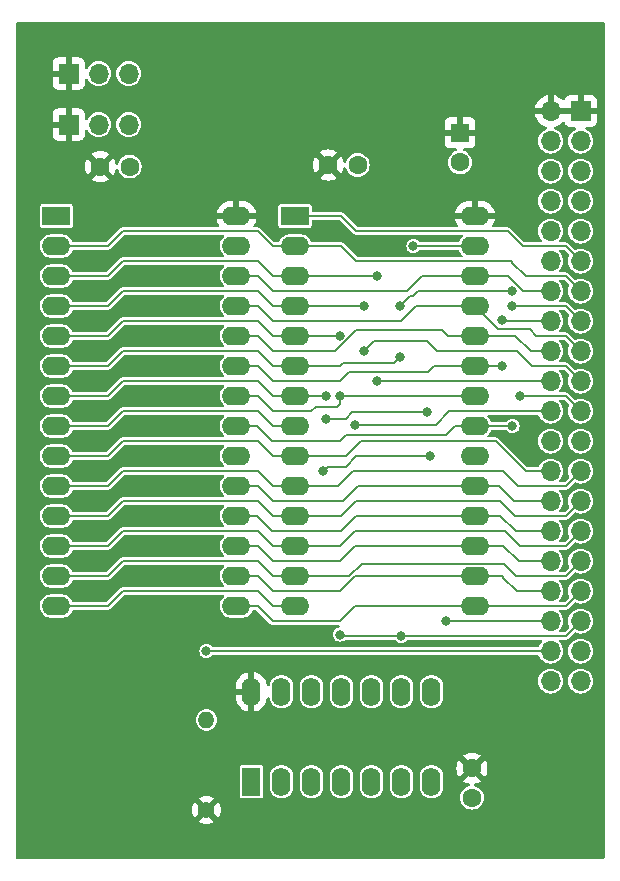
<source format=gtl>
G04 #@! TF.GenerationSoftware,KiCad,Pcbnew,8.0.4*
G04 #@! TF.CreationDate,2024-09-11T13:33:42-04:00*
G04 #@! TF.ProjectId,LB-MEM-02,4c422d4d-454d-42d3-9032-2e6b69636164,3*
G04 #@! TF.SameCoordinates,Original*
G04 #@! TF.FileFunction,Copper,L1,Top*
G04 #@! TF.FilePolarity,Positive*
%FSLAX46Y46*%
G04 Gerber Fmt 4.6, Leading zero omitted, Abs format (unit mm)*
G04 Created by KiCad (PCBNEW 8.0.4) date 2024-09-11 13:33:42*
%MOMM*%
%LPD*%
G01*
G04 APERTURE LIST*
G04 #@! TA.AperFunction,ComponentPad*
%ADD10R,1.600000X1.600000*%
G04 #@! TD*
G04 #@! TA.AperFunction,ComponentPad*
%ADD11C,1.600000*%
G04 #@! TD*
G04 #@! TA.AperFunction,ComponentPad*
%ADD12R,2.400000X1.600000*%
G04 #@! TD*
G04 #@! TA.AperFunction,ComponentPad*
%ADD13O,2.400000X1.600000*%
G04 #@! TD*
G04 #@! TA.AperFunction,ComponentPad*
%ADD14R,1.700000X1.700000*%
G04 #@! TD*
G04 #@! TA.AperFunction,ComponentPad*
%ADD15O,1.700000X1.700000*%
G04 #@! TD*
G04 #@! TA.AperFunction,ComponentPad*
%ADD16R,1.600000X2.400000*%
G04 #@! TD*
G04 #@! TA.AperFunction,ComponentPad*
%ADD17O,1.600000X2.400000*%
G04 #@! TD*
G04 #@! TA.AperFunction,ComponentPad*
%ADD18C,1.400000*%
G04 #@! TD*
G04 #@! TA.AperFunction,ComponentPad*
%ADD19O,1.400000X1.400000*%
G04 #@! TD*
G04 #@! TA.AperFunction,ViaPad*
%ADD20C,0.800000*%
G04 #@! TD*
G04 #@! TA.AperFunction,Conductor*
%ADD21C,0.203200*%
G04 #@! TD*
G04 APERTURE END LIST*
D10*
X169672000Y-56452888D03*
D11*
X169672000Y-58952888D03*
D12*
X155702000Y-63500000D03*
D13*
X155702000Y-66040000D03*
X155702000Y-68580000D03*
X155702000Y-71120000D03*
X155702000Y-73660000D03*
X155702000Y-76200000D03*
X155702000Y-78740000D03*
X155702000Y-81280000D03*
X155702000Y-83820000D03*
X155702000Y-86360000D03*
X155702000Y-88900000D03*
X155702000Y-91440000D03*
X155702000Y-93980000D03*
X155702000Y-96520000D03*
X170942000Y-96520000D03*
X170942000Y-93980000D03*
X170942000Y-91440000D03*
X170942000Y-88900000D03*
X170942000Y-86360000D03*
X170942000Y-83820000D03*
X170942000Y-81280000D03*
X170942000Y-78740000D03*
X170942000Y-76200000D03*
X170942000Y-73660000D03*
X170942000Y-71120000D03*
X170942000Y-68580000D03*
X170942000Y-66040000D03*
X170942000Y-63500000D03*
D14*
X179890000Y-54615000D03*
D15*
X177350000Y-54615000D03*
X179890000Y-57155000D03*
X177350000Y-57155000D03*
X179890000Y-59695000D03*
X177350000Y-59695000D03*
X179890000Y-62235000D03*
X177350000Y-62235000D03*
X179890000Y-64775000D03*
X177350000Y-64775000D03*
X179890000Y-67315000D03*
X177350000Y-67315000D03*
X179890000Y-69855000D03*
X177350000Y-69855000D03*
X179890000Y-72395000D03*
X177350000Y-72395000D03*
X179890000Y-74935000D03*
X177350000Y-74935000D03*
X179890000Y-77475000D03*
X177350000Y-77475000D03*
X179890000Y-80015000D03*
X177350000Y-80015000D03*
X179890000Y-82555000D03*
X177350000Y-82555000D03*
X179890000Y-85095000D03*
X177350000Y-85095000D03*
X179890000Y-87635000D03*
X177350000Y-87635000D03*
X179890000Y-90175000D03*
X177350000Y-90175000D03*
X179890000Y-92715000D03*
X177350000Y-92715000D03*
X179890000Y-95255000D03*
X177350000Y-95255000D03*
X179890000Y-97795000D03*
X177350000Y-97795000D03*
X179890000Y-100335000D03*
X177350000Y-100335000D03*
X179890000Y-102875000D03*
X177350000Y-102875000D03*
D16*
X152014000Y-111394000D03*
D17*
X154554000Y-111394000D03*
X157094000Y-111394000D03*
X159634000Y-111394000D03*
X162174000Y-111394000D03*
X164714000Y-111394000D03*
X167254000Y-111394000D03*
X167254000Y-103774000D03*
X164714000Y-103774000D03*
X162174000Y-103774000D03*
X159634000Y-103774000D03*
X157094000Y-103774000D03*
X154554000Y-103774000D03*
X152014000Y-103774000D03*
D12*
X135506993Y-63500000D03*
D13*
X135506993Y-66040000D03*
X135506993Y-68580000D03*
X135506993Y-71120000D03*
X135506993Y-73660000D03*
X135506993Y-76200000D03*
X135506993Y-78740000D03*
X135506993Y-81280000D03*
X135506993Y-83820000D03*
X135506993Y-86360000D03*
X135506993Y-88900000D03*
X135506993Y-91440000D03*
X135506993Y-93980000D03*
X135506993Y-96520000D03*
X150746993Y-96520000D03*
X150746993Y-93980000D03*
X150746993Y-91440000D03*
X150746993Y-88900000D03*
X150746993Y-86360000D03*
X150746993Y-83820000D03*
X150746993Y-81280000D03*
X150746993Y-78740000D03*
X150746993Y-76200000D03*
X150746993Y-73660000D03*
X150746993Y-71120000D03*
X150746993Y-68580000D03*
X150746993Y-66040000D03*
X150746993Y-63500000D03*
D11*
X170688000Y-112756010D03*
X170688000Y-110256010D03*
X141712010Y-59309000D03*
X139212010Y-59309000D03*
D14*
X136540011Y-55753000D03*
D15*
X139080011Y-55753000D03*
X141620011Y-55753000D03*
D14*
X136540000Y-51435000D03*
D15*
X139080000Y-51435000D03*
X141620000Y-51435000D03*
D18*
X148209000Y-113792000D03*
D19*
X148209000Y-106172000D03*
D11*
X161016010Y-59182000D03*
X158516010Y-59182000D03*
D20*
X173228000Y-72263000D03*
X173228000Y-76200000D03*
X158115000Y-85090000D03*
X167132000Y-83820000D03*
X158369000Y-80663500D03*
X166896500Y-80118500D03*
X158369000Y-78740000D03*
X174099405Y-69867595D03*
X174770500Y-78740000D03*
X164592000Y-75438000D03*
X164592000Y-71120000D03*
X159494405Y-73642405D03*
X160782000Y-81153000D03*
X161544000Y-71120000D03*
X161544000Y-74930000D03*
X162687000Y-77470000D03*
X162687000Y-68580000D03*
X174117000Y-71120000D03*
X174117000Y-81280000D03*
X159508425Y-78740000D03*
X164719000Y-99060000D03*
X159508425Y-98936575D03*
X165735000Y-66040000D03*
X168529000Y-97790000D03*
X148209000Y-100330000D03*
D21*
X135507000Y-96520000D02*
X139832000Y-96520000D01*
X141102000Y-95250000D02*
X152532000Y-95250000D01*
X139832000Y-96520000D02*
X141102000Y-95250000D01*
X153802000Y-96520000D02*
X155702000Y-96520000D01*
X152532000Y-95250000D02*
X153802000Y-96520000D01*
X173360000Y-72395000D02*
X173228000Y-72263000D01*
X153802000Y-77470000D02*
X152532000Y-76200000D01*
X159517000Y-77470000D02*
X153802000Y-77470000D01*
X152532000Y-76200000D02*
X150747000Y-76200000D01*
X160279000Y-76708000D02*
X159517000Y-77470000D01*
X170942000Y-76200000D02*
X167513000Y-76200000D01*
X167513000Y-76200000D02*
X167005000Y-76708000D01*
X167005000Y-76708000D02*
X160279000Y-76708000D01*
X173228000Y-76200000D02*
X170942000Y-76200000D01*
X177350000Y-72395000D02*
X173360000Y-72395000D01*
X159639000Y-66040000D02*
X155702000Y-66040000D01*
X152532000Y-64770000D02*
X153802000Y-66040000D01*
X179890000Y-69855000D02*
X178615000Y-68580000D01*
X139832000Y-66040000D02*
X141102000Y-64770000D01*
X174117000Y-67437000D02*
X174117000Y-67310000D01*
X135507000Y-66040000D02*
X139832000Y-66040000D01*
X160909000Y-67310000D02*
X159639000Y-66040000D01*
X174117000Y-67310000D02*
X160909000Y-67310000D01*
X141102000Y-64770000D02*
X152532000Y-64770000D01*
X175260000Y-68580000D02*
X174117000Y-67437000D01*
X178615000Y-68580000D02*
X175260000Y-68580000D01*
X153802000Y-66040000D02*
X155702000Y-66040000D01*
X150747000Y-68580000D02*
X152532000Y-68580000D01*
X170942000Y-68580000D02*
X173736000Y-68580000D01*
X177350000Y-69855000D02*
X175011000Y-69855000D01*
X152532000Y-68580000D02*
X153802000Y-69850000D01*
X165227000Y-69850000D02*
X166497000Y-68580000D01*
X175011000Y-69855000D02*
X173736000Y-68580000D01*
X153802000Y-69850000D02*
X165227000Y-69850000D01*
X166497000Y-68580000D02*
X170942000Y-68580000D01*
X175006000Y-66040000D02*
X173736000Y-64770000D01*
X178615000Y-66040000D02*
X175006000Y-66040000D01*
X160909000Y-64770000D02*
X159639000Y-63500000D01*
X159639000Y-63500000D02*
X155702000Y-63500000D01*
X173736000Y-64770000D02*
X160909000Y-64770000D01*
X179890000Y-67315000D02*
X178615000Y-66040000D01*
X173355000Y-94107000D02*
X173355000Y-93980000D01*
X150747000Y-93980000D02*
X152532000Y-93980000D01*
X177350000Y-95255000D02*
X174503000Y-95255000D01*
X152532000Y-93980000D02*
X153802000Y-95250000D01*
X160787000Y-93980000D02*
X170942000Y-93980000D01*
X170942000Y-93980000D02*
X173355000Y-93980000D01*
X174503000Y-95255000D02*
X173355000Y-94107000D01*
X153802000Y-95250000D02*
X159517000Y-95250000D01*
X159517000Y-95250000D02*
X160787000Y-93980000D01*
X152532000Y-96520000D02*
X153802000Y-97790000D01*
X159517000Y-97790000D02*
X160787000Y-96520000D01*
X160787000Y-96520000D02*
X170942000Y-96520000D01*
X178625000Y-96520000D02*
X179890000Y-95255000D01*
X153802000Y-97790000D02*
X159517000Y-97790000D01*
X170942000Y-96520000D02*
X178625000Y-96520000D01*
X150747000Y-96520000D02*
X152532000Y-96520000D01*
X160787000Y-91440000D02*
X170942000Y-91440000D01*
X174630000Y-92715000D02*
X173355000Y-91440000D01*
X152532000Y-91440000D02*
X153802000Y-92710000D01*
X153802000Y-92710000D02*
X159517000Y-92710000D01*
X177350000Y-92715000D02*
X174630000Y-92715000D01*
X159517000Y-92710000D02*
X160787000Y-91440000D01*
X150747000Y-91440000D02*
X152532000Y-91440000D01*
X170942000Y-91440000D02*
X173355000Y-91440000D01*
X174376000Y-90175000D02*
X173101000Y-88900000D01*
X160909000Y-88900000D02*
X159639000Y-90170000D01*
X170942000Y-88900000D02*
X173101000Y-88900000D01*
X170942000Y-88900000D02*
X160909000Y-88900000D01*
X177350000Y-90175000D02*
X174376000Y-90175000D01*
X152527000Y-88900000D02*
X153797000Y-90170000D01*
X150747000Y-88900000D02*
X152527000Y-88900000D01*
X153797000Y-90170000D02*
X159639000Y-90170000D01*
X173355000Y-85090000D02*
X160655000Y-85090000D01*
X153802000Y-86360000D02*
X155702000Y-86360000D01*
X152532000Y-85090000D02*
X153802000Y-86360000D01*
X178625000Y-86360000D02*
X174625000Y-86360000D01*
X174625000Y-86360000D02*
X173355000Y-85090000D01*
X141102000Y-85090000D02*
X152532000Y-85090000D01*
X159385000Y-86360000D02*
X155702000Y-86360000D01*
X179890000Y-85095000D02*
X178625000Y-86360000D01*
X135507000Y-86360000D02*
X139832000Y-86360000D01*
X160655000Y-85090000D02*
X159385000Y-86360000D01*
X139832000Y-86360000D02*
X141102000Y-85090000D01*
X177350000Y-85095000D02*
X175265000Y-85095000D01*
X175265000Y-85095000D02*
X172720000Y-82550000D01*
X155702000Y-83820000D02*
X160020000Y-83820000D01*
X141102000Y-82550000D02*
X152532000Y-82550000D01*
X139832000Y-83820000D02*
X141102000Y-82550000D01*
X153802000Y-83820000D02*
X155702000Y-83820000D01*
X161290000Y-82550000D02*
X172720000Y-82550000D01*
X160020000Y-83820000D02*
X161290000Y-82550000D01*
X152532000Y-82550000D02*
X153802000Y-83820000D01*
X135507000Y-83820000D02*
X139832000Y-83820000D01*
X155702000Y-93980000D02*
X160284784Y-93980000D01*
X174446022Y-93980000D02*
X173392511Y-92926489D01*
X161338295Y-92926489D02*
X173392511Y-92926489D01*
X152532000Y-92710000D02*
X153802000Y-93980000D01*
X141102000Y-92710000D02*
X152532000Y-92710000D01*
X178625000Y-93980000D02*
X174446022Y-93980000D01*
X153802000Y-93980000D02*
X155702000Y-93980000D01*
X160284784Y-93980000D02*
X161338295Y-92926489D01*
X139832000Y-93980000D02*
X141102000Y-92710000D01*
X178625000Y-93980000D02*
X179890000Y-92715000D01*
X135507000Y-93980000D02*
X139832000Y-93980000D01*
X141102000Y-80010000D02*
X152532000Y-80010000D01*
X135507000Y-81280000D02*
X139832000Y-81280000D01*
X152532000Y-80010000D02*
X153802000Y-81280000D01*
X153802000Y-81280000D02*
X155702000Y-81280000D01*
X160909000Y-83820000D02*
X167132000Y-83820000D01*
X160909000Y-83820000D02*
X159994120Y-84734880D01*
X158470120Y-84734880D02*
X159994120Y-84734880D01*
X158115000Y-85090000D02*
X158470120Y-84734880D01*
X139832000Y-81280000D02*
X141102000Y-80010000D01*
X150747000Y-86360000D02*
X152532000Y-86360000D01*
X174249000Y-87635000D02*
X172974000Y-86360000D01*
X152532000Y-86360000D02*
X153802000Y-87630000D01*
X161036000Y-86360000D02*
X159766000Y-87630000D01*
X153802000Y-87630000D02*
X159766000Y-87630000D01*
X170942000Y-86360000D02*
X172974000Y-86360000D01*
X170942000Y-86360000D02*
X161036000Y-86360000D01*
X177350000Y-87635000D02*
X174249000Y-87635000D01*
X139832000Y-78740000D02*
X141102000Y-77470000D01*
X153802000Y-78740000D02*
X155702000Y-78740000D01*
X160001500Y-80663500D02*
X158369000Y-80663500D01*
X135507000Y-78740000D02*
X139832000Y-78740000D01*
X141102000Y-77470000D02*
X152532000Y-77470000D01*
X166896500Y-80118500D02*
X160546500Y-80118500D01*
X155702000Y-78740000D02*
X158369000Y-78740000D01*
X160546500Y-80118500D02*
X160001500Y-80663500D01*
X152532000Y-77470000D02*
X153802000Y-78740000D01*
X160909000Y-87630000D02*
X173101000Y-87630000D01*
X152532000Y-87630000D02*
X153802000Y-88900000D01*
X139832000Y-88900000D02*
X141102000Y-87630000D01*
X153802000Y-88900000D02*
X155702000Y-88900000D01*
X174371000Y-88900000D02*
X178625000Y-88900000D01*
X173101000Y-87630000D02*
X174371000Y-88900000D01*
X135507000Y-88900000D02*
X139832000Y-88900000D01*
X141102000Y-87630000D02*
X152532000Y-87630000D01*
X159639000Y-88900000D02*
X160909000Y-87630000D01*
X155702000Y-88900000D02*
X159639000Y-88900000D01*
X178625000Y-88900000D02*
X179890000Y-87635000D01*
X139832000Y-76200000D02*
X141102000Y-74930000D01*
X159766000Y-75946000D02*
X164084000Y-75946000D01*
X153802000Y-76200000D02*
X155702000Y-76200000D01*
X166098405Y-69867595D02*
X174099405Y-69867595D01*
X155702000Y-76200000D02*
X159512000Y-76200000D01*
X165735000Y-70231000D02*
X165481000Y-70231000D01*
X174770500Y-78740000D02*
X178615000Y-78740000D01*
X179890000Y-80015000D02*
X178615000Y-78740000D01*
X141102000Y-74930000D02*
X152532000Y-74930000D01*
X135507000Y-76200000D02*
X139832000Y-76200000D01*
X159512000Y-76200000D02*
X159766000Y-75946000D01*
X164084000Y-75946000D02*
X164592000Y-75438000D01*
X152532000Y-74930000D02*
X153802000Y-76200000D01*
X166098405Y-69867595D02*
X165735000Y-70231000D01*
X165481000Y-70231000D02*
X164592000Y-71120000D01*
X178625000Y-91440000D02*
X179890000Y-90175000D01*
X153802000Y-91440000D02*
X155702000Y-91440000D01*
X139832000Y-91440000D02*
X141102000Y-90170000D01*
X174752000Y-91440000D02*
X178625000Y-91440000D01*
X159512000Y-91440000D02*
X160782000Y-90170000D01*
X152532000Y-90170000D02*
X153802000Y-91440000D01*
X160782000Y-90170000D02*
X173482000Y-90170000D01*
X155702000Y-91440000D02*
X159512000Y-91440000D01*
X135507000Y-91440000D02*
X139832000Y-91440000D01*
X173482000Y-90170000D02*
X174752000Y-91440000D01*
X141102000Y-90170000D02*
X152532000Y-90170000D01*
X139832000Y-73660000D02*
X141102000Y-72390000D01*
X153802000Y-73660000D02*
X155702000Y-73660000D01*
X168778000Y-80015000D02*
X167640000Y-81153000D01*
X152532000Y-72390000D02*
X153802000Y-73660000D01*
X177350000Y-80015000D02*
X168778000Y-80015000D01*
X135507000Y-73660000D02*
X139832000Y-73660000D01*
X159494405Y-73642405D02*
X159476810Y-73660000D01*
X141102000Y-72390000D02*
X152532000Y-72390000D01*
X160782000Y-81153000D02*
X167640000Y-81153000D01*
X159476810Y-73660000D02*
X155702000Y-73660000D01*
X178615000Y-76200000D02*
X179890000Y-77475000D01*
X167767000Y-74930000D02*
X174498000Y-74930000D01*
X162433000Y-74041000D02*
X166878000Y-74041000D01*
X174498000Y-74930000D02*
X175768000Y-76200000D01*
X141102000Y-69850000D02*
X152532000Y-69850000D01*
X135507000Y-71120000D02*
X139832000Y-71120000D01*
X153802000Y-71120000D02*
X161544000Y-71120000D01*
X161544000Y-74930000D02*
X162433000Y-74041000D01*
X152532000Y-69850000D02*
X153802000Y-71120000D01*
X139832000Y-71120000D02*
X141102000Y-69850000D01*
X175768000Y-76200000D02*
X178615000Y-76200000D01*
X166878000Y-74041000D02*
X167767000Y-74930000D01*
X162692000Y-77475000D02*
X162687000Y-77470000D01*
X139832000Y-68580000D02*
X141102000Y-67310000D01*
X155702000Y-68580000D02*
X162687000Y-68580000D01*
X153802000Y-68580000D02*
X155702000Y-68580000D01*
X141102000Y-67310000D02*
X152532000Y-67310000D01*
X135507000Y-68580000D02*
X139832000Y-68580000D01*
X152532000Y-67310000D02*
X153802000Y-68580000D01*
X177350000Y-77475000D02*
X162692000Y-77475000D01*
X175577500Y-73088500D02*
X176149000Y-73660000D01*
X150747000Y-71120000D02*
X152532000Y-71120000D01*
X165989000Y-71120000D02*
X170942000Y-71120000D01*
X172910500Y-73088500D02*
X175577500Y-73088500D01*
X164719000Y-72390000D02*
X165989000Y-71120000D01*
X178615000Y-73660000D02*
X179890000Y-74935000D01*
X153802000Y-72390000D02*
X164719000Y-72390000D01*
X170942000Y-71120000D02*
X172910500Y-73088500D01*
X152532000Y-71120000D02*
X153802000Y-72390000D01*
X176149000Y-73660000D02*
X178615000Y-73660000D01*
X160909000Y-73152000D02*
X168148000Y-73152000D01*
X170942000Y-73660000D02*
X174371000Y-73660000D01*
X159131000Y-74930000D02*
X160909000Y-73152000D01*
X153802000Y-74930000D02*
X159131000Y-74930000D01*
X168656000Y-73660000D02*
X170942000Y-73660000D01*
X150747000Y-73660000D02*
X152532000Y-73660000D01*
X152532000Y-73660000D02*
X153802000Y-74930000D01*
X174371000Y-73660000D02*
X175646000Y-74935000D01*
X168148000Y-73152000D02*
X168656000Y-73660000D01*
X175646000Y-74935000D02*
X177350000Y-74935000D01*
X169291000Y-81280000D02*
X168529000Y-82042000D01*
X159512000Y-82550000D02*
X153797000Y-82550000D01*
X174117000Y-81280000D02*
X170942000Y-81280000D01*
X152527000Y-81280000D02*
X150747000Y-81280000D01*
X160020000Y-82042000D02*
X159512000Y-82550000D01*
X179890000Y-72395000D02*
X178615000Y-71120000D01*
X178615000Y-71120000D02*
X174117000Y-71120000D01*
X168529000Y-82042000D02*
X160020000Y-82042000D01*
X170942000Y-81280000D02*
X169291000Y-81280000D01*
X153797000Y-82550000D02*
X152527000Y-81280000D01*
X159508425Y-79378575D02*
X159508425Y-78740000D01*
X159631850Y-99060000D02*
X159508425Y-98936575D01*
X152532000Y-78740000D02*
X153802000Y-80010000D01*
X150747000Y-78740000D02*
X152532000Y-78740000D01*
X164719000Y-99060000D02*
X178625000Y-99060000D01*
X157099000Y-80010000D02*
X157480000Y-79629000D01*
X159258000Y-79629000D02*
X159508425Y-79378575D01*
X157480000Y-79629000D02*
X159258000Y-79629000D01*
X164719000Y-99060000D02*
X159631850Y-99060000D01*
X153802000Y-80010000D02*
X157099000Y-80010000D01*
X179890000Y-97795000D02*
X178625000Y-99060000D01*
X170942000Y-78740000D02*
X159508425Y-78740000D01*
X165735000Y-66040000D02*
X170942000Y-66040000D01*
X168534000Y-97795000D02*
X168529000Y-97790000D01*
X177350000Y-97795000D02*
X168534000Y-97795000D01*
X177350000Y-100335000D02*
X148214000Y-100335000D01*
X148214000Y-100335000D02*
X148209000Y-100330000D01*
G04 #@! TA.AperFunction,Conductor*
G36*
X179424075Y-54422007D02*
G01*
X179390000Y-54549174D01*
X179390000Y-54680826D01*
X179424075Y-54807993D01*
X179459297Y-54869000D01*
X177780703Y-54869000D01*
X177815925Y-54807993D01*
X177850000Y-54680826D01*
X177850000Y-54549174D01*
X177815925Y-54422007D01*
X177780703Y-54361000D01*
X179459297Y-54361000D01*
X179424075Y-54422007D01*
G37*
G04 #@! TD.AperFunction*
G04 #@! TA.AperFunction,Conductor*
G36*
X181866621Y-47095502D02*
G01*
X181913114Y-47149158D01*
X181924500Y-47201500D01*
X181924500Y-117798500D01*
X181904498Y-117866621D01*
X181850842Y-117913114D01*
X181798500Y-117924500D01*
X132206000Y-117924500D01*
X132137879Y-117904498D01*
X132091386Y-117850842D01*
X132080000Y-117798500D01*
X132080000Y-114807296D01*
X147552912Y-114807296D01*
X147552912Y-114807298D01*
X147602690Y-114842153D01*
X147794258Y-114931482D01*
X147794264Y-114931484D01*
X147998432Y-114986191D01*
X148209000Y-115004613D01*
X148419567Y-114986191D01*
X148623735Y-114931484D01*
X148623745Y-114931480D01*
X148815302Y-114842157D01*
X148815305Y-114842155D01*
X148865086Y-114807298D01*
X148865086Y-114807297D01*
X148209000Y-114151210D01*
X148208999Y-114151210D01*
X147552912Y-114807296D01*
X132080000Y-114807296D01*
X132080000Y-113792000D01*
X146996386Y-113792000D01*
X147014808Y-114002567D01*
X147069515Y-114206735D01*
X147069517Y-114206741D01*
X147158847Y-114398312D01*
X147158848Y-114398313D01*
X147193700Y-114448086D01*
X147849789Y-113791999D01*
X147803712Y-113745922D01*
X147859000Y-113745922D01*
X147859000Y-113838078D01*
X147882852Y-113927095D01*
X147928930Y-114006905D01*
X147994095Y-114072070D01*
X148073905Y-114118148D01*
X148162922Y-114142000D01*
X148255078Y-114142000D01*
X148344095Y-114118148D01*
X148423905Y-114072070D01*
X148489070Y-114006905D01*
X148535148Y-113927095D01*
X148559000Y-113838078D01*
X148559000Y-113791999D01*
X148568210Y-113791999D01*
X149224297Y-114448086D01*
X149224298Y-114448086D01*
X149259155Y-114398305D01*
X149259157Y-114398302D01*
X149348480Y-114206745D01*
X149348484Y-114206735D01*
X149403191Y-114002567D01*
X149421613Y-113792000D01*
X149403191Y-113581432D01*
X149348484Y-113377264D01*
X149348482Y-113377258D01*
X149259153Y-113185690D01*
X149224298Y-113135912D01*
X149224296Y-113135912D01*
X148568210Y-113791999D01*
X148559000Y-113791999D01*
X148559000Y-113745922D01*
X148535148Y-113656905D01*
X148489070Y-113577095D01*
X148423905Y-113511930D01*
X148344095Y-113465852D01*
X148255078Y-113442000D01*
X148162922Y-113442000D01*
X148073905Y-113465852D01*
X147994095Y-113511930D01*
X147928930Y-113577095D01*
X147882852Y-113656905D01*
X147859000Y-113745922D01*
X147803712Y-113745922D01*
X147193701Y-113135911D01*
X147158846Y-113185691D01*
X147069517Y-113377258D01*
X147069515Y-113377264D01*
X147014808Y-113581432D01*
X146996386Y-113792000D01*
X132080000Y-113792000D01*
X132080000Y-112776701D01*
X147552911Y-112776701D01*
X148208999Y-113432789D01*
X148209000Y-113432789D01*
X148865086Y-112776700D01*
X148865086Y-112776699D01*
X148815313Y-112741848D01*
X148815312Y-112741847D01*
X148623741Y-112652517D01*
X148623735Y-112652515D01*
X148419567Y-112597808D01*
X148209000Y-112579386D01*
X147998432Y-112597808D01*
X147794264Y-112652515D01*
X147794258Y-112652517D01*
X147602691Y-112741846D01*
X147552911Y-112776701D01*
X132080000Y-112776701D01*
X132080000Y-110173935D01*
X151010300Y-110173935D01*
X151010300Y-112614064D01*
X151022118Y-112673479D01*
X151022119Y-112673480D01*
X151067140Y-112740860D01*
X151134520Y-112785881D01*
X151193936Y-112797700D01*
X151193941Y-112797700D01*
X152834059Y-112797700D01*
X152834064Y-112797700D01*
X152893480Y-112785881D01*
X152960860Y-112740860D01*
X153005881Y-112673480D01*
X153017700Y-112614064D01*
X153017700Y-110895140D01*
X153550300Y-110895140D01*
X153550300Y-111892859D01*
X153555187Y-111917426D01*
X153588872Y-112086768D01*
X153664533Y-112269430D01*
X153731767Y-112370052D01*
X153774375Y-112433820D01*
X153774380Y-112433826D01*
X153914173Y-112573619D01*
X153914179Y-112573624D01*
X154078570Y-112683467D01*
X154261232Y-112759128D01*
X154455144Y-112797700D01*
X154652856Y-112797700D01*
X154846768Y-112759128D01*
X155029430Y-112683467D01*
X155193821Y-112573624D01*
X155333624Y-112433821D01*
X155443467Y-112269430D01*
X155519128Y-112086768D01*
X155557700Y-111892856D01*
X155557700Y-110895144D01*
X155557699Y-110895140D01*
X156090300Y-110895140D01*
X156090300Y-111892859D01*
X156095187Y-111917426D01*
X156128872Y-112086768D01*
X156204533Y-112269430D01*
X156271767Y-112370052D01*
X156314375Y-112433820D01*
X156314380Y-112433826D01*
X156454173Y-112573619D01*
X156454179Y-112573624D01*
X156618570Y-112683467D01*
X156801232Y-112759128D01*
X156995144Y-112797700D01*
X157192856Y-112797700D01*
X157386768Y-112759128D01*
X157569430Y-112683467D01*
X157733821Y-112573624D01*
X157873624Y-112433821D01*
X157983467Y-112269430D01*
X158059128Y-112086768D01*
X158097700Y-111892856D01*
X158097700Y-110895144D01*
X158097699Y-110895140D01*
X158630300Y-110895140D01*
X158630300Y-111892859D01*
X158635187Y-111917426D01*
X158668872Y-112086768D01*
X158744533Y-112269430D01*
X158811767Y-112370052D01*
X158854375Y-112433820D01*
X158854380Y-112433826D01*
X158994173Y-112573619D01*
X158994179Y-112573624D01*
X159158570Y-112683467D01*
X159341232Y-112759128D01*
X159535144Y-112797700D01*
X159732856Y-112797700D01*
X159926768Y-112759128D01*
X160109430Y-112683467D01*
X160273821Y-112573624D01*
X160413624Y-112433821D01*
X160523467Y-112269430D01*
X160599128Y-112086768D01*
X160637700Y-111892856D01*
X160637700Y-110895144D01*
X160637699Y-110895140D01*
X161170300Y-110895140D01*
X161170300Y-111892859D01*
X161175187Y-111917426D01*
X161208872Y-112086768D01*
X161284533Y-112269430D01*
X161351767Y-112370052D01*
X161394375Y-112433820D01*
X161394380Y-112433826D01*
X161534173Y-112573619D01*
X161534179Y-112573624D01*
X161698570Y-112683467D01*
X161881232Y-112759128D01*
X162075144Y-112797700D01*
X162272856Y-112797700D01*
X162466768Y-112759128D01*
X162649430Y-112683467D01*
X162813821Y-112573624D01*
X162953624Y-112433821D01*
X163063467Y-112269430D01*
X163139128Y-112086768D01*
X163177700Y-111892856D01*
X163177700Y-110895144D01*
X163177699Y-110895140D01*
X163710300Y-110895140D01*
X163710300Y-111892859D01*
X163715187Y-111917426D01*
X163748872Y-112086768D01*
X163824533Y-112269430D01*
X163891767Y-112370052D01*
X163934375Y-112433820D01*
X163934380Y-112433826D01*
X164074173Y-112573619D01*
X164074179Y-112573624D01*
X164238570Y-112683467D01*
X164421232Y-112759128D01*
X164615144Y-112797700D01*
X164812856Y-112797700D01*
X165006768Y-112759128D01*
X165189430Y-112683467D01*
X165353821Y-112573624D01*
X165493624Y-112433821D01*
X165603467Y-112269430D01*
X165679128Y-112086768D01*
X165717700Y-111892856D01*
X165717700Y-110895144D01*
X165717699Y-110895140D01*
X166250300Y-110895140D01*
X166250300Y-111892859D01*
X166255187Y-111917426D01*
X166288872Y-112086768D01*
X166364533Y-112269430D01*
X166431767Y-112370052D01*
X166474375Y-112433820D01*
X166474380Y-112433826D01*
X166614173Y-112573619D01*
X166614179Y-112573624D01*
X166778570Y-112683467D01*
X166961232Y-112759128D01*
X167155144Y-112797700D01*
X167352856Y-112797700D01*
X167546768Y-112759128D01*
X167729430Y-112683467D01*
X167893821Y-112573624D01*
X168033624Y-112433821D01*
X168143467Y-112269430D01*
X168219128Y-112086768D01*
X168257700Y-111892856D01*
X168257700Y-110895144D01*
X168219128Y-110701232D01*
X168143467Y-110518570D01*
X168033624Y-110354179D01*
X168033619Y-110354173D01*
X167935456Y-110256010D01*
X169375004Y-110256010D01*
X169394951Y-110484012D01*
X169454186Y-110705078D01*
X169454188Y-110705083D01*
X169550913Y-110912511D01*
X169600899Y-110983898D01*
X170288000Y-110296798D01*
X170288000Y-110308671D01*
X170315259Y-110410404D01*
X170367920Y-110501616D01*
X170442394Y-110576090D01*
X170533606Y-110628751D01*
X170635339Y-110656010D01*
X170647210Y-110656010D01*
X169960110Y-111343108D01*
X169960110Y-111343110D01*
X170031498Y-111393096D01*
X170238926Y-111489821D01*
X170238931Y-111489823D01*
X170431585Y-111541445D01*
X170492208Y-111578397D01*
X170523229Y-111642257D01*
X170514801Y-111712752D01*
X170469598Y-111767499D01*
X170435550Y-111783726D01*
X170302046Y-111824223D01*
X170302042Y-111824225D01*
X170127675Y-111917426D01*
X169974843Y-112042853D01*
X169849416Y-112195685D01*
X169756215Y-112370052D01*
X169756213Y-112370056D01*
X169698823Y-112559246D01*
X169698821Y-112559257D01*
X169679444Y-112756006D01*
X169679444Y-112756013D01*
X169698821Y-112952762D01*
X169698823Y-112952773D01*
X169756213Y-113141963D01*
X169756215Y-113141967D01*
X169779586Y-113185691D01*
X169849416Y-113316334D01*
X169974843Y-113469167D01*
X170127676Y-113594594D01*
X170302042Y-113687794D01*
X170302046Y-113687796D01*
X170491236Y-113745186D01*
X170491237Y-113745186D01*
X170491240Y-113745187D01*
X170491243Y-113745187D01*
X170491247Y-113745188D01*
X170687997Y-113764566D01*
X170688000Y-113764566D01*
X170688003Y-113764566D01*
X170884752Y-113745188D01*
X170884754Y-113745187D01*
X170884760Y-113745187D01*
X170914452Y-113736179D01*
X171073953Y-113687796D01*
X171073955Y-113687794D01*
X171073958Y-113687794D01*
X171248324Y-113594594D01*
X171401157Y-113469167D01*
X171526584Y-113316334D01*
X171619784Y-113141968D01*
X171621622Y-113135912D01*
X171677176Y-112952773D01*
X171677178Y-112952762D01*
X171696556Y-112756013D01*
X171696556Y-112756006D01*
X171677178Y-112559257D01*
X171677176Y-112559246D01*
X171619786Y-112370056D01*
X171619784Y-112370052D01*
X171526584Y-112195686D01*
X171401157Y-112042853D01*
X171248324Y-111917426D01*
X171202362Y-111892859D01*
X171073959Y-111824226D01*
X171037405Y-111813137D01*
X170940446Y-111783725D01*
X170881068Y-111744811D01*
X170852152Y-111679970D01*
X170862883Y-111609789D01*
X170909853Y-111556550D01*
X170944414Y-111541445D01*
X171137068Y-111489823D01*
X171137073Y-111489821D01*
X171344497Y-111393098D01*
X171415888Y-111343109D01*
X171415888Y-111343107D01*
X170728791Y-110656010D01*
X170740661Y-110656010D01*
X170842394Y-110628751D01*
X170933606Y-110576090D01*
X171008080Y-110501616D01*
X171060741Y-110410404D01*
X171088000Y-110308671D01*
X171088000Y-110296801D01*
X171775097Y-110983898D01*
X171775099Y-110983898D01*
X171825088Y-110912507D01*
X171921811Y-110705083D01*
X171921813Y-110705078D01*
X171981048Y-110484012D01*
X172000995Y-110256010D01*
X171981048Y-110028007D01*
X171921813Y-109806941D01*
X171921811Y-109806936D01*
X171825086Y-109599508D01*
X171775100Y-109528120D01*
X171775098Y-109528120D01*
X171088000Y-110215218D01*
X171088000Y-110203349D01*
X171060741Y-110101616D01*
X171008080Y-110010404D01*
X170933606Y-109935930D01*
X170842394Y-109883269D01*
X170740661Y-109856010D01*
X170728790Y-109856010D01*
X171415888Y-109168909D01*
X171415888Y-109168908D01*
X171344501Y-109118923D01*
X171137073Y-109022198D01*
X171137068Y-109022196D01*
X170916000Y-108962961D01*
X170916004Y-108962961D01*
X170688000Y-108943014D01*
X170459997Y-108962961D01*
X170238931Y-109022196D01*
X170238926Y-109022198D01*
X170031500Y-109118923D01*
X169960109Y-109168910D01*
X170647209Y-109856010D01*
X170635339Y-109856010D01*
X170533606Y-109883269D01*
X170442394Y-109935930D01*
X170367920Y-110010404D01*
X170315259Y-110101616D01*
X170288000Y-110203349D01*
X170288000Y-110215219D01*
X169600900Y-109528119D01*
X169550913Y-109599510D01*
X169454188Y-109806936D01*
X169454186Y-109806941D01*
X169394951Y-110028007D01*
X169375004Y-110256010D01*
X167935456Y-110256010D01*
X167893826Y-110214380D01*
X167893820Y-110214375D01*
X167833304Y-110173940D01*
X167729430Y-110104533D01*
X167590871Y-110047140D01*
X167546771Y-110028873D01*
X167546768Y-110028872D01*
X167352859Y-109990300D01*
X167352856Y-109990300D01*
X167155144Y-109990300D01*
X167155140Y-109990300D01*
X166961231Y-110028872D01*
X166961228Y-110028873D01*
X166778570Y-110104533D01*
X166614179Y-110214375D01*
X166614173Y-110214380D01*
X166474380Y-110354173D01*
X166474375Y-110354179D01*
X166364533Y-110518570D01*
X166288873Y-110701228D01*
X166288872Y-110701231D01*
X166250300Y-110895140D01*
X165717699Y-110895140D01*
X165679128Y-110701232D01*
X165603467Y-110518570D01*
X165493624Y-110354179D01*
X165493619Y-110354173D01*
X165353826Y-110214380D01*
X165353820Y-110214375D01*
X165293304Y-110173940D01*
X165189430Y-110104533D01*
X165050871Y-110047140D01*
X165006771Y-110028873D01*
X165006768Y-110028872D01*
X164812859Y-109990300D01*
X164812856Y-109990300D01*
X164615144Y-109990300D01*
X164615140Y-109990300D01*
X164421231Y-110028872D01*
X164421228Y-110028873D01*
X164238570Y-110104533D01*
X164074179Y-110214375D01*
X164074173Y-110214380D01*
X163934380Y-110354173D01*
X163934375Y-110354179D01*
X163824533Y-110518570D01*
X163748873Y-110701228D01*
X163748872Y-110701231D01*
X163710300Y-110895140D01*
X163177699Y-110895140D01*
X163139128Y-110701232D01*
X163063467Y-110518570D01*
X162953624Y-110354179D01*
X162953619Y-110354173D01*
X162813826Y-110214380D01*
X162813820Y-110214375D01*
X162753304Y-110173940D01*
X162649430Y-110104533D01*
X162510871Y-110047140D01*
X162466771Y-110028873D01*
X162466768Y-110028872D01*
X162272859Y-109990300D01*
X162272856Y-109990300D01*
X162075144Y-109990300D01*
X162075140Y-109990300D01*
X161881231Y-110028872D01*
X161881228Y-110028873D01*
X161698570Y-110104533D01*
X161534179Y-110214375D01*
X161534173Y-110214380D01*
X161394380Y-110354173D01*
X161394375Y-110354179D01*
X161284533Y-110518570D01*
X161208873Y-110701228D01*
X161208872Y-110701231D01*
X161170300Y-110895140D01*
X160637699Y-110895140D01*
X160599128Y-110701232D01*
X160523467Y-110518570D01*
X160413624Y-110354179D01*
X160413619Y-110354173D01*
X160273826Y-110214380D01*
X160273820Y-110214375D01*
X160213304Y-110173940D01*
X160109430Y-110104533D01*
X159970871Y-110047140D01*
X159926771Y-110028873D01*
X159926768Y-110028872D01*
X159732859Y-109990300D01*
X159732856Y-109990300D01*
X159535144Y-109990300D01*
X159535140Y-109990300D01*
X159341231Y-110028872D01*
X159341228Y-110028873D01*
X159158570Y-110104533D01*
X158994179Y-110214375D01*
X158994173Y-110214380D01*
X158854380Y-110354173D01*
X158854375Y-110354179D01*
X158744533Y-110518570D01*
X158668873Y-110701228D01*
X158668872Y-110701231D01*
X158630300Y-110895140D01*
X158097699Y-110895140D01*
X158059128Y-110701232D01*
X157983467Y-110518570D01*
X157873624Y-110354179D01*
X157873619Y-110354173D01*
X157733826Y-110214380D01*
X157733820Y-110214375D01*
X157673304Y-110173940D01*
X157569430Y-110104533D01*
X157430871Y-110047140D01*
X157386771Y-110028873D01*
X157386768Y-110028872D01*
X157192859Y-109990300D01*
X157192856Y-109990300D01*
X156995144Y-109990300D01*
X156995140Y-109990300D01*
X156801231Y-110028872D01*
X156801228Y-110028873D01*
X156618570Y-110104533D01*
X156454179Y-110214375D01*
X156454173Y-110214380D01*
X156314380Y-110354173D01*
X156314375Y-110354179D01*
X156204533Y-110518570D01*
X156128873Y-110701228D01*
X156128872Y-110701231D01*
X156090300Y-110895140D01*
X155557699Y-110895140D01*
X155519128Y-110701232D01*
X155443467Y-110518570D01*
X155333624Y-110354179D01*
X155333619Y-110354173D01*
X155193826Y-110214380D01*
X155193820Y-110214375D01*
X155133304Y-110173940D01*
X155029430Y-110104533D01*
X154890871Y-110047140D01*
X154846771Y-110028873D01*
X154846768Y-110028872D01*
X154652859Y-109990300D01*
X154652856Y-109990300D01*
X154455144Y-109990300D01*
X154455140Y-109990300D01*
X154261231Y-110028872D01*
X154261228Y-110028873D01*
X154078570Y-110104533D01*
X153914179Y-110214375D01*
X153914173Y-110214380D01*
X153774380Y-110354173D01*
X153774375Y-110354179D01*
X153664533Y-110518570D01*
X153588873Y-110701228D01*
X153588872Y-110701231D01*
X153550300Y-110895140D01*
X153017700Y-110895140D01*
X153017700Y-110173936D01*
X153005881Y-110114520D01*
X152960860Y-110047140D01*
X152893480Y-110002119D01*
X152893479Y-110002118D01*
X152834064Y-109990300D01*
X151193936Y-109990300D01*
X151193935Y-109990300D01*
X151134520Y-110002118D01*
X151067140Y-110047140D01*
X151022118Y-110114520D01*
X151010300Y-110173935D01*
X132080000Y-110173935D01*
X132080000Y-106172000D01*
X147300322Y-106172000D01*
X147320178Y-106360925D01*
X147378878Y-106541588D01*
X147378881Y-106541594D01*
X147473866Y-106706111D01*
X147473868Y-106706114D01*
X147600973Y-106847276D01*
X147600976Y-106847279D01*
X147754661Y-106958938D01*
X147928203Y-107036204D01*
X148114017Y-107075700D01*
X148303983Y-107075700D01*
X148489797Y-107036204D01*
X148663339Y-106958938D01*
X148817024Y-106847279D01*
X148944136Y-106706108D01*
X149039119Y-106541593D01*
X149097821Y-106360925D01*
X149117678Y-106172000D01*
X149097821Y-105983075D01*
X149097821Y-105983074D01*
X149039121Y-105802411D01*
X149039118Y-105802405D01*
X149021734Y-105772295D01*
X148944136Y-105637892D01*
X148944134Y-105637889D01*
X148944133Y-105637888D01*
X148944131Y-105637885D01*
X148817026Y-105496723D01*
X148817021Y-105496719D01*
X148752430Y-105449791D01*
X148663339Y-105385062D01*
X148489797Y-105307796D01*
X148303983Y-105268300D01*
X148114017Y-105268300D01*
X147928202Y-105307796D01*
X147754660Y-105385062D01*
X147600978Y-105496719D01*
X147600973Y-105496723D01*
X147473868Y-105637885D01*
X147473866Y-105637888D01*
X147378881Y-105802405D01*
X147378878Y-105802411D01*
X147320178Y-105983074D01*
X147300322Y-106172000D01*
X132080000Y-106172000D01*
X132080000Y-103271061D01*
X150706000Y-103271061D01*
X150706000Y-103520000D01*
X151702314Y-103520000D01*
X151693920Y-103528394D01*
X151641259Y-103619606D01*
X151614000Y-103721339D01*
X151614000Y-103826661D01*
X151641259Y-103928394D01*
X151693920Y-104019606D01*
X151702314Y-104028000D01*
X150706000Y-104028000D01*
X150706000Y-104276938D01*
X150738208Y-104480296D01*
X150801826Y-104676093D01*
X150801829Y-104676099D01*
X150895300Y-104859545D01*
X151016315Y-105026107D01*
X151016317Y-105026110D01*
X151161889Y-105171682D01*
X151161892Y-105171684D01*
X151328454Y-105292699D01*
X151511900Y-105386170D01*
X151511906Y-105386173D01*
X151707705Y-105449791D01*
X151707717Y-105449794D01*
X151759999Y-105458074D01*
X151760000Y-105458074D01*
X151760000Y-104085686D01*
X151768394Y-104094080D01*
X151859606Y-104146741D01*
X151961339Y-104174000D01*
X152066661Y-104174000D01*
X152168394Y-104146741D01*
X152259606Y-104094080D01*
X152268000Y-104085686D01*
X152268000Y-105458074D01*
X152320282Y-105449794D01*
X152320294Y-105449791D01*
X152516093Y-105386173D01*
X152516099Y-105386170D01*
X152699545Y-105292699D01*
X152866107Y-105171684D01*
X152866110Y-105171682D01*
X153011682Y-105026110D01*
X153011684Y-105026107D01*
X153132699Y-104859545D01*
X153226170Y-104676099D01*
X153226173Y-104676093D01*
X153289791Y-104480295D01*
X153313185Y-104332593D01*
X153343597Y-104268440D01*
X153403865Y-104230912D01*
X153474855Y-104231926D01*
X153534027Y-104271158D01*
X153561213Y-104327721D01*
X153588872Y-104466768D01*
X153664533Y-104649430D01*
X153682349Y-104676093D01*
X153774375Y-104813820D01*
X153774380Y-104813826D01*
X153914173Y-104953619D01*
X153914179Y-104953624D01*
X154078570Y-105063467D01*
X154261232Y-105139128D01*
X154455144Y-105177700D01*
X154652856Y-105177700D01*
X154846768Y-105139128D01*
X155029430Y-105063467D01*
X155193821Y-104953624D01*
X155333624Y-104813821D01*
X155443467Y-104649430D01*
X155519128Y-104466768D01*
X155557700Y-104272856D01*
X155557700Y-103275144D01*
X155557699Y-103275140D01*
X156090300Y-103275140D01*
X156090300Y-104272859D01*
X156128872Y-104466768D01*
X156204533Y-104649430D01*
X156222349Y-104676093D01*
X156314375Y-104813820D01*
X156314380Y-104813826D01*
X156454173Y-104953619D01*
X156454179Y-104953624D01*
X156618570Y-105063467D01*
X156801232Y-105139128D01*
X156995144Y-105177700D01*
X157192856Y-105177700D01*
X157386768Y-105139128D01*
X157569430Y-105063467D01*
X157733821Y-104953624D01*
X157873624Y-104813821D01*
X157983467Y-104649430D01*
X158059128Y-104466768D01*
X158097700Y-104272856D01*
X158097700Y-103275144D01*
X158097699Y-103275140D01*
X158630300Y-103275140D01*
X158630300Y-104272859D01*
X158668872Y-104466768D01*
X158744533Y-104649430D01*
X158762349Y-104676093D01*
X158854375Y-104813820D01*
X158854380Y-104813826D01*
X158994173Y-104953619D01*
X158994179Y-104953624D01*
X159158570Y-105063467D01*
X159341232Y-105139128D01*
X159535144Y-105177700D01*
X159732856Y-105177700D01*
X159926768Y-105139128D01*
X160109430Y-105063467D01*
X160273821Y-104953624D01*
X160413624Y-104813821D01*
X160523467Y-104649430D01*
X160599128Y-104466768D01*
X160637700Y-104272856D01*
X160637700Y-103275144D01*
X160637699Y-103275140D01*
X161170300Y-103275140D01*
X161170300Y-104272859D01*
X161208872Y-104466768D01*
X161284533Y-104649430D01*
X161302349Y-104676093D01*
X161394375Y-104813820D01*
X161394380Y-104813826D01*
X161534173Y-104953619D01*
X161534179Y-104953624D01*
X161698570Y-105063467D01*
X161881232Y-105139128D01*
X162075144Y-105177700D01*
X162272856Y-105177700D01*
X162466768Y-105139128D01*
X162649430Y-105063467D01*
X162813821Y-104953624D01*
X162953624Y-104813821D01*
X163063467Y-104649430D01*
X163139128Y-104466768D01*
X163177700Y-104272856D01*
X163177700Y-103275144D01*
X163177699Y-103275140D01*
X163710300Y-103275140D01*
X163710300Y-104272859D01*
X163748872Y-104466768D01*
X163824533Y-104649430D01*
X163842349Y-104676093D01*
X163934375Y-104813820D01*
X163934380Y-104813826D01*
X164074173Y-104953619D01*
X164074179Y-104953624D01*
X164238570Y-105063467D01*
X164421232Y-105139128D01*
X164615144Y-105177700D01*
X164812856Y-105177700D01*
X165006768Y-105139128D01*
X165189430Y-105063467D01*
X165353821Y-104953624D01*
X165493624Y-104813821D01*
X165603467Y-104649430D01*
X165679128Y-104466768D01*
X165717700Y-104272856D01*
X165717700Y-103275144D01*
X165717699Y-103275140D01*
X166250300Y-103275140D01*
X166250300Y-104272859D01*
X166288872Y-104466768D01*
X166364533Y-104649430D01*
X166382349Y-104676093D01*
X166474375Y-104813820D01*
X166474380Y-104813826D01*
X166614173Y-104953619D01*
X166614179Y-104953624D01*
X166778570Y-105063467D01*
X166961232Y-105139128D01*
X167155144Y-105177700D01*
X167352856Y-105177700D01*
X167546768Y-105139128D01*
X167729430Y-105063467D01*
X167893821Y-104953624D01*
X168033624Y-104813821D01*
X168143467Y-104649430D01*
X168219128Y-104466768D01*
X168257700Y-104272856D01*
X168257700Y-103275144D01*
X168219128Y-103081232D01*
X168143467Y-102898570D01*
X168127716Y-102874997D01*
X176291202Y-102874997D01*
X176291202Y-102875002D01*
X176311545Y-103081554D01*
X176311546Y-103081560D01*
X176311547Y-103081561D01*
X176371798Y-103280184D01*
X176469642Y-103463237D01*
X176601317Y-103623683D01*
X176761763Y-103755358D01*
X176944816Y-103853202D01*
X177143439Y-103913453D01*
X177143443Y-103913453D01*
X177143445Y-103913454D01*
X177349997Y-103933798D01*
X177350000Y-103933798D01*
X177350003Y-103933798D01*
X177556554Y-103913454D01*
X177556555Y-103913453D01*
X177556561Y-103913453D01*
X177755184Y-103853202D01*
X177938237Y-103755358D01*
X178098683Y-103623683D01*
X178230358Y-103463237D01*
X178328202Y-103280184D01*
X178388453Y-103081561D01*
X178388486Y-103081232D01*
X178408798Y-102875002D01*
X178408798Y-102874997D01*
X178831202Y-102874997D01*
X178831202Y-102875002D01*
X178851545Y-103081554D01*
X178851546Y-103081560D01*
X178851547Y-103081561D01*
X178911798Y-103280184D01*
X179009642Y-103463237D01*
X179141317Y-103623683D01*
X179301763Y-103755358D01*
X179484816Y-103853202D01*
X179683439Y-103913453D01*
X179683443Y-103913453D01*
X179683445Y-103913454D01*
X179889997Y-103933798D01*
X179890000Y-103933798D01*
X179890003Y-103933798D01*
X180096554Y-103913454D01*
X180096555Y-103913453D01*
X180096561Y-103913453D01*
X180295184Y-103853202D01*
X180478237Y-103755358D01*
X180638683Y-103623683D01*
X180770358Y-103463237D01*
X180868202Y-103280184D01*
X180928453Y-103081561D01*
X180928486Y-103081232D01*
X180948798Y-102875002D01*
X180948798Y-102874997D01*
X180928454Y-102668445D01*
X180928453Y-102668443D01*
X180928453Y-102668439D01*
X180868202Y-102469816D01*
X180770358Y-102286763D01*
X180638683Y-102126317D01*
X180478237Y-101994642D01*
X180295184Y-101896798D01*
X180096561Y-101836547D01*
X180096560Y-101836546D01*
X180096554Y-101836545D01*
X179890003Y-101816202D01*
X179889997Y-101816202D01*
X179683445Y-101836545D01*
X179484815Y-101896798D01*
X179301762Y-101994642D01*
X179141317Y-102126317D01*
X179009642Y-102286762D01*
X178911798Y-102469815D01*
X178851545Y-102668445D01*
X178831202Y-102874997D01*
X178408798Y-102874997D01*
X178388454Y-102668445D01*
X178388453Y-102668443D01*
X178388453Y-102668439D01*
X178328202Y-102469816D01*
X178230358Y-102286763D01*
X178098683Y-102126317D01*
X177938237Y-101994642D01*
X177755184Y-101896798D01*
X177556561Y-101836547D01*
X177556560Y-101836546D01*
X177556554Y-101836545D01*
X177350003Y-101816202D01*
X177349997Y-101816202D01*
X177143445Y-101836545D01*
X176944815Y-101896798D01*
X176761762Y-101994642D01*
X176601317Y-102126317D01*
X176469642Y-102286762D01*
X176371798Y-102469815D01*
X176311545Y-102668445D01*
X176291202Y-102874997D01*
X168127716Y-102874997D01*
X168033624Y-102734179D01*
X168033619Y-102734173D01*
X167893826Y-102594380D01*
X167893820Y-102594375D01*
X167785341Y-102521892D01*
X167729430Y-102484533D01*
X167614244Y-102436821D01*
X167546771Y-102408873D01*
X167546768Y-102408872D01*
X167352859Y-102370300D01*
X167352856Y-102370300D01*
X167155144Y-102370300D01*
X167155140Y-102370300D01*
X166961231Y-102408872D01*
X166961228Y-102408873D01*
X166778570Y-102484533D01*
X166614179Y-102594375D01*
X166614173Y-102594380D01*
X166474380Y-102734173D01*
X166474375Y-102734179D01*
X166364533Y-102898570D01*
X166288873Y-103081228D01*
X166288872Y-103081231D01*
X166250300Y-103275140D01*
X165717699Y-103275140D01*
X165679128Y-103081232D01*
X165603467Y-102898570D01*
X165493624Y-102734179D01*
X165493619Y-102734173D01*
X165353826Y-102594380D01*
X165353820Y-102594375D01*
X165245341Y-102521892D01*
X165189430Y-102484533D01*
X165074244Y-102436821D01*
X165006771Y-102408873D01*
X165006768Y-102408872D01*
X164812859Y-102370300D01*
X164812856Y-102370300D01*
X164615144Y-102370300D01*
X164615140Y-102370300D01*
X164421231Y-102408872D01*
X164421228Y-102408873D01*
X164238570Y-102484533D01*
X164074179Y-102594375D01*
X164074173Y-102594380D01*
X163934380Y-102734173D01*
X163934375Y-102734179D01*
X163824533Y-102898570D01*
X163748873Y-103081228D01*
X163748872Y-103081231D01*
X163710300Y-103275140D01*
X163177699Y-103275140D01*
X163139128Y-103081232D01*
X163063467Y-102898570D01*
X162953624Y-102734179D01*
X162953619Y-102734173D01*
X162813826Y-102594380D01*
X162813820Y-102594375D01*
X162705341Y-102521892D01*
X162649430Y-102484533D01*
X162534244Y-102436821D01*
X162466771Y-102408873D01*
X162466768Y-102408872D01*
X162272859Y-102370300D01*
X162272856Y-102370300D01*
X162075144Y-102370300D01*
X162075140Y-102370300D01*
X161881231Y-102408872D01*
X161881228Y-102408873D01*
X161698570Y-102484533D01*
X161534179Y-102594375D01*
X161534173Y-102594380D01*
X161394380Y-102734173D01*
X161394375Y-102734179D01*
X161284533Y-102898570D01*
X161208873Y-103081228D01*
X161208872Y-103081231D01*
X161170300Y-103275140D01*
X160637699Y-103275140D01*
X160599128Y-103081232D01*
X160523467Y-102898570D01*
X160413624Y-102734179D01*
X160413619Y-102734173D01*
X160273826Y-102594380D01*
X160273820Y-102594375D01*
X160165341Y-102521892D01*
X160109430Y-102484533D01*
X159994244Y-102436821D01*
X159926771Y-102408873D01*
X159926768Y-102408872D01*
X159732859Y-102370300D01*
X159732856Y-102370300D01*
X159535144Y-102370300D01*
X159535140Y-102370300D01*
X159341231Y-102408872D01*
X159341228Y-102408873D01*
X159158570Y-102484533D01*
X158994179Y-102594375D01*
X158994173Y-102594380D01*
X158854380Y-102734173D01*
X158854375Y-102734179D01*
X158744533Y-102898570D01*
X158668873Y-103081228D01*
X158668872Y-103081231D01*
X158630300Y-103275140D01*
X158097699Y-103275140D01*
X158059128Y-103081232D01*
X157983467Y-102898570D01*
X157873624Y-102734179D01*
X157873619Y-102734173D01*
X157733826Y-102594380D01*
X157733820Y-102594375D01*
X157625341Y-102521892D01*
X157569430Y-102484533D01*
X157454244Y-102436821D01*
X157386771Y-102408873D01*
X157386768Y-102408872D01*
X157192859Y-102370300D01*
X157192856Y-102370300D01*
X156995144Y-102370300D01*
X156995140Y-102370300D01*
X156801231Y-102408872D01*
X156801228Y-102408873D01*
X156618570Y-102484533D01*
X156454179Y-102594375D01*
X156454173Y-102594380D01*
X156314380Y-102734173D01*
X156314375Y-102734179D01*
X156204533Y-102898570D01*
X156128873Y-103081228D01*
X156128872Y-103081231D01*
X156090300Y-103275140D01*
X155557699Y-103275140D01*
X155519128Y-103081232D01*
X155443467Y-102898570D01*
X155333624Y-102734179D01*
X155333619Y-102734173D01*
X155193826Y-102594380D01*
X155193820Y-102594375D01*
X155085341Y-102521892D01*
X155029430Y-102484533D01*
X154914244Y-102436821D01*
X154846771Y-102408873D01*
X154846768Y-102408872D01*
X154652859Y-102370300D01*
X154652856Y-102370300D01*
X154455144Y-102370300D01*
X154455140Y-102370300D01*
X154261231Y-102408872D01*
X154261228Y-102408873D01*
X154078570Y-102484533D01*
X153914179Y-102594375D01*
X153914173Y-102594380D01*
X153774380Y-102734173D01*
X153774375Y-102734179D01*
X153664533Y-102898570D01*
X153588873Y-103081228D01*
X153588873Y-103081229D01*
X153588873Y-103081231D01*
X153561213Y-103220279D01*
X153528305Y-103283188D01*
X153466609Y-103318319D01*
X153395715Y-103314518D01*
X153338129Y-103272992D01*
X153313185Y-103215406D01*
X153289791Y-103067704D01*
X153226173Y-102871906D01*
X153226170Y-102871900D01*
X153132699Y-102688454D01*
X153011684Y-102521892D01*
X153011682Y-102521889D01*
X152866110Y-102376317D01*
X152866107Y-102376315D01*
X152699545Y-102255300D01*
X152516099Y-102161829D01*
X152516093Y-102161826D01*
X152320294Y-102098208D01*
X152320296Y-102098208D01*
X152268000Y-102089925D01*
X152268000Y-103462314D01*
X152259606Y-103453920D01*
X152168394Y-103401259D01*
X152066661Y-103374000D01*
X151961339Y-103374000D01*
X151859606Y-103401259D01*
X151768394Y-103453920D01*
X151760000Y-103462314D01*
X151760000Y-102089925D01*
X151707704Y-102098208D01*
X151511906Y-102161826D01*
X151511900Y-102161829D01*
X151328454Y-102255300D01*
X151161892Y-102376315D01*
X151161889Y-102376317D01*
X151016317Y-102521889D01*
X151016315Y-102521892D01*
X150895300Y-102688454D01*
X150801829Y-102871900D01*
X150801826Y-102871906D01*
X150738208Y-103067703D01*
X150706000Y-103271061D01*
X132080000Y-103271061D01*
X132080000Y-65941140D01*
X134103293Y-65941140D01*
X134103293Y-66138859D01*
X134141865Y-66332768D01*
X134141866Y-66332771D01*
X134162342Y-66382205D01*
X134217526Y-66515430D01*
X134252206Y-66567332D01*
X134327368Y-66679820D01*
X134327373Y-66679826D01*
X134467166Y-66819619D01*
X134467172Y-66819624D01*
X134631563Y-66929467D01*
X134814225Y-67005128D01*
X135008137Y-67043700D01*
X136005849Y-67043700D01*
X136199761Y-67005128D01*
X136382423Y-66929467D01*
X136546814Y-66819624D01*
X136686617Y-66679821D01*
X136796460Y-66515430D01*
X136834712Y-66423082D01*
X136879261Y-66367801D01*
X136946624Y-66345380D01*
X136951121Y-66345300D01*
X139872191Y-66345300D01*
X139872193Y-66345300D01*
X139949841Y-66324494D01*
X140019459Y-66284300D01*
X141191554Y-65112205D01*
X141253866Y-65078180D01*
X141280649Y-65075300D01*
X149588057Y-65075300D01*
X149656178Y-65095302D01*
X149702671Y-65148958D01*
X149712775Y-65219232D01*
X149683281Y-65283812D01*
X149677152Y-65290395D01*
X149567373Y-65400173D01*
X149567368Y-65400179D01*
X149457526Y-65564570D01*
X149381866Y-65747228D01*
X149381865Y-65747231D01*
X149343293Y-65941140D01*
X149343293Y-66138859D01*
X149381865Y-66332768D01*
X149381866Y-66332771D01*
X149402342Y-66382205D01*
X149457526Y-66515430D01*
X149492206Y-66567332D01*
X149567368Y-66679820D01*
X149567373Y-66679826D01*
X149677152Y-66789605D01*
X149711178Y-66851917D01*
X149706113Y-66922732D01*
X149663566Y-66979568D01*
X149597046Y-67004379D01*
X149588057Y-67004700D01*
X141061806Y-67004700D01*
X141004963Y-67019931D01*
X141004962Y-67019930D01*
X140984163Y-67025504D01*
X140984152Y-67025508D01*
X140914542Y-67065698D01*
X140914539Y-67065700D01*
X139742446Y-68237795D01*
X139680134Y-68271820D01*
X139653351Y-68274700D01*
X136951121Y-68274700D01*
X136883000Y-68254698D01*
X136836507Y-68201042D01*
X136834712Y-68196918D01*
X136815044Y-68149436D01*
X136796460Y-68104570D01*
X136686617Y-67940179D01*
X136686612Y-67940173D01*
X136546819Y-67800380D01*
X136546813Y-67800375D01*
X136485238Y-67759232D01*
X136382423Y-67690533D01*
X136261468Y-67640432D01*
X136199764Y-67614873D01*
X136199761Y-67614872D01*
X136005852Y-67576300D01*
X136005849Y-67576300D01*
X135008137Y-67576300D01*
X135008133Y-67576300D01*
X134814224Y-67614872D01*
X134814221Y-67614873D01*
X134631563Y-67690533D01*
X134467172Y-67800375D01*
X134467166Y-67800380D01*
X134327373Y-67940173D01*
X134327368Y-67940179D01*
X134217526Y-68104570D01*
X134141866Y-68287228D01*
X134141865Y-68287231D01*
X134103293Y-68481140D01*
X134103293Y-68678859D01*
X134141865Y-68872768D01*
X134141866Y-68872771D01*
X134162342Y-68922205D01*
X134217526Y-69055430D01*
X134252206Y-69107332D01*
X134327368Y-69219820D01*
X134327373Y-69219826D01*
X134467166Y-69359619D01*
X134467172Y-69359624D01*
X134631563Y-69469467D01*
X134814225Y-69545128D01*
X135008137Y-69583700D01*
X136005849Y-69583700D01*
X136199761Y-69545128D01*
X136382423Y-69469467D01*
X136546814Y-69359624D01*
X136686617Y-69219821D01*
X136796460Y-69055430D01*
X136834712Y-68963082D01*
X136879261Y-68907801D01*
X136946624Y-68885380D01*
X136951121Y-68885300D01*
X139872191Y-68885300D01*
X139872193Y-68885300D01*
X139949841Y-68864494D01*
X140019459Y-68824300D01*
X141191554Y-67652205D01*
X141253866Y-67618180D01*
X141280649Y-67615300D01*
X149588057Y-67615300D01*
X149656178Y-67635302D01*
X149702671Y-67688958D01*
X149712775Y-67759232D01*
X149683281Y-67823812D01*
X149677152Y-67830395D01*
X149567373Y-67940173D01*
X149567368Y-67940179D01*
X149457526Y-68104570D01*
X149381866Y-68287228D01*
X149381865Y-68287231D01*
X149343293Y-68481140D01*
X149343293Y-68678859D01*
X149381865Y-68872768D01*
X149381866Y-68872771D01*
X149402342Y-68922205D01*
X149457526Y-69055430D01*
X149492206Y-69107332D01*
X149567368Y-69219820D01*
X149567373Y-69219826D01*
X149677152Y-69329605D01*
X149711178Y-69391917D01*
X149706113Y-69462732D01*
X149663566Y-69519568D01*
X149597046Y-69544379D01*
X149588057Y-69544700D01*
X141061806Y-69544700D01*
X141004963Y-69559931D01*
X141004962Y-69559930D01*
X140984163Y-69565504D01*
X140984152Y-69565508D01*
X140914542Y-69605698D01*
X140914539Y-69605700D01*
X139742446Y-70777795D01*
X139680134Y-70811820D01*
X139653351Y-70814700D01*
X136951121Y-70814700D01*
X136883000Y-70794698D01*
X136836507Y-70741042D01*
X136834712Y-70736918D01*
X136815044Y-70689436D01*
X136796460Y-70644570D01*
X136686617Y-70480179D01*
X136686612Y-70480173D01*
X136546819Y-70340380D01*
X136546813Y-70340375D01*
X136483632Y-70298159D01*
X136382423Y-70230533D01*
X136261155Y-70180302D01*
X136199764Y-70154873D01*
X136199761Y-70154872D01*
X136005852Y-70116300D01*
X136005849Y-70116300D01*
X135008137Y-70116300D01*
X135008133Y-70116300D01*
X134814224Y-70154872D01*
X134814221Y-70154873D01*
X134631563Y-70230533D01*
X134467172Y-70340375D01*
X134467166Y-70340380D01*
X134327373Y-70480173D01*
X134327368Y-70480179D01*
X134217526Y-70644570D01*
X134141866Y-70827228D01*
X134141865Y-70827231D01*
X134103293Y-71021140D01*
X134103293Y-71218859D01*
X134141865Y-71412768D01*
X134141866Y-71412771D01*
X134162342Y-71462205D01*
X134217526Y-71595430D01*
X134252206Y-71647332D01*
X134327368Y-71759820D01*
X134327373Y-71759826D01*
X134467166Y-71899619D01*
X134467172Y-71899624D01*
X134631563Y-72009467D01*
X134814225Y-72085128D01*
X135008137Y-72123700D01*
X136005849Y-72123700D01*
X136199761Y-72085128D01*
X136382423Y-72009467D01*
X136546814Y-71899624D01*
X136686617Y-71759821D01*
X136796460Y-71595430D01*
X136834712Y-71503082D01*
X136879261Y-71447801D01*
X136946624Y-71425380D01*
X136951121Y-71425300D01*
X139872191Y-71425300D01*
X139872193Y-71425300D01*
X139949841Y-71404494D01*
X140019459Y-71364300D01*
X141191554Y-70192205D01*
X141253866Y-70158180D01*
X141280649Y-70155300D01*
X149588057Y-70155300D01*
X149656178Y-70175302D01*
X149702671Y-70228958D01*
X149712775Y-70299232D01*
X149683281Y-70363812D01*
X149677152Y-70370395D01*
X149567373Y-70480173D01*
X149567368Y-70480179D01*
X149457526Y-70644570D01*
X149381866Y-70827228D01*
X149381865Y-70827231D01*
X149343293Y-71021140D01*
X149343293Y-71218859D01*
X149381865Y-71412768D01*
X149381866Y-71412771D01*
X149402342Y-71462205D01*
X149457526Y-71595430D01*
X149492206Y-71647332D01*
X149567368Y-71759820D01*
X149567373Y-71759826D01*
X149677152Y-71869605D01*
X149711178Y-71931917D01*
X149706113Y-72002732D01*
X149663566Y-72059568D01*
X149597046Y-72084379D01*
X149588057Y-72084700D01*
X141061806Y-72084700D01*
X141004963Y-72099931D01*
X141004962Y-72099930D01*
X140984163Y-72105504D01*
X140984152Y-72105508D01*
X140914542Y-72145698D01*
X140914539Y-72145700D01*
X139742446Y-73317795D01*
X139680134Y-73351820D01*
X139653351Y-73354700D01*
X136951121Y-73354700D01*
X136883000Y-73334698D01*
X136836507Y-73281042D01*
X136834712Y-73276918D01*
X136807756Y-73211842D01*
X136796460Y-73184570D01*
X136686617Y-73020179D01*
X136686612Y-73020173D01*
X136546819Y-72880380D01*
X136546813Y-72880375D01*
X136485238Y-72839232D01*
X136382423Y-72770533D01*
X136261155Y-72720302D01*
X136199764Y-72694873D01*
X136199761Y-72694872D01*
X136005852Y-72656300D01*
X136005849Y-72656300D01*
X135008137Y-72656300D01*
X135008133Y-72656300D01*
X134814224Y-72694872D01*
X134814221Y-72694873D01*
X134631563Y-72770533D01*
X134467172Y-72880375D01*
X134467166Y-72880380D01*
X134327373Y-73020173D01*
X134327368Y-73020179D01*
X134217526Y-73184570D01*
X134141866Y-73367228D01*
X134141865Y-73367231D01*
X134103293Y-73561140D01*
X134103293Y-73758859D01*
X134141865Y-73952768D01*
X134141866Y-73952771D01*
X134162342Y-74002205D01*
X134217526Y-74135430D01*
X134244984Y-74176523D01*
X134327368Y-74299820D01*
X134327373Y-74299826D01*
X134467166Y-74439619D01*
X134467172Y-74439624D01*
X134631563Y-74549467D01*
X134814225Y-74625128D01*
X135008137Y-74663700D01*
X136005849Y-74663700D01*
X136199761Y-74625128D01*
X136382423Y-74549467D01*
X136546814Y-74439624D01*
X136686617Y-74299821D01*
X136796460Y-74135430D01*
X136834712Y-74043082D01*
X136879261Y-73987801D01*
X136946624Y-73965380D01*
X136951121Y-73965300D01*
X139872191Y-73965300D01*
X139872193Y-73965300D01*
X139949841Y-73944494D01*
X139986794Y-73923159D01*
X140019459Y-73904300D01*
X141191554Y-72732205D01*
X141253866Y-72698180D01*
X141280649Y-72695300D01*
X149588057Y-72695300D01*
X149656178Y-72715302D01*
X149702671Y-72768958D01*
X149712775Y-72839232D01*
X149683281Y-72903812D01*
X149677152Y-72910395D01*
X149567373Y-73020173D01*
X149567368Y-73020179D01*
X149457526Y-73184570D01*
X149381866Y-73367228D01*
X149381865Y-73367231D01*
X149343293Y-73561140D01*
X149343293Y-73758859D01*
X149381865Y-73952768D01*
X149381866Y-73952771D01*
X149402342Y-74002205D01*
X149457526Y-74135430D01*
X149484984Y-74176523D01*
X149567368Y-74299820D01*
X149567373Y-74299826D01*
X149677152Y-74409605D01*
X149711178Y-74471917D01*
X149706113Y-74542732D01*
X149663566Y-74599568D01*
X149597046Y-74624379D01*
X149588057Y-74624700D01*
X141061806Y-74624700D01*
X141004963Y-74639931D01*
X141004962Y-74639930D01*
X140984163Y-74645504D01*
X140984152Y-74645508D01*
X140914542Y-74685698D01*
X140914539Y-74685700D01*
X139742446Y-75857795D01*
X139680134Y-75891820D01*
X139653351Y-75894700D01*
X136951121Y-75894700D01*
X136883000Y-75874698D01*
X136836507Y-75821042D01*
X136834712Y-75816918D01*
X136815044Y-75769436D01*
X136796460Y-75724570D01*
X136686617Y-75560179D01*
X136686612Y-75560173D01*
X136546819Y-75420380D01*
X136546813Y-75420375D01*
X136457299Y-75360564D01*
X136382423Y-75310533D01*
X136261155Y-75260302D01*
X136199764Y-75234873D01*
X136199761Y-75234872D01*
X136005852Y-75196300D01*
X136005849Y-75196300D01*
X135008137Y-75196300D01*
X135008133Y-75196300D01*
X134814224Y-75234872D01*
X134814221Y-75234873D01*
X134631563Y-75310533D01*
X134467172Y-75420375D01*
X134467166Y-75420380D01*
X134327373Y-75560173D01*
X134327368Y-75560179D01*
X134217526Y-75724570D01*
X134141866Y-75907228D01*
X134141865Y-75907231D01*
X134103293Y-76101140D01*
X134103293Y-76298859D01*
X134141865Y-76492768D01*
X134141866Y-76492771D01*
X134162342Y-76542205D01*
X134217526Y-76675430D01*
X134252206Y-76727332D01*
X134327368Y-76839820D01*
X134327373Y-76839826D01*
X134467166Y-76979619D01*
X134467172Y-76979624D01*
X134631563Y-77089467D01*
X134814225Y-77165128D01*
X135008137Y-77203700D01*
X136005849Y-77203700D01*
X136199761Y-77165128D01*
X136382423Y-77089467D01*
X136546814Y-76979624D01*
X136686617Y-76839821D01*
X136796460Y-76675430D01*
X136834712Y-76583082D01*
X136879261Y-76527801D01*
X136946624Y-76505380D01*
X136951121Y-76505300D01*
X139872191Y-76505300D01*
X139872193Y-76505300D01*
X139949841Y-76484494D01*
X139985857Y-76463700D01*
X140019459Y-76444300D01*
X141191554Y-75272205D01*
X141253866Y-75238180D01*
X141280649Y-75235300D01*
X149588057Y-75235300D01*
X149656178Y-75255302D01*
X149702671Y-75308958D01*
X149712775Y-75379232D01*
X149683281Y-75443812D01*
X149677152Y-75450395D01*
X149567373Y-75560173D01*
X149567368Y-75560179D01*
X149457526Y-75724570D01*
X149381866Y-75907228D01*
X149381865Y-75907231D01*
X149343293Y-76101140D01*
X149343293Y-76298859D01*
X149381865Y-76492768D01*
X149381866Y-76492771D01*
X149402342Y-76542205D01*
X149457526Y-76675430D01*
X149492206Y-76727332D01*
X149567368Y-76839820D01*
X149567373Y-76839826D01*
X149677152Y-76949605D01*
X149711178Y-77011917D01*
X149706113Y-77082732D01*
X149663566Y-77139568D01*
X149597046Y-77164379D01*
X149588057Y-77164700D01*
X141061806Y-77164700D01*
X141004963Y-77179931D01*
X141004962Y-77179930D01*
X140984163Y-77185504D01*
X140984152Y-77185508D01*
X140914542Y-77225698D01*
X140914539Y-77225700D01*
X139742446Y-78397795D01*
X139680134Y-78431820D01*
X139653351Y-78434700D01*
X136951121Y-78434700D01*
X136883000Y-78414698D01*
X136836507Y-78361042D01*
X136834712Y-78356918D01*
X136815044Y-78309436D01*
X136796460Y-78264570D01*
X136686617Y-78100179D01*
X136686612Y-78100173D01*
X136546819Y-77960380D01*
X136546813Y-77960375D01*
X136457299Y-77900564D01*
X136382423Y-77850533D01*
X136261155Y-77800302D01*
X136199764Y-77774873D01*
X136199761Y-77774872D01*
X136005852Y-77736300D01*
X136005849Y-77736300D01*
X135008137Y-77736300D01*
X135008133Y-77736300D01*
X134814224Y-77774872D01*
X134814221Y-77774873D01*
X134631563Y-77850533D01*
X134467172Y-77960375D01*
X134467166Y-77960380D01*
X134327373Y-78100173D01*
X134327368Y-78100179D01*
X134217526Y-78264570D01*
X134141866Y-78447228D01*
X134141865Y-78447231D01*
X134103293Y-78641140D01*
X134103293Y-78838859D01*
X134141865Y-79032768D01*
X134141866Y-79032771D01*
X134162342Y-79082205D01*
X134217526Y-79215430D01*
X134252206Y-79267332D01*
X134327368Y-79379820D01*
X134327373Y-79379826D01*
X134467166Y-79519619D01*
X134467172Y-79519624D01*
X134631563Y-79629467D01*
X134814225Y-79705128D01*
X135008137Y-79743700D01*
X136005849Y-79743700D01*
X136199761Y-79705128D01*
X136382423Y-79629467D01*
X136546814Y-79519624D01*
X136686617Y-79379821D01*
X136796460Y-79215430D01*
X136834712Y-79123082D01*
X136879261Y-79067801D01*
X136946624Y-79045380D01*
X136951121Y-79045300D01*
X139872191Y-79045300D01*
X139872193Y-79045300D01*
X139949841Y-79024494D01*
X140019459Y-78984300D01*
X141191554Y-77812205D01*
X141253866Y-77778180D01*
X141280649Y-77775300D01*
X149588057Y-77775300D01*
X149656178Y-77795302D01*
X149702671Y-77848958D01*
X149712775Y-77919232D01*
X149683281Y-77983812D01*
X149677152Y-77990395D01*
X149567373Y-78100173D01*
X149567368Y-78100179D01*
X149457526Y-78264570D01*
X149381866Y-78447228D01*
X149381865Y-78447231D01*
X149343293Y-78641140D01*
X149343293Y-78838859D01*
X149381865Y-79032768D01*
X149381866Y-79032771D01*
X149402342Y-79082205D01*
X149457526Y-79215430D01*
X149492206Y-79267332D01*
X149567368Y-79379820D01*
X149567373Y-79379826D01*
X149677152Y-79489605D01*
X149711178Y-79551917D01*
X149706113Y-79622732D01*
X149663566Y-79679568D01*
X149597046Y-79704379D01*
X149588057Y-79704700D01*
X141061806Y-79704700D01*
X141004963Y-79719931D01*
X141004962Y-79719930D01*
X140984163Y-79725504D01*
X140984152Y-79725508D01*
X140914542Y-79765698D01*
X140914539Y-79765700D01*
X139742446Y-80937795D01*
X139680134Y-80971820D01*
X139653351Y-80974700D01*
X136951121Y-80974700D01*
X136883000Y-80954698D01*
X136836507Y-80901042D01*
X136834712Y-80896918D01*
X136815044Y-80849436D01*
X136796460Y-80804570D01*
X136686617Y-80640179D01*
X136686612Y-80640173D01*
X136546819Y-80500380D01*
X136546813Y-80500375D01*
X136462145Y-80443802D01*
X136382423Y-80390533D01*
X136256075Y-80338198D01*
X136199764Y-80314873D01*
X136199761Y-80314872D01*
X136005852Y-80276300D01*
X136005849Y-80276300D01*
X135008137Y-80276300D01*
X135008133Y-80276300D01*
X134814224Y-80314872D01*
X134814221Y-80314873D01*
X134631563Y-80390533D01*
X134467172Y-80500375D01*
X134467166Y-80500380D01*
X134327373Y-80640173D01*
X134327368Y-80640179D01*
X134217526Y-80804570D01*
X134141866Y-80987228D01*
X134141865Y-80987231D01*
X134103293Y-81181140D01*
X134103293Y-81378859D01*
X134120573Y-81465728D01*
X134141865Y-81572768D01*
X134217526Y-81755430D01*
X134252206Y-81807332D01*
X134327368Y-81919820D01*
X134327373Y-81919826D01*
X134467166Y-82059619D01*
X134467172Y-82059624D01*
X134631563Y-82169467D01*
X134814225Y-82245128D01*
X135008137Y-82283700D01*
X136005849Y-82283700D01*
X136199761Y-82245128D01*
X136382423Y-82169467D01*
X136546814Y-82059624D01*
X136686617Y-81919821D01*
X136796460Y-81755430D01*
X136834712Y-81663082D01*
X136879261Y-81607801D01*
X136946624Y-81585380D01*
X136951121Y-81585300D01*
X139872191Y-81585300D01*
X139872193Y-81585300D01*
X139949841Y-81564494D01*
X140019459Y-81524300D01*
X141191554Y-80352205D01*
X141253866Y-80318180D01*
X141280649Y-80315300D01*
X149588057Y-80315300D01*
X149656178Y-80335302D01*
X149702671Y-80388958D01*
X149712775Y-80459232D01*
X149683281Y-80523812D01*
X149677152Y-80530395D01*
X149567373Y-80640173D01*
X149567368Y-80640179D01*
X149457526Y-80804570D01*
X149381866Y-80987228D01*
X149381865Y-80987231D01*
X149343293Y-81181140D01*
X149343293Y-81378859D01*
X149360573Y-81465728D01*
X149381865Y-81572768D01*
X149457526Y-81755430D01*
X149492206Y-81807332D01*
X149567368Y-81919820D01*
X149567373Y-81919826D01*
X149677152Y-82029605D01*
X149711178Y-82091917D01*
X149706113Y-82162732D01*
X149663566Y-82219568D01*
X149597046Y-82244379D01*
X149588057Y-82244700D01*
X141061806Y-82244700D01*
X141004963Y-82259931D01*
X141004962Y-82259930D01*
X140984163Y-82265504D01*
X140984152Y-82265508D01*
X140914542Y-82305698D01*
X140914539Y-82305700D01*
X139742446Y-83477795D01*
X139680134Y-83511820D01*
X139653351Y-83514700D01*
X136951121Y-83514700D01*
X136883000Y-83494698D01*
X136836507Y-83441042D01*
X136834712Y-83436918D01*
X136815044Y-83389436D01*
X136796460Y-83344570D01*
X136686617Y-83180179D01*
X136686612Y-83180173D01*
X136546819Y-83040380D01*
X136546813Y-83040375D01*
X136485238Y-82999232D01*
X136382423Y-82930533D01*
X136261468Y-82880432D01*
X136199764Y-82854873D01*
X136199761Y-82854872D01*
X136005852Y-82816300D01*
X136005849Y-82816300D01*
X135008137Y-82816300D01*
X135008133Y-82816300D01*
X134814224Y-82854872D01*
X134814221Y-82854873D01*
X134631563Y-82930533D01*
X134467172Y-83040375D01*
X134467166Y-83040380D01*
X134327373Y-83180173D01*
X134327368Y-83180179D01*
X134217526Y-83344570D01*
X134141866Y-83527228D01*
X134141865Y-83527231D01*
X134103293Y-83721140D01*
X134103293Y-83918859D01*
X134114977Y-83977597D01*
X134141865Y-84112768D01*
X134217526Y-84295430D01*
X134252206Y-84347332D01*
X134327368Y-84459820D01*
X134327373Y-84459826D01*
X134467166Y-84599619D01*
X134467172Y-84599624D01*
X134631563Y-84709467D01*
X134814225Y-84785128D01*
X135008137Y-84823700D01*
X136005849Y-84823700D01*
X136199761Y-84785128D01*
X136382423Y-84709467D01*
X136546814Y-84599624D01*
X136686617Y-84459821D01*
X136796460Y-84295430D01*
X136834712Y-84203082D01*
X136879261Y-84147801D01*
X136946624Y-84125380D01*
X136951121Y-84125300D01*
X139872191Y-84125300D01*
X139872193Y-84125300D01*
X139949841Y-84104494D01*
X140019459Y-84064300D01*
X141191554Y-82892205D01*
X141253866Y-82858180D01*
X141280649Y-82855300D01*
X149588057Y-82855300D01*
X149656178Y-82875302D01*
X149702671Y-82928958D01*
X149712775Y-82999232D01*
X149683281Y-83063812D01*
X149677152Y-83070395D01*
X149567373Y-83180173D01*
X149567368Y-83180179D01*
X149457526Y-83344570D01*
X149381866Y-83527228D01*
X149381865Y-83527231D01*
X149343293Y-83721140D01*
X149343293Y-83918859D01*
X149354977Y-83977597D01*
X149381865Y-84112768D01*
X149457526Y-84295430D01*
X149492206Y-84347332D01*
X149567368Y-84459820D01*
X149567373Y-84459826D01*
X149677152Y-84569605D01*
X149711178Y-84631917D01*
X149706113Y-84702732D01*
X149663566Y-84759568D01*
X149597046Y-84784379D01*
X149588057Y-84784700D01*
X141061806Y-84784700D01*
X141004963Y-84799931D01*
X141004962Y-84799930D01*
X140984163Y-84805504D01*
X140984152Y-84805508D01*
X140914542Y-84845698D01*
X140914539Y-84845700D01*
X139742446Y-86017795D01*
X139680134Y-86051820D01*
X139653351Y-86054700D01*
X136951121Y-86054700D01*
X136883000Y-86034698D01*
X136836507Y-85981042D01*
X136834712Y-85976918D01*
X136826131Y-85956202D01*
X136796460Y-85884570D01*
X136686617Y-85720179D01*
X136686612Y-85720173D01*
X136546819Y-85580380D01*
X136546813Y-85580375D01*
X136441230Y-85509827D01*
X136382423Y-85470533D01*
X136261155Y-85420302D01*
X136199764Y-85394873D01*
X136199761Y-85394872D01*
X136005852Y-85356300D01*
X136005849Y-85356300D01*
X135008137Y-85356300D01*
X135008133Y-85356300D01*
X134814224Y-85394872D01*
X134814221Y-85394873D01*
X134631563Y-85470533D01*
X134467172Y-85580375D01*
X134467166Y-85580380D01*
X134327373Y-85720173D01*
X134327368Y-85720179D01*
X134217526Y-85884570D01*
X134141866Y-86067228D01*
X134141865Y-86067231D01*
X134103293Y-86261140D01*
X134103293Y-86458859D01*
X134141865Y-86652768D01*
X134141866Y-86652771D01*
X134162342Y-86702204D01*
X134217526Y-86835430D01*
X134247539Y-86880347D01*
X134327368Y-86999820D01*
X134327373Y-86999826D01*
X134467166Y-87139619D01*
X134467172Y-87139624D01*
X134631563Y-87249467D01*
X134814225Y-87325128D01*
X135008137Y-87363700D01*
X136005849Y-87363700D01*
X136199761Y-87325128D01*
X136382423Y-87249467D01*
X136546814Y-87139624D01*
X136686617Y-86999821D01*
X136796460Y-86835430D01*
X136834712Y-86743082D01*
X136879261Y-86687801D01*
X136946624Y-86665380D01*
X136951121Y-86665300D01*
X139872191Y-86665300D01*
X139872193Y-86665300D01*
X139949841Y-86644494D01*
X140019459Y-86604300D01*
X141191554Y-85432205D01*
X141253866Y-85398180D01*
X141280649Y-85395300D01*
X149588057Y-85395300D01*
X149656178Y-85415302D01*
X149702671Y-85468958D01*
X149712775Y-85539232D01*
X149683281Y-85603812D01*
X149677152Y-85610395D01*
X149567373Y-85720173D01*
X149567368Y-85720179D01*
X149457526Y-85884570D01*
X149381866Y-86067228D01*
X149381865Y-86067231D01*
X149343293Y-86261140D01*
X149343293Y-86458859D01*
X149381865Y-86652768D01*
X149381866Y-86652771D01*
X149402342Y-86702204D01*
X149457526Y-86835430D01*
X149487539Y-86880347D01*
X149567368Y-86999820D01*
X149567373Y-86999826D01*
X149677152Y-87109605D01*
X149711178Y-87171917D01*
X149706113Y-87242732D01*
X149663566Y-87299568D01*
X149597046Y-87324379D01*
X149588057Y-87324700D01*
X141061806Y-87324700D01*
X141004963Y-87339931D01*
X141004962Y-87339930D01*
X140984163Y-87345504D01*
X140984152Y-87345508D01*
X140914542Y-87385698D01*
X140914539Y-87385700D01*
X139742446Y-88557795D01*
X139680134Y-88591820D01*
X139653351Y-88594700D01*
X136951121Y-88594700D01*
X136883000Y-88574698D01*
X136836507Y-88521042D01*
X136834712Y-88516918D01*
X136826131Y-88496202D01*
X136796460Y-88424570D01*
X136686617Y-88260179D01*
X136686612Y-88260173D01*
X136546819Y-88120380D01*
X136546813Y-88120375D01*
X136441230Y-88049827D01*
X136382423Y-88010533D01*
X136261155Y-87960302D01*
X136199764Y-87934873D01*
X136199761Y-87934872D01*
X136005852Y-87896300D01*
X136005849Y-87896300D01*
X135008137Y-87896300D01*
X135008133Y-87896300D01*
X134814224Y-87934872D01*
X134814221Y-87934873D01*
X134631563Y-88010533D01*
X134467172Y-88120375D01*
X134467166Y-88120380D01*
X134327373Y-88260173D01*
X134327368Y-88260179D01*
X134217526Y-88424570D01*
X134141866Y-88607228D01*
X134141865Y-88607231D01*
X134103293Y-88801140D01*
X134103293Y-88998859D01*
X134141865Y-89192768D01*
X134141866Y-89192771D01*
X134162342Y-89242204D01*
X134217526Y-89375430D01*
X134247539Y-89420347D01*
X134327368Y-89539820D01*
X134327373Y-89539826D01*
X134467166Y-89679619D01*
X134467172Y-89679624D01*
X134631563Y-89789467D01*
X134814225Y-89865128D01*
X135008137Y-89903700D01*
X136005849Y-89903700D01*
X136199761Y-89865128D01*
X136382423Y-89789467D01*
X136546814Y-89679624D01*
X136686617Y-89539821D01*
X136796460Y-89375430D01*
X136834712Y-89283082D01*
X136879261Y-89227801D01*
X136946624Y-89205380D01*
X136951121Y-89205300D01*
X139872191Y-89205300D01*
X139872193Y-89205300D01*
X139949841Y-89184494D01*
X140019459Y-89144300D01*
X141191554Y-87972205D01*
X141253866Y-87938180D01*
X141280649Y-87935300D01*
X149588057Y-87935300D01*
X149656178Y-87955302D01*
X149702671Y-88008958D01*
X149712775Y-88079232D01*
X149683281Y-88143812D01*
X149677152Y-88150395D01*
X149567373Y-88260173D01*
X149567368Y-88260179D01*
X149457526Y-88424570D01*
X149381866Y-88607228D01*
X149381865Y-88607231D01*
X149343293Y-88801140D01*
X149343293Y-88998859D01*
X149381865Y-89192768D01*
X149381866Y-89192771D01*
X149402342Y-89242204D01*
X149457526Y-89375430D01*
X149487539Y-89420347D01*
X149567368Y-89539820D01*
X149567373Y-89539826D01*
X149677152Y-89649605D01*
X149711178Y-89711917D01*
X149706113Y-89782732D01*
X149663566Y-89839568D01*
X149597046Y-89864379D01*
X149588057Y-89864700D01*
X141061806Y-89864700D01*
X141004963Y-89879931D01*
X141004962Y-89879930D01*
X140984163Y-89885504D01*
X140984152Y-89885508D01*
X140914542Y-89925698D01*
X140914539Y-89925700D01*
X139742446Y-91097795D01*
X139680134Y-91131820D01*
X139653351Y-91134700D01*
X136951121Y-91134700D01*
X136883000Y-91114698D01*
X136836507Y-91061042D01*
X136834712Y-91056918D01*
X136826131Y-91036202D01*
X136796460Y-90964570D01*
X136686617Y-90800179D01*
X136686612Y-90800173D01*
X136546819Y-90660380D01*
X136546813Y-90660375D01*
X136441230Y-90589827D01*
X136382423Y-90550533D01*
X136261155Y-90500302D01*
X136199764Y-90474873D01*
X136199761Y-90474872D01*
X136005852Y-90436300D01*
X136005849Y-90436300D01*
X135008137Y-90436300D01*
X135008133Y-90436300D01*
X134814224Y-90474872D01*
X134814221Y-90474873D01*
X134631563Y-90550533D01*
X134467172Y-90660375D01*
X134467166Y-90660380D01*
X134327373Y-90800173D01*
X134327368Y-90800179D01*
X134217526Y-90964570D01*
X134141866Y-91147228D01*
X134141865Y-91147231D01*
X134103293Y-91341140D01*
X134103293Y-91538859D01*
X134141865Y-91732768D01*
X134141866Y-91732771D01*
X134162342Y-91782205D01*
X134217526Y-91915430D01*
X134247539Y-91960347D01*
X134327368Y-92079820D01*
X134327373Y-92079826D01*
X134467166Y-92219619D01*
X134467172Y-92219624D01*
X134631563Y-92329467D01*
X134814225Y-92405128D01*
X135008137Y-92443700D01*
X136005849Y-92443700D01*
X136199761Y-92405128D01*
X136382423Y-92329467D01*
X136546814Y-92219624D01*
X136686617Y-92079821D01*
X136796460Y-91915430D01*
X136834712Y-91823082D01*
X136879261Y-91767801D01*
X136946624Y-91745380D01*
X136951121Y-91745300D01*
X139872191Y-91745300D01*
X139872193Y-91745300D01*
X139949841Y-91724494D01*
X140019459Y-91684300D01*
X141191554Y-90512205D01*
X141253866Y-90478180D01*
X141280649Y-90475300D01*
X149588057Y-90475300D01*
X149656178Y-90495302D01*
X149702671Y-90548958D01*
X149712775Y-90619232D01*
X149683281Y-90683812D01*
X149677152Y-90690395D01*
X149567373Y-90800173D01*
X149567368Y-90800179D01*
X149457526Y-90964570D01*
X149381866Y-91147228D01*
X149381865Y-91147231D01*
X149343293Y-91341140D01*
X149343293Y-91538859D01*
X149381865Y-91732768D01*
X149381866Y-91732771D01*
X149402342Y-91782205D01*
X149457526Y-91915430D01*
X149487539Y-91960347D01*
X149567368Y-92079820D01*
X149567373Y-92079826D01*
X149677152Y-92189605D01*
X149711178Y-92251917D01*
X149706113Y-92322732D01*
X149663566Y-92379568D01*
X149597046Y-92404379D01*
X149588057Y-92404700D01*
X141061806Y-92404700D01*
X141004963Y-92419931D01*
X141004962Y-92419930D01*
X140984163Y-92425504D01*
X140984152Y-92425508D01*
X140914542Y-92465698D01*
X140914539Y-92465700D01*
X139742446Y-93637795D01*
X139680134Y-93671820D01*
X139653351Y-93674700D01*
X136951121Y-93674700D01*
X136883000Y-93654698D01*
X136836507Y-93601042D01*
X136834712Y-93596918D01*
X136826131Y-93576202D01*
X136796460Y-93504570D01*
X136686617Y-93340179D01*
X136686612Y-93340173D01*
X136546819Y-93200380D01*
X136546813Y-93200375D01*
X136441230Y-93129827D01*
X136382423Y-93090533D01*
X136261155Y-93040302D01*
X136199764Y-93014873D01*
X136199761Y-93014872D01*
X136005852Y-92976300D01*
X136005849Y-92976300D01*
X135008137Y-92976300D01*
X135008133Y-92976300D01*
X134814224Y-93014872D01*
X134814221Y-93014873D01*
X134631563Y-93090533D01*
X134467172Y-93200375D01*
X134467166Y-93200380D01*
X134327373Y-93340173D01*
X134327368Y-93340179D01*
X134217526Y-93504570D01*
X134141866Y-93687228D01*
X134141865Y-93687231D01*
X134103293Y-93881140D01*
X134103293Y-94078859D01*
X134141865Y-94272768D01*
X134141866Y-94272771D01*
X134162342Y-94322205D01*
X134217526Y-94455430D01*
X134247539Y-94500347D01*
X134327368Y-94619820D01*
X134327373Y-94619826D01*
X134467166Y-94759619D01*
X134467172Y-94759624D01*
X134631563Y-94869467D01*
X134814225Y-94945128D01*
X135008137Y-94983700D01*
X136005849Y-94983700D01*
X136199761Y-94945128D01*
X136382423Y-94869467D01*
X136546814Y-94759624D01*
X136686617Y-94619821D01*
X136796460Y-94455430D01*
X136834712Y-94363082D01*
X136879261Y-94307801D01*
X136946624Y-94285380D01*
X136951121Y-94285300D01*
X139872191Y-94285300D01*
X139872193Y-94285300D01*
X139949841Y-94264494D01*
X140019459Y-94224300D01*
X141191554Y-93052205D01*
X141253866Y-93018180D01*
X141280649Y-93015300D01*
X149588057Y-93015300D01*
X149656178Y-93035302D01*
X149702671Y-93088958D01*
X149712775Y-93159232D01*
X149683281Y-93223812D01*
X149677152Y-93230395D01*
X149567373Y-93340173D01*
X149567368Y-93340179D01*
X149457526Y-93504570D01*
X149381866Y-93687228D01*
X149381865Y-93687231D01*
X149343293Y-93881140D01*
X149343293Y-94078859D01*
X149381865Y-94272768D01*
X149381866Y-94272771D01*
X149402342Y-94322205D01*
X149457526Y-94455430D01*
X149487539Y-94500347D01*
X149567368Y-94619820D01*
X149567373Y-94619826D01*
X149677152Y-94729605D01*
X149711178Y-94791917D01*
X149706113Y-94862732D01*
X149663566Y-94919568D01*
X149597046Y-94944379D01*
X149588057Y-94944700D01*
X141061806Y-94944700D01*
X141004963Y-94959931D01*
X141004962Y-94959930D01*
X140984163Y-94965504D01*
X140984152Y-94965508D01*
X140914542Y-95005698D01*
X140914539Y-95005700D01*
X139742446Y-96177795D01*
X139680134Y-96211820D01*
X139653351Y-96214700D01*
X136951121Y-96214700D01*
X136883000Y-96194698D01*
X136836507Y-96141042D01*
X136834712Y-96136918D01*
X136826131Y-96116202D01*
X136796460Y-96044570D01*
X136686617Y-95880179D01*
X136686612Y-95880173D01*
X136546819Y-95740380D01*
X136546813Y-95740375D01*
X136441230Y-95669827D01*
X136382423Y-95630533D01*
X136261155Y-95580302D01*
X136199764Y-95554873D01*
X136199761Y-95554872D01*
X136005852Y-95516300D01*
X136005849Y-95516300D01*
X135008137Y-95516300D01*
X135008133Y-95516300D01*
X134814224Y-95554872D01*
X134814221Y-95554873D01*
X134631563Y-95630533D01*
X134467172Y-95740375D01*
X134467166Y-95740380D01*
X134327373Y-95880173D01*
X134327368Y-95880179D01*
X134217526Y-96044570D01*
X134141866Y-96227228D01*
X134141865Y-96227231D01*
X134103293Y-96421140D01*
X134103293Y-96618859D01*
X134141865Y-96812768D01*
X134141866Y-96812771D01*
X134162342Y-96862205D01*
X134217526Y-96995430D01*
X134247539Y-97040347D01*
X134327368Y-97159820D01*
X134327373Y-97159826D01*
X134467166Y-97299619D01*
X134467172Y-97299624D01*
X134631563Y-97409467D01*
X134814225Y-97485128D01*
X135008137Y-97523700D01*
X136005849Y-97523700D01*
X136199761Y-97485128D01*
X136382423Y-97409467D01*
X136546814Y-97299624D01*
X136686617Y-97159821D01*
X136796460Y-96995430D01*
X136834712Y-96903082D01*
X136879261Y-96847801D01*
X136946624Y-96825380D01*
X136951121Y-96825300D01*
X139872191Y-96825300D01*
X139872193Y-96825300D01*
X139949841Y-96804494D01*
X140019459Y-96764300D01*
X141191554Y-95592205D01*
X141253866Y-95558180D01*
X141280649Y-95555300D01*
X149588057Y-95555300D01*
X149656178Y-95575302D01*
X149702671Y-95628958D01*
X149712775Y-95699232D01*
X149683281Y-95763812D01*
X149677152Y-95770395D01*
X149567373Y-95880173D01*
X149567368Y-95880179D01*
X149457526Y-96044570D01*
X149381866Y-96227228D01*
X149381865Y-96227231D01*
X149343293Y-96421140D01*
X149343293Y-96618859D01*
X149381865Y-96812768D01*
X149381866Y-96812771D01*
X149402342Y-96862205D01*
X149457526Y-96995430D01*
X149487539Y-97040347D01*
X149567368Y-97159820D01*
X149567373Y-97159826D01*
X149707166Y-97299619D01*
X149707172Y-97299624D01*
X149871563Y-97409467D01*
X150054225Y-97485128D01*
X150248137Y-97523700D01*
X151245849Y-97523700D01*
X151439761Y-97485128D01*
X151622423Y-97409467D01*
X151786814Y-97299624D01*
X151926617Y-97159821D01*
X152036460Y-96995430D01*
X152074712Y-96903082D01*
X152119261Y-96847801D01*
X152186624Y-96825380D01*
X152191121Y-96825300D01*
X152353351Y-96825300D01*
X152421472Y-96845302D01*
X152442446Y-96862205D01*
X153614539Y-98034299D01*
X153614541Y-98034301D01*
X153677073Y-98070403D01*
X153684158Y-98074494D01*
X153702819Y-98079494D01*
X153761807Y-98095300D01*
X153761808Y-98095300D01*
X159351032Y-98095300D01*
X159419153Y-98115302D01*
X159465646Y-98168958D01*
X159475750Y-98239232D01*
X159446256Y-98303812D01*
X159386530Y-98342196D01*
X159367478Y-98346222D01*
X159350827Y-98348414D01*
X159203974Y-98409241D01*
X159077861Y-98506011D01*
X158981091Y-98632124D01*
X158920264Y-98778977D01*
X158899516Y-98936574D01*
X158899516Y-98936575D01*
X158920264Y-99094172D01*
X158981092Y-99241029D01*
X159077860Y-99367139D01*
X159203970Y-99463907D01*
X159296578Y-99502265D01*
X159350828Y-99524736D01*
X159508425Y-99545484D01*
X159666022Y-99524736D01*
X159758630Y-99486376D01*
X159812879Y-99463907D01*
X159907453Y-99391338D01*
X159973673Y-99365737D01*
X159984157Y-99365300D01*
X164130181Y-99365300D01*
X164198302Y-99385302D01*
X164230143Y-99414596D01*
X164288435Y-99490564D01*
X164414545Y-99587332D01*
X164507153Y-99625690D01*
X164561403Y-99648161D01*
X164719000Y-99668909D01*
X164876597Y-99648161D01*
X164969205Y-99609801D01*
X165023454Y-99587332D01*
X165149564Y-99490564D01*
X165207857Y-99414596D01*
X165265195Y-99372729D01*
X165307819Y-99365300D01*
X176518481Y-99365300D01*
X176586602Y-99385302D01*
X176633095Y-99438958D01*
X176643199Y-99509232D01*
X176613705Y-99573812D01*
X176605526Y-99581773D01*
X176605693Y-99581940D01*
X176601321Y-99586311D01*
X176469642Y-99746762D01*
X176371797Y-99929816D01*
X176368624Y-99940278D01*
X176329708Y-99999658D01*
X176264866Y-100028573D01*
X176248050Y-100029700D01*
X148801655Y-100029700D01*
X148733534Y-100009698D01*
X148701693Y-99980405D01*
X148639564Y-99899436D01*
X148639562Y-99899434D01*
X148639561Y-99899433D01*
X148513454Y-99802667D01*
X148366597Y-99741839D01*
X148209000Y-99721091D01*
X148051402Y-99741839D01*
X147904549Y-99802666D01*
X147778436Y-99899436D01*
X147681666Y-100025549D01*
X147620839Y-100172402D01*
X147600091Y-100329999D01*
X147600091Y-100330000D01*
X147620839Y-100487597D01*
X147681667Y-100634454D01*
X147778435Y-100760564D01*
X147904545Y-100857332D01*
X147997153Y-100895690D01*
X148051403Y-100918161D01*
X148209000Y-100938909D01*
X148366597Y-100918161D01*
X148459205Y-100879801D01*
X148513454Y-100857332D01*
X148639561Y-100760566D01*
X148639560Y-100760566D01*
X148639564Y-100760564D01*
X148694020Y-100689594D01*
X148751357Y-100647729D01*
X148793982Y-100640300D01*
X176248050Y-100640300D01*
X176316171Y-100660302D01*
X176362664Y-100713958D01*
X176368624Y-100729722D01*
X176371797Y-100740183D01*
X176371798Y-100740184D01*
X176469642Y-100923237D01*
X176601317Y-101083683D01*
X176761763Y-101215358D01*
X176944816Y-101313202D01*
X177143439Y-101373453D01*
X177143443Y-101373453D01*
X177143445Y-101373454D01*
X177349997Y-101393798D01*
X177350000Y-101393798D01*
X177350003Y-101393798D01*
X177556554Y-101373454D01*
X177556555Y-101373453D01*
X177556561Y-101373453D01*
X177755184Y-101313202D01*
X177938237Y-101215358D01*
X178098683Y-101083683D01*
X178230358Y-100923237D01*
X178328202Y-100740184D01*
X178388453Y-100541561D01*
X178408798Y-100335000D01*
X178408798Y-100334997D01*
X178831202Y-100334997D01*
X178831202Y-100335002D01*
X178851545Y-100541554D01*
X178851546Y-100541560D01*
X178851547Y-100541561D01*
X178911798Y-100740184D01*
X179009642Y-100923237D01*
X179141317Y-101083683D01*
X179301763Y-101215358D01*
X179484816Y-101313202D01*
X179683439Y-101373453D01*
X179683443Y-101373453D01*
X179683445Y-101373454D01*
X179889997Y-101393798D01*
X179890000Y-101393798D01*
X179890003Y-101393798D01*
X180096554Y-101373454D01*
X180096555Y-101373453D01*
X180096561Y-101373453D01*
X180295184Y-101313202D01*
X180478237Y-101215358D01*
X180638683Y-101083683D01*
X180770358Y-100923237D01*
X180868202Y-100740184D01*
X180928453Y-100541561D01*
X180948798Y-100335000D01*
X180948306Y-100330000D01*
X180928454Y-100128445D01*
X180928453Y-100128443D01*
X180928453Y-100128439D01*
X180868202Y-99929816D01*
X180770358Y-99746763D01*
X180638683Y-99586317D01*
X180478237Y-99454642D01*
X180295184Y-99356798D01*
X180096561Y-99296547D01*
X180096560Y-99296546D01*
X180096554Y-99296545D01*
X179890003Y-99276202D01*
X179889997Y-99276202D01*
X179683445Y-99296545D01*
X179484815Y-99356798D01*
X179301762Y-99454642D01*
X179141317Y-99586317D01*
X179009642Y-99746762D01*
X178911798Y-99929815D01*
X178851545Y-100128445D01*
X178831202Y-100334997D01*
X178408798Y-100334997D01*
X178408306Y-100330000D01*
X178388454Y-100128445D01*
X178388453Y-100128443D01*
X178388453Y-100128439D01*
X178328202Y-99929816D01*
X178230358Y-99746763D01*
X178098683Y-99586317D01*
X178098682Y-99586316D01*
X178098678Y-99586311D01*
X178094307Y-99581940D01*
X178095899Y-99580347D01*
X178061621Y-99530035D01*
X178059712Y-99459064D01*
X178096477Y-99398328D01*
X178160242Y-99367110D01*
X178181519Y-99365300D01*
X178665191Y-99365300D01*
X178665193Y-99365300D01*
X178742841Y-99344494D01*
X178812459Y-99304300D01*
X179326684Y-98790073D01*
X179388995Y-98756050D01*
X179459810Y-98761114D01*
X179475172Y-98768047D01*
X179484816Y-98773202D01*
X179683439Y-98833453D01*
X179683443Y-98833453D01*
X179683445Y-98833454D01*
X179889997Y-98853798D01*
X179890000Y-98853798D01*
X179890003Y-98853798D01*
X180096554Y-98833454D01*
X180096555Y-98833453D01*
X180096561Y-98833453D01*
X180295184Y-98773202D01*
X180478237Y-98675358D01*
X180638683Y-98543683D01*
X180770358Y-98383237D01*
X180868202Y-98200184D01*
X180928453Y-98001561D01*
X180948798Y-97795000D01*
X180948306Y-97790000D01*
X180928454Y-97588445D01*
X180928453Y-97588443D01*
X180928453Y-97588439D01*
X180868202Y-97389816D01*
X180770358Y-97206763D01*
X180638683Y-97046317D01*
X180478237Y-96914642D01*
X180295184Y-96816798D01*
X180096561Y-96756547D01*
X180096560Y-96756546D01*
X180096554Y-96756545D01*
X179890003Y-96736202D01*
X179889997Y-96736202D01*
X179683445Y-96756545D01*
X179484815Y-96816798D01*
X179301762Y-96914642D01*
X179141317Y-97046317D01*
X179009642Y-97206762D01*
X178911798Y-97389815D01*
X178851545Y-97588445D01*
X178831202Y-97794997D01*
X178831202Y-97795002D01*
X178851545Y-98001554D01*
X178911797Y-98200183D01*
X178916952Y-98209827D01*
X178931421Y-98279334D01*
X178906016Y-98345629D01*
X178894924Y-98358315D01*
X178535446Y-98717795D01*
X178473134Y-98751820D01*
X178446350Y-98754700D01*
X178191857Y-98754700D01*
X178123736Y-98734698D01*
X178077243Y-98681042D01*
X178067139Y-98610768D01*
X178095363Y-98548966D01*
X178094756Y-98548468D01*
X178107722Y-98532669D01*
X178230358Y-98383237D01*
X178328202Y-98200184D01*
X178388453Y-98001561D01*
X178408798Y-97795000D01*
X178408306Y-97790000D01*
X178388454Y-97588445D01*
X178388453Y-97588443D01*
X178388453Y-97588439D01*
X178328202Y-97389816D01*
X178230358Y-97206763D01*
X178098683Y-97046317D01*
X178098682Y-97046316D01*
X178098678Y-97046311D01*
X178094307Y-97041940D01*
X178095899Y-97040347D01*
X178061621Y-96990035D01*
X178059712Y-96919064D01*
X178096477Y-96858328D01*
X178160242Y-96827110D01*
X178181519Y-96825300D01*
X178665191Y-96825300D01*
X178665193Y-96825300D01*
X178742841Y-96804494D01*
X178812459Y-96764300D01*
X179326684Y-96250073D01*
X179388995Y-96216050D01*
X179459810Y-96221114D01*
X179475172Y-96228047D01*
X179484816Y-96233202D01*
X179683439Y-96293453D01*
X179683443Y-96293453D01*
X179683445Y-96293454D01*
X179889997Y-96313798D01*
X179890000Y-96313798D01*
X179890003Y-96313798D01*
X180096554Y-96293454D01*
X180096555Y-96293453D01*
X180096561Y-96293453D01*
X180295184Y-96233202D01*
X180478237Y-96135358D01*
X180638683Y-96003683D01*
X180770358Y-95843237D01*
X180868202Y-95660184D01*
X180928453Y-95461561D01*
X180948798Y-95255000D01*
X180928453Y-95048439D01*
X180868202Y-94849816D01*
X180770358Y-94666763D01*
X180638683Y-94506317D01*
X180478237Y-94374642D01*
X180295184Y-94276798D01*
X180096561Y-94216547D01*
X180096560Y-94216546D01*
X180096554Y-94216545D01*
X179890003Y-94196202D01*
X179889997Y-94196202D01*
X179683445Y-94216545D01*
X179484815Y-94276798D01*
X179301762Y-94374642D01*
X179141317Y-94506317D01*
X179009642Y-94666762D01*
X178911798Y-94849815D01*
X178851545Y-95048445D01*
X178831202Y-95254997D01*
X178831202Y-95255002D01*
X178851545Y-95461554D01*
X178911797Y-95660183D01*
X178916952Y-95669827D01*
X178931421Y-95739334D01*
X178906016Y-95805629D01*
X178894924Y-95818315D01*
X178535446Y-96177795D01*
X178473134Y-96211820D01*
X178446350Y-96214700D01*
X178191857Y-96214700D01*
X178123736Y-96194698D01*
X178077243Y-96141042D01*
X178067139Y-96070768D01*
X178095363Y-96008966D01*
X178094756Y-96008468D01*
X178200045Y-95880173D01*
X178230358Y-95843237D01*
X178328202Y-95660184D01*
X178388453Y-95461561D01*
X178408798Y-95255000D01*
X178388453Y-95048439D01*
X178328202Y-94849816D01*
X178230358Y-94666763D01*
X178098683Y-94506317D01*
X178098682Y-94506316D01*
X178098678Y-94506311D01*
X178094307Y-94501940D01*
X178095899Y-94500347D01*
X178061621Y-94450035D01*
X178059712Y-94379064D01*
X178096477Y-94318328D01*
X178160242Y-94287110D01*
X178181519Y-94285300D01*
X178665191Y-94285300D01*
X178665193Y-94285300D01*
X178742841Y-94264494D01*
X178812459Y-94224300D01*
X179326684Y-93710073D01*
X179388995Y-93676050D01*
X179459810Y-93681114D01*
X179475172Y-93688047D01*
X179484816Y-93693202D01*
X179683439Y-93753453D01*
X179683443Y-93753453D01*
X179683445Y-93753454D01*
X179889997Y-93773798D01*
X179890000Y-93773798D01*
X179890003Y-93773798D01*
X180096554Y-93753454D01*
X180096555Y-93753453D01*
X180096561Y-93753453D01*
X180295184Y-93693202D01*
X180478237Y-93595358D01*
X180638683Y-93463683D01*
X180770358Y-93303237D01*
X180868202Y-93120184D01*
X180928453Y-92921561D01*
X180948798Y-92715000D01*
X180945567Y-92682194D01*
X180928454Y-92508445D01*
X180928453Y-92508443D01*
X180928453Y-92508439D01*
X180868202Y-92309816D01*
X180770358Y-92126763D01*
X180638683Y-91966317D01*
X180478237Y-91834642D01*
X180295184Y-91736798D01*
X180096561Y-91676547D01*
X180096560Y-91676546D01*
X180096554Y-91676545D01*
X179890003Y-91656202D01*
X179889997Y-91656202D01*
X179683445Y-91676545D01*
X179484815Y-91736798D01*
X179301762Y-91834642D01*
X179141317Y-91966317D01*
X179009642Y-92126762D01*
X178911798Y-92309815D01*
X178851545Y-92508445D01*
X178831202Y-92714997D01*
X178831202Y-92715002D01*
X178851545Y-92921554D01*
X178911797Y-93120183D01*
X178916952Y-93129827D01*
X178931421Y-93199334D01*
X178906016Y-93265629D01*
X178894924Y-93278315D01*
X178535446Y-93637795D01*
X178473134Y-93671820D01*
X178446350Y-93674700D01*
X178191857Y-93674700D01*
X178123736Y-93654698D01*
X178077243Y-93601042D01*
X178067139Y-93530768D01*
X178095363Y-93468966D01*
X178094756Y-93468468D01*
X178101866Y-93459805D01*
X178230358Y-93303237D01*
X178328202Y-93120184D01*
X178388453Y-92921561D01*
X178408798Y-92715000D01*
X178405567Y-92682194D01*
X178388454Y-92508445D01*
X178388453Y-92508443D01*
X178388453Y-92508439D01*
X178328202Y-92309816D01*
X178230358Y-92126763D01*
X178098683Y-91966317D01*
X178098682Y-91966316D01*
X178098678Y-91966311D01*
X178094307Y-91961940D01*
X178095899Y-91960347D01*
X178061621Y-91910035D01*
X178059712Y-91839064D01*
X178096477Y-91778328D01*
X178160242Y-91747110D01*
X178181519Y-91745300D01*
X178665191Y-91745300D01*
X178665193Y-91745300D01*
X178742841Y-91724494D01*
X178812459Y-91684300D01*
X179326684Y-91170073D01*
X179388995Y-91136050D01*
X179459810Y-91141114D01*
X179475172Y-91148047D01*
X179484816Y-91153202D01*
X179683439Y-91213453D01*
X179683443Y-91213453D01*
X179683445Y-91213454D01*
X179889997Y-91233798D01*
X179890000Y-91233798D01*
X179890003Y-91233798D01*
X180096554Y-91213454D01*
X180096555Y-91213453D01*
X180096561Y-91213453D01*
X180295184Y-91153202D01*
X180478237Y-91055358D01*
X180638683Y-90923683D01*
X180770358Y-90763237D01*
X180868202Y-90580184D01*
X180928453Y-90381561D01*
X180948798Y-90175000D01*
X180928453Y-89968439D01*
X180868202Y-89769816D01*
X180770358Y-89586763D01*
X180638683Y-89426317D01*
X180478237Y-89294642D01*
X180295184Y-89196798D01*
X180096561Y-89136547D01*
X180096560Y-89136546D01*
X180096554Y-89136545D01*
X179890003Y-89116202D01*
X179889997Y-89116202D01*
X179683445Y-89136545D01*
X179484815Y-89196798D01*
X179301762Y-89294642D01*
X179141317Y-89426317D01*
X179009642Y-89586762D01*
X178911798Y-89769815D01*
X178851545Y-89968445D01*
X178831202Y-90174997D01*
X178831202Y-90175002D01*
X178851545Y-90381554D01*
X178911797Y-90580183D01*
X178916952Y-90589827D01*
X178931421Y-90659334D01*
X178906016Y-90725629D01*
X178894924Y-90738315D01*
X178535446Y-91097795D01*
X178473134Y-91131820D01*
X178446350Y-91134700D01*
X178191857Y-91134700D01*
X178123736Y-91114698D01*
X178077243Y-91061042D01*
X178067139Y-90990768D01*
X178095363Y-90928966D01*
X178094756Y-90928468D01*
X178200045Y-90800173D01*
X178230358Y-90763237D01*
X178328202Y-90580184D01*
X178388453Y-90381561D01*
X178408798Y-90175000D01*
X178388453Y-89968439D01*
X178328202Y-89769816D01*
X178230358Y-89586763D01*
X178098683Y-89426317D01*
X178098682Y-89426316D01*
X178098678Y-89426311D01*
X178094307Y-89421940D01*
X178095899Y-89420347D01*
X178061621Y-89370035D01*
X178059712Y-89299064D01*
X178096477Y-89238328D01*
X178160242Y-89207110D01*
X178181519Y-89205300D01*
X178665191Y-89205300D01*
X178665193Y-89205300D01*
X178742841Y-89184494D01*
X178812459Y-89144300D01*
X179326684Y-88630073D01*
X179388995Y-88596050D01*
X179459810Y-88601114D01*
X179475172Y-88608047D01*
X179484816Y-88613202D01*
X179683439Y-88673453D01*
X179683443Y-88673453D01*
X179683445Y-88673454D01*
X179889997Y-88693798D01*
X179890000Y-88693798D01*
X179890003Y-88693798D01*
X180096554Y-88673454D01*
X180096555Y-88673453D01*
X180096561Y-88673453D01*
X180295184Y-88613202D01*
X180478237Y-88515358D01*
X180638683Y-88383683D01*
X180770358Y-88223237D01*
X180868202Y-88040184D01*
X180928453Y-87841561D01*
X180948798Y-87635000D01*
X180928453Y-87428439D01*
X180868202Y-87229816D01*
X180770358Y-87046763D01*
X180638683Y-86886317D01*
X180478237Y-86754642D01*
X180295184Y-86656798D01*
X180096561Y-86596547D01*
X180096560Y-86596546D01*
X180096554Y-86596545D01*
X179890003Y-86576202D01*
X179889997Y-86576202D01*
X179683445Y-86596545D01*
X179484815Y-86656798D01*
X179301762Y-86754642D01*
X179141317Y-86886317D01*
X179009642Y-87046762D01*
X178911798Y-87229815D01*
X178851545Y-87428445D01*
X178831202Y-87634997D01*
X178831202Y-87635002D01*
X178851545Y-87841554D01*
X178911797Y-88040183D01*
X178916952Y-88049827D01*
X178931421Y-88119334D01*
X178906016Y-88185629D01*
X178894924Y-88198315D01*
X178535446Y-88557795D01*
X178473134Y-88591820D01*
X178446350Y-88594700D01*
X178191857Y-88594700D01*
X178123736Y-88574698D01*
X178077243Y-88521042D01*
X178067139Y-88450768D01*
X178095363Y-88388966D01*
X178094756Y-88388468D01*
X178200045Y-88260173D01*
X178230358Y-88223237D01*
X178328202Y-88040184D01*
X178388453Y-87841561D01*
X178408798Y-87635000D01*
X178388453Y-87428439D01*
X178328202Y-87229816D01*
X178230358Y-87046763D01*
X178098683Y-86886317D01*
X178098682Y-86886316D01*
X178098678Y-86886311D01*
X178094307Y-86881940D01*
X178095899Y-86880347D01*
X178061621Y-86830035D01*
X178059712Y-86759064D01*
X178096477Y-86698328D01*
X178160242Y-86667110D01*
X178181519Y-86665300D01*
X178665191Y-86665300D01*
X178665193Y-86665300D01*
X178742841Y-86644494D01*
X178812459Y-86604300D01*
X179326684Y-86090073D01*
X179388995Y-86056050D01*
X179459810Y-86061114D01*
X179475172Y-86068047D01*
X179484816Y-86073202D01*
X179683439Y-86133453D01*
X179683443Y-86133453D01*
X179683445Y-86133454D01*
X179889997Y-86153798D01*
X179890000Y-86153798D01*
X179890003Y-86153798D01*
X180096554Y-86133454D01*
X180096555Y-86133453D01*
X180096561Y-86133453D01*
X180295184Y-86073202D01*
X180478237Y-85975358D01*
X180638683Y-85843683D01*
X180770358Y-85683237D01*
X180868202Y-85500184D01*
X180928453Y-85301561D01*
X180933661Y-85248692D01*
X180948798Y-85095002D01*
X180948798Y-85094997D01*
X180928454Y-84888445D01*
X180928453Y-84888443D01*
X180928453Y-84888439D01*
X180868202Y-84689816D01*
X180770358Y-84506763D01*
X180638683Y-84346317D01*
X180478237Y-84214642D01*
X180295184Y-84116798D01*
X180096561Y-84056547D01*
X180096560Y-84056546D01*
X180096554Y-84056545D01*
X179890003Y-84036202D01*
X179889997Y-84036202D01*
X179683445Y-84056545D01*
X179484815Y-84116798D01*
X179301762Y-84214642D01*
X179141317Y-84346317D01*
X179009642Y-84506762D01*
X178911798Y-84689815D01*
X178851545Y-84888445D01*
X178831202Y-85094997D01*
X178831202Y-85095002D01*
X178851545Y-85301554D01*
X178911797Y-85500183D01*
X178916952Y-85509827D01*
X178931421Y-85579334D01*
X178906016Y-85645629D01*
X178894924Y-85658315D01*
X178535446Y-86017795D01*
X178473134Y-86051820D01*
X178446350Y-86054700D01*
X178191857Y-86054700D01*
X178123736Y-86034698D01*
X178077243Y-85981042D01*
X178067139Y-85910768D01*
X178095363Y-85848966D01*
X178094756Y-85848468D01*
X178200045Y-85720173D01*
X178230358Y-85683237D01*
X178328202Y-85500184D01*
X178388453Y-85301561D01*
X178393661Y-85248692D01*
X178408798Y-85095002D01*
X178408798Y-85094997D01*
X178388454Y-84888445D01*
X178388453Y-84888443D01*
X178388453Y-84888439D01*
X178328202Y-84689816D01*
X178230358Y-84506763D01*
X178098683Y-84346317D01*
X177938237Y-84214642D01*
X177755184Y-84116798D01*
X177556561Y-84056547D01*
X177556560Y-84056546D01*
X177556554Y-84056545D01*
X177350003Y-84036202D01*
X177349997Y-84036202D01*
X177143445Y-84056545D01*
X176944815Y-84116798D01*
X176761762Y-84214642D01*
X176601317Y-84346317D01*
X176469642Y-84506762D01*
X176371797Y-84689816D01*
X176368624Y-84700278D01*
X176329708Y-84759658D01*
X176264866Y-84788573D01*
X176248050Y-84789700D01*
X175443650Y-84789700D01*
X175375529Y-84769698D01*
X175354555Y-84752795D01*
X173156757Y-82554997D01*
X176291202Y-82554997D01*
X176291202Y-82555002D01*
X176311545Y-82761554D01*
X176311546Y-82761560D01*
X176311547Y-82761561D01*
X176371798Y-82960184D01*
X176469642Y-83143237D01*
X176601317Y-83303683D01*
X176761763Y-83435358D01*
X176944816Y-83533202D01*
X177143439Y-83593453D01*
X177143443Y-83593453D01*
X177143445Y-83593454D01*
X177349997Y-83613798D01*
X177350000Y-83613798D01*
X177350003Y-83613798D01*
X177556554Y-83593454D01*
X177556555Y-83593453D01*
X177556561Y-83593453D01*
X177755184Y-83533202D01*
X177938237Y-83435358D01*
X178098683Y-83303683D01*
X178230358Y-83143237D01*
X178328202Y-82960184D01*
X178388453Y-82761561D01*
X178408798Y-82555000D01*
X178408798Y-82554997D01*
X178831202Y-82554997D01*
X178831202Y-82555002D01*
X178851545Y-82761554D01*
X178851546Y-82761560D01*
X178851547Y-82761561D01*
X178911798Y-82960184D01*
X179009642Y-83143237D01*
X179141317Y-83303683D01*
X179301763Y-83435358D01*
X179484816Y-83533202D01*
X179683439Y-83593453D01*
X179683443Y-83593453D01*
X179683445Y-83593454D01*
X179889997Y-83613798D01*
X179890000Y-83613798D01*
X179890003Y-83613798D01*
X180096554Y-83593454D01*
X180096555Y-83593453D01*
X180096561Y-83593453D01*
X180295184Y-83533202D01*
X180478237Y-83435358D01*
X180638683Y-83303683D01*
X180770358Y-83143237D01*
X180868202Y-82960184D01*
X180928453Y-82761561D01*
X180948798Y-82555000D01*
X180948798Y-82554997D01*
X180928454Y-82348445D01*
X180928453Y-82348443D01*
X180928453Y-82348439D01*
X180868202Y-82149816D01*
X180770358Y-81966763D01*
X180638683Y-81806317D01*
X180478237Y-81674642D01*
X180295184Y-81576798D01*
X180096561Y-81516547D01*
X180096560Y-81516546D01*
X180096554Y-81516545D01*
X179890003Y-81496202D01*
X179889997Y-81496202D01*
X179683445Y-81516545D01*
X179484815Y-81576798D01*
X179301762Y-81674642D01*
X179141317Y-81806317D01*
X179009642Y-81966762D01*
X178911798Y-82149815D01*
X178851545Y-82348445D01*
X178831202Y-82554997D01*
X178408798Y-82554997D01*
X178388454Y-82348445D01*
X178388453Y-82348443D01*
X178388453Y-82348439D01*
X178328202Y-82149816D01*
X178230358Y-81966763D01*
X178098683Y-81806317D01*
X177938237Y-81674642D01*
X177755184Y-81576798D01*
X177556561Y-81516547D01*
X177556560Y-81516546D01*
X177556554Y-81516545D01*
X177350003Y-81496202D01*
X177349997Y-81496202D01*
X177143445Y-81516545D01*
X176944815Y-81576798D01*
X176761762Y-81674642D01*
X176601317Y-81806317D01*
X176469642Y-81966762D01*
X176371798Y-82149815D01*
X176311545Y-82348445D01*
X176291202Y-82554997D01*
X173156757Y-82554997D01*
X172907465Y-82305705D01*
X172907455Y-82305697D01*
X172837841Y-82265506D01*
X172817031Y-82259930D01*
X172760193Y-82244700D01*
X172760191Y-82244700D01*
X172100936Y-82244700D01*
X172032815Y-82224698D01*
X171986322Y-82171042D01*
X171976218Y-82100768D01*
X172005712Y-82036188D01*
X172011841Y-82029605D01*
X172121619Y-81919826D01*
X172121624Y-81919821D01*
X172231467Y-81755430D01*
X172269719Y-81663082D01*
X172314268Y-81607801D01*
X172381631Y-81585380D01*
X172386128Y-81585300D01*
X173528181Y-81585300D01*
X173596302Y-81605302D01*
X173628143Y-81634596D01*
X173686435Y-81710564D01*
X173812545Y-81807332D01*
X173905153Y-81845690D01*
X173959403Y-81868161D01*
X174117000Y-81888909D01*
X174274597Y-81868161D01*
X174367205Y-81829801D01*
X174421454Y-81807332D01*
X174547564Y-81710564D01*
X174644332Y-81584454D01*
X174680886Y-81496202D01*
X174705161Y-81437597D01*
X174725909Y-81280000D01*
X174705161Y-81122403D01*
X174678631Y-81058355D01*
X174644333Y-80975549D01*
X174641117Y-80971358D01*
X174547564Y-80849436D01*
X174547562Y-80849434D01*
X174547561Y-80849433D01*
X174421454Y-80752667D01*
X174274597Y-80691839D01*
X174117000Y-80671091D01*
X173959402Y-80691839D01*
X173812549Y-80752666D01*
X173686433Y-80849438D01*
X173628143Y-80925404D01*
X173570805Y-80967271D01*
X173528181Y-80974700D01*
X172386128Y-80974700D01*
X172318007Y-80954698D01*
X172271514Y-80901042D01*
X172269719Y-80896918D01*
X172250051Y-80849436D01*
X172231467Y-80804570D01*
X172121624Y-80640179D01*
X172121619Y-80640173D01*
X172016841Y-80535395D01*
X171982815Y-80473083D01*
X171987880Y-80402268D01*
X172030427Y-80345432D01*
X172096947Y-80320621D01*
X172105936Y-80320300D01*
X176248050Y-80320300D01*
X176316171Y-80340302D01*
X176362664Y-80393958D01*
X176368624Y-80409722D01*
X176371797Y-80420183D01*
X176438028Y-80544091D01*
X176469642Y-80603237D01*
X176601317Y-80763683D01*
X176761763Y-80895358D01*
X176944816Y-80993202D01*
X177143439Y-81053453D01*
X177143443Y-81053453D01*
X177143445Y-81053454D01*
X177349997Y-81073798D01*
X177350000Y-81073798D01*
X177350003Y-81073798D01*
X177556554Y-81053454D01*
X177556555Y-81053453D01*
X177556561Y-81053453D01*
X177755184Y-80993202D01*
X177938237Y-80895358D01*
X178098683Y-80763683D01*
X178230358Y-80603237D01*
X178328202Y-80420184D01*
X178388453Y-80221561D01*
X178394491Y-80160263D01*
X178408798Y-80015002D01*
X178408798Y-80014997D01*
X178388454Y-79808445D01*
X178388453Y-79808443D01*
X178388453Y-79808439D01*
X178328202Y-79609816D01*
X178230358Y-79426763D01*
X178098683Y-79266317D01*
X178098682Y-79266316D01*
X178098678Y-79266311D01*
X178094307Y-79261940D01*
X178095899Y-79260347D01*
X178061621Y-79210035D01*
X178059712Y-79139064D01*
X178096477Y-79078328D01*
X178160242Y-79047110D01*
X178181519Y-79045300D01*
X178436351Y-79045300D01*
X178504472Y-79065302D01*
X178525446Y-79082205D01*
X178894924Y-79451683D01*
X178928950Y-79513995D01*
X178923885Y-79584810D01*
X178916953Y-79600170D01*
X178911798Y-79609813D01*
X178911798Y-79609814D01*
X178851545Y-79808445D01*
X178831202Y-80014997D01*
X178831202Y-80015002D01*
X178851545Y-80221554D01*
X178851546Y-80221560D01*
X178851547Y-80221561D01*
X178911798Y-80420184D01*
X179009642Y-80603237D01*
X179141317Y-80763683D01*
X179301763Y-80895358D01*
X179484816Y-80993202D01*
X179683439Y-81053453D01*
X179683443Y-81053453D01*
X179683445Y-81053454D01*
X179889997Y-81073798D01*
X179890000Y-81073798D01*
X179890003Y-81073798D01*
X180096554Y-81053454D01*
X180096555Y-81053453D01*
X180096561Y-81053453D01*
X180295184Y-80993202D01*
X180478237Y-80895358D01*
X180638683Y-80763683D01*
X180770358Y-80603237D01*
X180868202Y-80420184D01*
X180928453Y-80221561D01*
X180934491Y-80160263D01*
X180948798Y-80015002D01*
X180948798Y-80014997D01*
X180928454Y-79808445D01*
X180928453Y-79808443D01*
X180928453Y-79808439D01*
X180868202Y-79609816D01*
X180770358Y-79426763D01*
X180638683Y-79266317D01*
X180478237Y-79134642D01*
X180295184Y-79036798D01*
X180096561Y-78976547D01*
X180096560Y-78976546D01*
X180096554Y-78976545D01*
X179890003Y-78956202D01*
X179889997Y-78956202D01*
X179683445Y-78976545D01*
X179484814Y-79036798D01*
X179484813Y-79036798D01*
X179475170Y-79041953D01*
X179405664Y-79056422D01*
X179339368Y-79031017D01*
X179326689Y-79019930D01*
X178802459Y-78495700D01*
X178802458Y-78495699D01*
X178732842Y-78455506D01*
X178729695Y-78454663D01*
X178724244Y-78453202D01*
X178724244Y-78453201D01*
X178724239Y-78453201D01*
X178655196Y-78434700D01*
X178655193Y-78434700D01*
X178191857Y-78434700D01*
X178123736Y-78414698D01*
X178077243Y-78361042D01*
X178067139Y-78290768D01*
X178095363Y-78228966D01*
X178094756Y-78228468D01*
X178107722Y-78212669D01*
X178230358Y-78063237D01*
X178328202Y-77880184D01*
X178388453Y-77681561D01*
X178408798Y-77475000D01*
X178408306Y-77470000D01*
X178388454Y-77268445D01*
X178388453Y-77268443D01*
X178388453Y-77268439D01*
X178328202Y-77069816D01*
X178230358Y-76886763D01*
X178098683Y-76726317D01*
X178098682Y-76726316D01*
X178098678Y-76726311D01*
X178094307Y-76721940D01*
X178095899Y-76720347D01*
X178061621Y-76670035D01*
X178059712Y-76599064D01*
X178096477Y-76538328D01*
X178160242Y-76507110D01*
X178181519Y-76505300D01*
X178436351Y-76505300D01*
X178504472Y-76525302D01*
X178525446Y-76542205D01*
X178894924Y-76911683D01*
X178928950Y-76973995D01*
X178923885Y-77044810D01*
X178916953Y-77060170D01*
X178911798Y-77069813D01*
X178911798Y-77069814D01*
X178851545Y-77268445D01*
X178831202Y-77474997D01*
X178831202Y-77475002D01*
X178851545Y-77681554D01*
X178851546Y-77681560D01*
X178851547Y-77681561D01*
X178911798Y-77880184D01*
X179009642Y-78063237D01*
X179141317Y-78223683D01*
X179301763Y-78355358D01*
X179484816Y-78453202D01*
X179683439Y-78513453D01*
X179683443Y-78513453D01*
X179683445Y-78513454D01*
X179889997Y-78533798D01*
X179890000Y-78533798D01*
X179890003Y-78533798D01*
X180096554Y-78513454D01*
X180096555Y-78513453D01*
X180096561Y-78513453D01*
X180295184Y-78453202D01*
X180478237Y-78355358D01*
X180638683Y-78223683D01*
X180770358Y-78063237D01*
X180868202Y-77880184D01*
X180928453Y-77681561D01*
X180948798Y-77475000D01*
X180948306Y-77470000D01*
X180928454Y-77268445D01*
X180928453Y-77268443D01*
X180928453Y-77268439D01*
X180868202Y-77069816D01*
X180770358Y-76886763D01*
X180638683Y-76726317D01*
X180478237Y-76594642D01*
X180295184Y-76496798D01*
X180096561Y-76436547D01*
X180096560Y-76436546D01*
X180096554Y-76436545D01*
X179890003Y-76416202D01*
X179889997Y-76416202D01*
X179683445Y-76436545D01*
X179484814Y-76496798D01*
X179484813Y-76496798D01*
X179475170Y-76501953D01*
X179405664Y-76516422D01*
X179339368Y-76491017D01*
X179326689Y-76479930D01*
X178802459Y-75955700D01*
X178802458Y-75955699D01*
X178732842Y-75915506D01*
X178729695Y-75914663D01*
X178724244Y-75913202D01*
X178724244Y-75913201D01*
X178724239Y-75913201D01*
X178655196Y-75894700D01*
X178655193Y-75894700D01*
X178191857Y-75894700D01*
X178123736Y-75874698D01*
X178077243Y-75821042D01*
X178067139Y-75750768D01*
X178095363Y-75688966D01*
X178094756Y-75688468D01*
X178107722Y-75672669D01*
X178230358Y-75523237D01*
X178328202Y-75340184D01*
X178388453Y-75141561D01*
X178389243Y-75133546D01*
X178408798Y-74935002D01*
X178408798Y-74934997D01*
X178388454Y-74728445D01*
X178388453Y-74728443D01*
X178388453Y-74728439D01*
X178328202Y-74529816D01*
X178230358Y-74346763D01*
X178098683Y-74186317D01*
X178098682Y-74186316D01*
X178098678Y-74186311D01*
X178094307Y-74181940D01*
X178095899Y-74180347D01*
X178061621Y-74130035D01*
X178059712Y-74059064D01*
X178096477Y-73998328D01*
X178160242Y-73967110D01*
X178181519Y-73965300D01*
X178436351Y-73965300D01*
X178504472Y-73985302D01*
X178525446Y-74002205D01*
X178894924Y-74371683D01*
X178928950Y-74433995D01*
X178923885Y-74504810D01*
X178916953Y-74520170D01*
X178911798Y-74529813D01*
X178911798Y-74529814D01*
X178851545Y-74728445D01*
X178831202Y-74934997D01*
X178831202Y-74935002D01*
X178851545Y-75141554D01*
X178851546Y-75141560D01*
X178851547Y-75141561D01*
X178911798Y-75340184D01*
X179009642Y-75523237D01*
X179141317Y-75683683D01*
X179301763Y-75815358D01*
X179484816Y-75913202D01*
X179683439Y-75973453D01*
X179683443Y-75973453D01*
X179683445Y-75973454D01*
X179889997Y-75993798D01*
X179890000Y-75993798D01*
X179890003Y-75993798D01*
X180096554Y-75973454D01*
X180096555Y-75973453D01*
X180096561Y-75973453D01*
X180295184Y-75913202D01*
X180478237Y-75815358D01*
X180638683Y-75683683D01*
X180770358Y-75523237D01*
X180868202Y-75340184D01*
X180928453Y-75141561D01*
X180929243Y-75133546D01*
X180948798Y-74935002D01*
X180948798Y-74934997D01*
X180928454Y-74728445D01*
X180928453Y-74728443D01*
X180928453Y-74728439D01*
X180868202Y-74529816D01*
X180770358Y-74346763D01*
X180638683Y-74186317D01*
X180478237Y-74054642D01*
X180295184Y-73956798D01*
X180096561Y-73896547D01*
X180096560Y-73896546D01*
X180096554Y-73896545D01*
X179890003Y-73876202D01*
X179889997Y-73876202D01*
X179683445Y-73896545D01*
X179484814Y-73956798D01*
X179484813Y-73956798D01*
X179475170Y-73961953D01*
X179405664Y-73976422D01*
X179339368Y-73951017D01*
X179326689Y-73939930D01*
X178802459Y-73415700D01*
X178802457Y-73415699D01*
X178802455Y-73415697D01*
X178732845Y-73375508D01*
X178732843Y-73375507D01*
X178732841Y-73375506D01*
X178723466Y-73372994D01*
X178723461Y-73372992D01*
X178674900Y-73359980D01*
X178655193Y-73354700D01*
X178655192Y-73354700D01*
X178191857Y-73354700D01*
X178123736Y-73334698D01*
X178077243Y-73281042D01*
X178067139Y-73210768D01*
X178095363Y-73148966D01*
X178094756Y-73148468D01*
X178122162Y-73115074D01*
X178230358Y-72983237D01*
X178328202Y-72800184D01*
X178388453Y-72601561D01*
X178408798Y-72395000D01*
X178390081Y-72204964D01*
X178388454Y-72188445D01*
X178388453Y-72188443D01*
X178388453Y-72188439D01*
X178328202Y-71989816D01*
X178230358Y-71806763D01*
X178098683Y-71646317D01*
X178098682Y-71646316D01*
X178098678Y-71646311D01*
X178094307Y-71641940D01*
X178095899Y-71640347D01*
X178061621Y-71590035D01*
X178059712Y-71519064D01*
X178096477Y-71458328D01*
X178160242Y-71427110D01*
X178181519Y-71425300D01*
X178436351Y-71425300D01*
X178504472Y-71445302D01*
X178525446Y-71462205D01*
X178894924Y-71831683D01*
X178928950Y-71893995D01*
X178923885Y-71964810D01*
X178916953Y-71980170D01*
X178911798Y-71989813D01*
X178911798Y-71989814D01*
X178851545Y-72188445D01*
X178831202Y-72394997D01*
X178831202Y-72395002D01*
X178851545Y-72601554D01*
X178851546Y-72601560D01*
X178851547Y-72601561D01*
X178911798Y-72800184D01*
X179009642Y-72983237D01*
X179141317Y-73143683D01*
X179301763Y-73275358D01*
X179484816Y-73373202D01*
X179683439Y-73433453D01*
X179683443Y-73433453D01*
X179683445Y-73433454D01*
X179889997Y-73453798D01*
X179890000Y-73453798D01*
X179890003Y-73453798D01*
X180096554Y-73433454D01*
X180096555Y-73433453D01*
X180096561Y-73433453D01*
X180295184Y-73373202D01*
X180478237Y-73275358D01*
X180638683Y-73143683D01*
X180770358Y-72983237D01*
X180868202Y-72800184D01*
X180928453Y-72601561D01*
X180948798Y-72395000D01*
X180930081Y-72204964D01*
X180928454Y-72188445D01*
X180928453Y-72188443D01*
X180928453Y-72188439D01*
X180868202Y-71989816D01*
X180770358Y-71806763D01*
X180638683Y-71646317D01*
X180478237Y-71514642D01*
X180295184Y-71416798D01*
X180096561Y-71356547D01*
X180096560Y-71356546D01*
X180096554Y-71356545D01*
X179890003Y-71336202D01*
X179889997Y-71336202D01*
X179683445Y-71356545D01*
X179484814Y-71416798D01*
X179484813Y-71416798D01*
X179475170Y-71421953D01*
X179405664Y-71436422D01*
X179339368Y-71411017D01*
X179326689Y-71399930D01*
X178802459Y-70875700D01*
X178802458Y-70875699D01*
X178732842Y-70835506D01*
X178729695Y-70834663D01*
X178724244Y-70833202D01*
X178724244Y-70833201D01*
X178724239Y-70833201D01*
X178655196Y-70814700D01*
X178655193Y-70814700D01*
X178191857Y-70814700D01*
X178123736Y-70794698D01*
X178077243Y-70741042D01*
X178067139Y-70670768D01*
X178095363Y-70608966D01*
X178094756Y-70608468D01*
X178107722Y-70592669D01*
X178230358Y-70443237D01*
X178328202Y-70260184D01*
X178388453Y-70061561D01*
X178401835Y-69925700D01*
X178408798Y-69855002D01*
X178408798Y-69854997D01*
X178388454Y-69648445D01*
X178388453Y-69648443D01*
X178388453Y-69648439D01*
X178328202Y-69449816D01*
X178230358Y-69266763D01*
X178098683Y-69106317D01*
X178098682Y-69106316D01*
X178098678Y-69106311D01*
X178094307Y-69101940D01*
X178095899Y-69100347D01*
X178061621Y-69050035D01*
X178059712Y-68979064D01*
X178096477Y-68918328D01*
X178160242Y-68887110D01*
X178181519Y-68885300D01*
X178436351Y-68885300D01*
X178504472Y-68905302D01*
X178525446Y-68922205D01*
X178894924Y-69291683D01*
X178928950Y-69353995D01*
X178923885Y-69424810D01*
X178916953Y-69440170D01*
X178911798Y-69449813D01*
X178911798Y-69449814D01*
X178851545Y-69648445D01*
X178831202Y-69854997D01*
X178831202Y-69855002D01*
X178851545Y-70061554D01*
X178851546Y-70061560D01*
X178851547Y-70061561D01*
X178911798Y-70260184D01*
X179009642Y-70443237D01*
X179141317Y-70603683D01*
X179301763Y-70735358D01*
X179484816Y-70833202D01*
X179683439Y-70893453D01*
X179683443Y-70893453D01*
X179683445Y-70893454D01*
X179889997Y-70913798D01*
X179890000Y-70913798D01*
X179890003Y-70913798D01*
X180096554Y-70893454D01*
X180096555Y-70893453D01*
X180096561Y-70893453D01*
X180295184Y-70833202D01*
X180478237Y-70735358D01*
X180638683Y-70603683D01*
X180770358Y-70443237D01*
X180868202Y-70260184D01*
X180928453Y-70061561D01*
X180941835Y-69925700D01*
X180948798Y-69855002D01*
X180948798Y-69854997D01*
X180928454Y-69648445D01*
X180928453Y-69648443D01*
X180928453Y-69648439D01*
X180868202Y-69449816D01*
X180770358Y-69266763D01*
X180638683Y-69106317D01*
X180478237Y-68974642D01*
X180295184Y-68876798D01*
X180096561Y-68816547D01*
X180096560Y-68816546D01*
X180096554Y-68816545D01*
X179890003Y-68796202D01*
X179889997Y-68796202D01*
X179683445Y-68816545D01*
X179484814Y-68876798D01*
X179484813Y-68876798D01*
X179475170Y-68881953D01*
X179405664Y-68896422D01*
X179339368Y-68871017D01*
X179326689Y-68859930D01*
X178802459Y-68335700D01*
X178802458Y-68335699D01*
X178732842Y-68295506D01*
X178729695Y-68294663D01*
X178724244Y-68293202D01*
X178724244Y-68293201D01*
X178724239Y-68293201D01*
X178655196Y-68274700D01*
X178655193Y-68274700D01*
X178191857Y-68274700D01*
X178123736Y-68254698D01*
X178077243Y-68201042D01*
X178067139Y-68130768D01*
X178095363Y-68068966D01*
X178094756Y-68068468D01*
X178107722Y-68052669D01*
X178230358Y-67903237D01*
X178328202Y-67720184D01*
X178388453Y-67521561D01*
X178408798Y-67315000D01*
X178405809Y-67284649D01*
X178388454Y-67108445D01*
X178388453Y-67108443D01*
X178388453Y-67108439D01*
X178328202Y-66909816D01*
X178230358Y-66726763D01*
X178098683Y-66566317D01*
X178098682Y-66566316D01*
X178098678Y-66566311D01*
X178094307Y-66561940D01*
X178095899Y-66560347D01*
X178061621Y-66510035D01*
X178059712Y-66439064D01*
X178096477Y-66378328D01*
X178160242Y-66347110D01*
X178181519Y-66345300D01*
X178436351Y-66345300D01*
X178504472Y-66365302D01*
X178525446Y-66382205D01*
X178894924Y-66751683D01*
X178928950Y-66813995D01*
X178923885Y-66884810D01*
X178916953Y-66900170D01*
X178911798Y-66909813D01*
X178911798Y-66909814D01*
X178851545Y-67108445D01*
X178831202Y-67314997D01*
X178831202Y-67315002D01*
X178851545Y-67521554D01*
X178851546Y-67521560D01*
X178851547Y-67521561D01*
X178911798Y-67720184D01*
X179009642Y-67903237D01*
X179141317Y-68063683D01*
X179301763Y-68195358D01*
X179484816Y-68293202D01*
X179683439Y-68353453D01*
X179683443Y-68353453D01*
X179683445Y-68353454D01*
X179889997Y-68373798D01*
X179890000Y-68373798D01*
X179890003Y-68373798D01*
X180096554Y-68353454D01*
X180096555Y-68353453D01*
X180096561Y-68353453D01*
X180295184Y-68293202D01*
X180478237Y-68195358D01*
X180638683Y-68063683D01*
X180770358Y-67903237D01*
X180868202Y-67720184D01*
X180928453Y-67521561D01*
X180948798Y-67315000D01*
X180945809Y-67284649D01*
X180928454Y-67108445D01*
X180928453Y-67108443D01*
X180928453Y-67108439D01*
X180868202Y-66909816D01*
X180770358Y-66726763D01*
X180638683Y-66566317D01*
X180478237Y-66434642D01*
X180295184Y-66336798D01*
X180096561Y-66276547D01*
X180096560Y-66276546D01*
X180096554Y-66276545D01*
X179890003Y-66256202D01*
X179889997Y-66256202D01*
X179683445Y-66276545D01*
X179484814Y-66336798D01*
X179484813Y-66336798D01*
X179475170Y-66341953D01*
X179405664Y-66356422D01*
X179339368Y-66331017D01*
X179326689Y-66319930D01*
X178802459Y-65795700D01*
X178802458Y-65795699D01*
X178732842Y-65755506D01*
X178729695Y-65754663D01*
X178724244Y-65753202D01*
X178724244Y-65753201D01*
X178724239Y-65753201D01*
X178655196Y-65734700D01*
X178655193Y-65734700D01*
X178191857Y-65734700D01*
X178123736Y-65714698D01*
X178077243Y-65661042D01*
X178067139Y-65590768D01*
X178095363Y-65528966D01*
X178094756Y-65528468D01*
X178107722Y-65512669D01*
X178230358Y-65363237D01*
X178328202Y-65180184D01*
X178388453Y-64981561D01*
X178408798Y-64775000D01*
X178408798Y-64774997D01*
X178831202Y-64774997D01*
X178831202Y-64775002D01*
X178851545Y-64981554D01*
X178851546Y-64981560D01*
X178851547Y-64981561D01*
X178911798Y-65180184D01*
X179009642Y-65363237D01*
X179141317Y-65523683D01*
X179301763Y-65655358D01*
X179484816Y-65753202D01*
X179683439Y-65813453D01*
X179683443Y-65813453D01*
X179683445Y-65813454D01*
X179889997Y-65833798D01*
X179890000Y-65833798D01*
X179890003Y-65833798D01*
X180096554Y-65813454D01*
X180096555Y-65813453D01*
X180096561Y-65813453D01*
X180295184Y-65753202D01*
X180478237Y-65655358D01*
X180638683Y-65523683D01*
X180770358Y-65363237D01*
X180868202Y-65180184D01*
X180928453Y-64981561D01*
X180948798Y-64775000D01*
X180928453Y-64568439D01*
X180868202Y-64369816D01*
X180770358Y-64186763D01*
X180638683Y-64026317D01*
X180478237Y-63894642D01*
X180295184Y-63796798D01*
X180096561Y-63736547D01*
X180096560Y-63736546D01*
X180096554Y-63736545D01*
X179890003Y-63716202D01*
X179889997Y-63716202D01*
X179683445Y-63736545D01*
X179484815Y-63796798D01*
X179301762Y-63894642D01*
X179141317Y-64026317D01*
X179009642Y-64186762D01*
X178911798Y-64369815D01*
X178851545Y-64568445D01*
X178831202Y-64774997D01*
X178408798Y-64774997D01*
X178388453Y-64568439D01*
X178328202Y-64369816D01*
X178230358Y-64186763D01*
X178098683Y-64026317D01*
X177938237Y-63894642D01*
X177755184Y-63796798D01*
X177556561Y-63736547D01*
X177556560Y-63736546D01*
X177556554Y-63736545D01*
X177350003Y-63716202D01*
X177349997Y-63716202D01*
X177143445Y-63736545D01*
X176944815Y-63796798D01*
X176761762Y-63894642D01*
X176601317Y-64026317D01*
X176469642Y-64186762D01*
X176371798Y-64369815D01*
X176311545Y-64568445D01*
X176291202Y-64774997D01*
X176291202Y-64775002D01*
X176311545Y-64981554D01*
X176311546Y-64981560D01*
X176311547Y-64981561D01*
X176371798Y-65180184D01*
X176469642Y-65363237D01*
X176525328Y-65431091D01*
X176605244Y-65528468D01*
X176603057Y-65530262D01*
X176631264Y-65581917D01*
X176626199Y-65652732D01*
X176583652Y-65709568D01*
X176517132Y-65734379D01*
X176508143Y-65734700D01*
X175184649Y-65734700D01*
X175116528Y-65714698D01*
X175095554Y-65697795D01*
X173923465Y-64525705D01*
X173923455Y-64525697D01*
X173853841Y-64485506D01*
X173833031Y-64479930D01*
X173776193Y-64464700D01*
X173776191Y-64464700D01*
X172505171Y-64464700D01*
X172437050Y-64444698D01*
X172390557Y-64391042D01*
X172380453Y-64320768D01*
X172403235Y-64264639D01*
X172460699Y-64185545D01*
X172554170Y-64002099D01*
X172554173Y-64002093D01*
X172617791Y-63806295D01*
X172626074Y-63754000D01*
X171253686Y-63754000D01*
X171262080Y-63745606D01*
X171314741Y-63654394D01*
X171342000Y-63552661D01*
X171342000Y-63447339D01*
X171314741Y-63345606D01*
X171262080Y-63254394D01*
X171253686Y-63246000D01*
X172626074Y-63246000D01*
X172617791Y-63193704D01*
X172554173Y-62997906D01*
X172554170Y-62997900D01*
X172460699Y-62814454D01*
X172339684Y-62647892D01*
X172339682Y-62647889D01*
X172194110Y-62502317D01*
X172194107Y-62502315D01*
X172027545Y-62381300D01*
X171844099Y-62287829D01*
X171844093Y-62287826D01*
X171681500Y-62234997D01*
X176291202Y-62234997D01*
X176291202Y-62235002D01*
X176311545Y-62441554D01*
X176311546Y-62441560D01*
X176311547Y-62441561D01*
X176371798Y-62640184D01*
X176469642Y-62823237D01*
X176601317Y-62983683D01*
X176761763Y-63115358D01*
X176944816Y-63213202D01*
X177143439Y-63273453D01*
X177143443Y-63273453D01*
X177143445Y-63273454D01*
X177349997Y-63293798D01*
X177350000Y-63293798D01*
X177350003Y-63293798D01*
X177556554Y-63273454D01*
X177556555Y-63273453D01*
X177556561Y-63273453D01*
X177755184Y-63213202D01*
X177938237Y-63115358D01*
X178098683Y-62983683D01*
X178230358Y-62823237D01*
X178328202Y-62640184D01*
X178388453Y-62441561D01*
X178394389Y-62381300D01*
X178408798Y-62235002D01*
X178408798Y-62234997D01*
X178831202Y-62234997D01*
X178831202Y-62235002D01*
X178851545Y-62441554D01*
X178851546Y-62441560D01*
X178851547Y-62441561D01*
X178911798Y-62640184D01*
X179009642Y-62823237D01*
X179141317Y-62983683D01*
X179301763Y-63115358D01*
X179484816Y-63213202D01*
X179683439Y-63273453D01*
X179683443Y-63273453D01*
X179683445Y-63273454D01*
X179889997Y-63293798D01*
X179890000Y-63293798D01*
X179890003Y-63293798D01*
X180096554Y-63273454D01*
X180096555Y-63273453D01*
X180096561Y-63273453D01*
X180295184Y-63213202D01*
X180478237Y-63115358D01*
X180638683Y-62983683D01*
X180770358Y-62823237D01*
X180868202Y-62640184D01*
X180928453Y-62441561D01*
X180934389Y-62381300D01*
X180948798Y-62235002D01*
X180948798Y-62234997D01*
X180928454Y-62028445D01*
X180928453Y-62028443D01*
X180928453Y-62028439D01*
X180868202Y-61829816D01*
X180770358Y-61646763D01*
X180638683Y-61486317D01*
X180478237Y-61354642D01*
X180295184Y-61256798D01*
X180096561Y-61196547D01*
X180096560Y-61196546D01*
X180096554Y-61196545D01*
X179890003Y-61176202D01*
X179889997Y-61176202D01*
X179683445Y-61196545D01*
X179484815Y-61256798D01*
X179301762Y-61354642D01*
X179141317Y-61486317D01*
X179009642Y-61646762D01*
X178911798Y-61829815D01*
X178851545Y-62028445D01*
X178831202Y-62234997D01*
X178408798Y-62234997D01*
X178388454Y-62028445D01*
X178388453Y-62028443D01*
X178388453Y-62028439D01*
X178328202Y-61829816D01*
X178230358Y-61646763D01*
X178098683Y-61486317D01*
X177938237Y-61354642D01*
X177755184Y-61256798D01*
X177556561Y-61196547D01*
X177556560Y-61196546D01*
X177556554Y-61196545D01*
X177350003Y-61176202D01*
X177349997Y-61176202D01*
X177143445Y-61196545D01*
X176944815Y-61256798D01*
X176761762Y-61354642D01*
X176601317Y-61486317D01*
X176469642Y-61646762D01*
X176371798Y-61829815D01*
X176311545Y-62028445D01*
X176291202Y-62234997D01*
X171681500Y-62234997D01*
X171648294Y-62224208D01*
X171648298Y-62224208D01*
X171444939Y-62192000D01*
X171196000Y-62192000D01*
X171196000Y-63188314D01*
X171187606Y-63179920D01*
X171096394Y-63127259D01*
X170994661Y-63100000D01*
X170889339Y-63100000D01*
X170787606Y-63127259D01*
X170696394Y-63179920D01*
X170688000Y-63188314D01*
X170688000Y-62192000D01*
X170439061Y-62192000D01*
X170235703Y-62224208D01*
X170039906Y-62287826D01*
X170039900Y-62287829D01*
X169856454Y-62381300D01*
X169689892Y-62502315D01*
X169689889Y-62502317D01*
X169544317Y-62647889D01*
X169544315Y-62647892D01*
X169423300Y-62814454D01*
X169329829Y-62997900D01*
X169329826Y-62997906D01*
X169266208Y-63193704D01*
X169257926Y-63246000D01*
X170630314Y-63246000D01*
X170621920Y-63254394D01*
X170569259Y-63345606D01*
X170542000Y-63447339D01*
X170542000Y-63552661D01*
X170569259Y-63654394D01*
X170621920Y-63745606D01*
X170630314Y-63754000D01*
X169257926Y-63754000D01*
X169266208Y-63806295D01*
X169329826Y-64002093D01*
X169329829Y-64002099D01*
X169423300Y-64185545D01*
X169480765Y-64264639D01*
X169504624Y-64331507D01*
X169488543Y-64400658D01*
X169437629Y-64450139D01*
X169378829Y-64464700D01*
X161087649Y-64464700D01*
X161019528Y-64444698D01*
X160998554Y-64427795D01*
X159826465Y-63255705D01*
X159826458Y-63255699D01*
X159756842Y-63215506D01*
X159753695Y-63214663D01*
X159748244Y-63213202D01*
X159748244Y-63213201D01*
X159748239Y-63213201D01*
X159679196Y-63194700D01*
X159679193Y-63194700D01*
X157231700Y-63194700D01*
X157163579Y-63174698D01*
X157117086Y-63121042D01*
X157105700Y-63068700D01*
X157105700Y-62679940D01*
X157105700Y-62679936D01*
X157093881Y-62620520D01*
X157048860Y-62553140D01*
X156981480Y-62508119D01*
X156981479Y-62508118D01*
X156922064Y-62496300D01*
X154481936Y-62496300D01*
X154481935Y-62496300D01*
X154422520Y-62508118D01*
X154355140Y-62553140D01*
X154310118Y-62620520D01*
X154298300Y-62679935D01*
X154298300Y-64320064D01*
X154310118Y-64379479D01*
X154310119Y-64379480D01*
X154355140Y-64446860D01*
X154422520Y-64491881D01*
X154481936Y-64503700D01*
X154481941Y-64503700D01*
X156922059Y-64503700D01*
X156922064Y-64503700D01*
X156981480Y-64491881D01*
X157048860Y-64446860D01*
X157093881Y-64379480D01*
X157105700Y-64320064D01*
X157105700Y-63931300D01*
X157125702Y-63863179D01*
X157179358Y-63816686D01*
X157231700Y-63805300D01*
X159460351Y-63805300D01*
X159528472Y-63825302D01*
X159549446Y-63842205D01*
X160721539Y-65014299D01*
X160721542Y-65014301D01*
X160756349Y-65034397D01*
X160791158Y-65054494D01*
X160811964Y-65060068D01*
X160868807Y-65075300D01*
X169783064Y-65075300D01*
X169851185Y-65095302D01*
X169897678Y-65148958D01*
X169907782Y-65219232D01*
X169878288Y-65283812D01*
X169872159Y-65290395D01*
X169762380Y-65400173D01*
X169762375Y-65400179D01*
X169652533Y-65564570D01*
X169614281Y-65656918D01*
X169569732Y-65712199D01*
X169502369Y-65734620D01*
X169497872Y-65734700D01*
X166323819Y-65734700D01*
X166255698Y-65714698D01*
X166223857Y-65685404D01*
X166165564Y-65609435D01*
X166039454Y-65512667D01*
X165892597Y-65451839D01*
X165735000Y-65431091D01*
X165577402Y-65451839D01*
X165430549Y-65512666D01*
X165304436Y-65609436D01*
X165207666Y-65735549D01*
X165146839Y-65882402D01*
X165126091Y-66039999D01*
X165126091Y-66040000D01*
X165146839Y-66197597D01*
X165207667Y-66344454D01*
X165304435Y-66470564D01*
X165430545Y-66567332D01*
X165523153Y-66605690D01*
X165577403Y-66628161D01*
X165735000Y-66648909D01*
X165892597Y-66628161D01*
X165985205Y-66589801D01*
X166039454Y-66567332D01*
X166165564Y-66470564D01*
X166223857Y-66394596D01*
X166281195Y-66352729D01*
X166323819Y-66345300D01*
X169497872Y-66345300D01*
X169565993Y-66365302D01*
X169612486Y-66418958D01*
X169614281Y-66423082D01*
X169620901Y-66439064D01*
X169652533Y-66515430D01*
X169687213Y-66567332D01*
X169762375Y-66679820D01*
X169762380Y-66679826D01*
X169872159Y-66789605D01*
X169906185Y-66851917D01*
X169901120Y-66922732D01*
X169858573Y-66979568D01*
X169792053Y-67004379D01*
X169783064Y-67004700D01*
X161087649Y-67004700D01*
X161019528Y-66984698D01*
X160998554Y-66967795D01*
X159826465Y-65795705D01*
X159826458Y-65795699D01*
X159756842Y-65755506D01*
X159753695Y-65754663D01*
X159748244Y-65753202D01*
X159748244Y-65753201D01*
X159748239Y-65753201D01*
X159679196Y-65734700D01*
X159679193Y-65734700D01*
X157146128Y-65734700D01*
X157078007Y-65714698D01*
X157031514Y-65661042D01*
X157029719Y-65656918D01*
X157010051Y-65609436D01*
X156991467Y-65564570D01*
X156881624Y-65400179D01*
X156881619Y-65400173D01*
X156741826Y-65260380D01*
X156741820Y-65260375D01*
X156680245Y-65219232D01*
X156577430Y-65150533D01*
X156456475Y-65100432D01*
X156394771Y-65074873D01*
X156394768Y-65074872D01*
X156200859Y-65036300D01*
X156200856Y-65036300D01*
X155203144Y-65036300D01*
X155203140Y-65036300D01*
X155009231Y-65074872D01*
X155009228Y-65074873D01*
X154826570Y-65150533D01*
X154662179Y-65260375D01*
X154662173Y-65260380D01*
X154522380Y-65400173D01*
X154522375Y-65400179D01*
X154412533Y-65564570D01*
X154374281Y-65656918D01*
X154329732Y-65712199D01*
X154262369Y-65734620D01*
X154257872Y-65734700D01*
X153980649Y-65734700D01*
X153912528Y-65714698D01*
X153891554Y-65697795D01*
X152719465Y-64525705D01*
X152719455Y-64525697D01*
X152649841Y-64485506D01*
X152629031Y-64479930D01*
X152572193Y-64464700D01*
X152310164Y-64464700D01*
X152242043Y-64444698D01*
X152195550Y-64391042D01*
X152185446Y-64320768D01*
X152208228Y-64264639D01*
X152265692Y-64185545D01*
X152359163Y-64002099D01*
X152359166Y-64002093D01*
X152422784Y-63806295D01*
X152431067Y-63754000D01*
X151058679Y-63754000D01*
X151067073Y-63745606D01*
X151119734Y-63654394D01*
X151146993Y-63552661D01*
X151146993Y-63447339D01*
X151119734Y-63345606D01*
X151067073Y-63254394D01*
X151058679Y-63246000D01*
X152431067Y-63246000D01*
X152422784Y-63193704D01*
X152359166Y-62997906D01*
X152359163Y-62997900D01*
X152265692Y-62814454D01*
X152144677Y-62647892D01*
X152144675Y-62647889D01*
X151999103Y-62502317D01*
X151999100Y-62502315D01*
X151832538Y-62381300D01*
X151649092Y-62287829D01*
X151649086Y-62287826D01*
X151453287Y-62224208D01*
X151453291Y-62224208D01*
X151249932Y-62192000D01*
X151000993Y-62192000D01*
X151000993Y-63188314D01*
X150992599Y-63179920D01*
X150901387Y-63127259D01*
X150799654Y-63100000D01*
X150694332Y-63100000D01*
X150592599Y-63127259D01*
X150501387Y-63179920D01*
X150492993Y-63188314D01*
X150492993Y-62192000D01*
X150244054Y-62192000D01*
X150040696Y-62224208D01*
X149844899Y-62287826D01*
X149844893Y-62287829D01*
X149661447Y-62381300D01*
X149494885Y-62502315D01*
X149494882Y-62502317D01*
X149349310Y-62647889D01*
X149349308Y-62647892D01*
X149228293Y-62814454D01*
X149134822Y-62997900D01*
X149134819Y-62997906D01*
X149071201Y-63193704D01*
X149062919Y-63246000D01*
X150435307Y-63246000D01*
X150426913Y-63254394D01*
X150374252Y-63345606D01*
X150346993Y-63447339D01*
X150346993Y-63552661D01*
X150374252Y-63654394D01*
X150426913Y-63745606D01*
X150435307Y-63754000D01*
X149062919Y-63754000D01*
X149071201Y-63806295D01*
X149134819Y-64002093D01*
X149134822Y-64002099D01*
X149228293Y-64185545D01*
X149285758Y-64264639D01*
X149309617Y-64331507D01*
X149293536Y-64400658D01*
X149242622Y-64450139D01*
X149183822Y-64464700D01*
X141061806Y-64464700D01*
X141004963Y-64479931D01*
X141004962Y-64479930D01*
X140984163Y-64485504D01*
X140984152Y-64485508D01*
X140914542Y-64525698D01*
X140914539Y-64525700D01*
X139742446Y-65697795D01*
X139680134Y-65731820D01*
X139653351Y-65734700D01*
X136951121Y-65734700D01*
X136883000Y-65714698D01*
X136836507Y-65661042D01*
X136834712Y-65656918D01*
X136815044Y-65609436D01*
X136796460Y-65564570D01*
X136686617Y-65400179D01*
X136686612Y-65400173D01*
X136546819Y-65260380D01*
X136546813Y-65260375D01*
X136485238Y-65219232D01*
X136382423Y-65150533D01*
X136261468Y-65100432D01*
X136199764Y-65074873D01*
X136199761Y-65074872D01*
X136005852Y-65036300D01*
X136005849Y-65036300D01*
X135008137Y-65036300D01*
X135008133Y-65036300D01*
X134814224Y-65074872D01*
X134814221Y-65074873D01*
X134631563Y-65150533D01*
X134467172Y-65260375D01*
X134467166Y-65260380D01*
X134327373Y-65400173D01*
X134327368Y-65400179D01*
X134217526Y-65564570D01*
X134141866Y-65747228D01*
X134141865Y-65747231D01*
X134103293Y-65941140D01*
X132080000Y-65941140D01*
X132080000Y-62679935D01*
X134103293Y-62679935D01*
X134103293Y-64320064D01*
X134115111Y-64379479D01*
X134115112Y-64379480D01*
X134160133Y-64446860D01*
X134227513Y-64491881D01*
X134286929Y-64503700D01*
X134286934Y-64503700D01*
X136727052Y-64503700D01*
X136727057Y-64503700D01*
X136786473Y-64491881D01*
X136853853Y-64446860D01*
X136898874Y-64379480D01*
X136910693Y-64320064D01*
X136910693Y-62679936D01*
X136898874Y-62620520D01*
X136853853Y-62553140D01*
X136786473Y-62508119D01*
X136786472Y-62508118D01*
X136727057Y-62496300D01*
X134286929Y-62496300D01*
X134286928Y-62496300D01*
X134227513Y-62508118D01*
X134160133Y-62553140D01*
X134115111Y-62620520D01*
X134103293Y-62679935D01*
X132080000Y-62679935D01*
X132080000Y-59309000D01*
X137899014Y-59309000D01*
X137918961Y-59537002D01*
X137978196Y-59758068D01*
X137978198Y-59758073D01*
X138074923Y-59965501D01*
X138124909Y-60036888D01*
X138812010Y-59349788D01*
X138812010Y-59361661D01*
X138839269Y-59463394D01*
X138891930Y-59554606D01*
X138966404Y-59629080D01*
X139057616Y-59681741D01*
X139159349Y-59709000D01*
X139171220Y-59709000D01*
X138484120Y-60396098D01*
X138484120Y-60396100D01*
X138555508Y-60446086D01*
X138762936Y-60542811D01*
X138762941Y-60542813D01*
X138984009Y-60602048D01*
X138984005Y-60602048D01*
X139212010Y-60621995D01*
X139440012Y-60602048D01*
X139661078Y-60542813D01*
X139661083Y-60542811D01*
X139868507Y-60446088D01*
X139939898Y-60396099D01*
X139939898Y-60396097D01*
X139252801Y-59709000D01*
X139264671Y-59709000D01*
X139366404Y-59681741D01*
X139457616Y-59629080D01*
X139532090Y-59554606D01*
X139584751Y-59463394D01*
X139612010Y-59361661D01*
X139612010Y-59349791D01*
X140299107Y-60036888D01*
X140299109Y-60036888D01*
X140349098Y-59965497D01*
X140445821Y-59758073D01*
X140445823Y-59758068D01*
X140497445Y-59565414D01*
X140534397Y-59504791D01*
X140598257Y-59473770D01*
X140668752Y-59482198D01*
X140723499Y-59527401D01*
X140739724Y-59561444D01*
X140760242Y-59629080D01*
X140780226Y-59694959D01*
X140813961Y-59758073D01*
X140873426Y-59869324D01*
X140998853Y-60022157D01*
X141151686Y-60147584D01*
X141326052Y-60240784D01*
X141326056Y-60240786D01*
X141515246Y-60298176D01*
X141515247Y-60298176D01*
X141515250Y-60298177D01*
X141515253Y-60298177D01*
X141515257Y-60298178D01*
X141712007Y-60317556D01*
X141712010Y-60317556D01*
X141712013Y-60317556D01*
X141908762Y-60298178D01*
X141908764Y-60298177D01*
X141908770Y-60298177D01*
X141958020Y-60283237D01*
X142097963Y-60240786D01*
X142097965Y-60240784D01*
X142097968Y-60240784D01*
X142272334Y-60147584D01*
X142425167Y-60022157D01*
X142550594Y-59869324D01*
X142643794Y-59694958D01*
X142647804Y-59681741D01*
X142701186Y-59505763D01*
X142701188Y-59505752D01*
X142720566Y-59309003D01*
X142720566Y-59308996D01*
X142708058Y-59182000D01*
X157203014Y-59182000D01*
X157222961Y-59410002D01*
X157282196Y-59631068D01*
X157282198Y-59631073D01*
X157378923Y-59838501D01*
X157428909Y-59909888D01*
X158116010Y-59222788D01*
X158116010Y-59234661D01*
X158143269Y-59336394D01*
X158195930Y-59427606D01*
X158270404Y-59502080D01*
X158361616Y-59554741D01*
X158463349Y-59582000D01*
X158475220Y-59582000D01*
X157788120Y-60269098D01*
X157788120Y-60269100D01*
X157859508Y-60319086D01*
X158066936Y-60415811D01*
X158066941Y-60415813D01*
X158288009Y-60475048D01*
X158288005Y-60475048D01*
X158516010Y-60494995D01*
X158744012Y-60475048D01*
X158965078Y-60415813D01*
X158965083Y-60415811D01*
X159172507Y-60319088D01*
X159243898Y-60269099D01*
X159243898Y-60269097D01*
X158556801Y-59582000D01*
X158568671Y-59582000D01*
X158670404Y-59554741D01*
X158761616Y-59502080D01*
X158836090Y-59427606D01*
X158888751Y-59336394D01*
X158916010Y-59234661D01*
X158916010Y-59222791D01*
X159603107Y-59909888D01*
X159603109Y-59909888D01*
X159653098Y-59838497D01*
X159749821Y-59631073D01*
X159749823Y-59631068D01*
X159801445Y-59438414D01*
X159838397Y-59377791D01*
X159902257Y-59346770D01*
X159972752Y-59355198D01*
X160027499Y-59400401D01*
X160043724Y-59434444D01*
X160065359Y-59505763D01*
X160084226Y-59567959D01*
X160152109Y-59694959D01*
X160177426Y-59742324D01*
X160302853Y-59895157D01*
X160455686Y-60020584D01*
X160604608Y-60100184D01*
X160630052Y-60113784D01*
X160630056Y-60113786D01*
X160819246Y-60171176D01*
X160819247Y-60171176D01*
X160819250Y-60171177D01*
X160819253Y-60171177D01*
X160819257Y-60171178D01*
X161016007Y-60190556D01*
X161016010Y-60190556D01*
X161016013Y-60190556D01*
X161212762Y-60171178D01*
X161212764Y-60171177D01*
X161212770Y-60171177D01*
X161242462Y-60162169D01*
X161401963Y-60113786D01*
X161401965Y-60113784D01*
X161401968Y-60113784D01*
X161576334Y-60020584D01*
X161729167Y-59895157D01*
X161854594Y-59742324D01*
X161947794Y-59567958D01*
X161949769Y-59561449D01*
X162005186Y-59378763D01*
X162005188Y-59378752D01*
X162024566Y-59182003D01*
X162024566Y-59181996D01*
X162005188Y-58985247D01*
X162005186Y-58985236D01*
X161947796Y-58796046D01*
X161947794Y-58796042D01*
X161926460Y-58756128D01*
X161854594Y-58621676D01*
X161729167Y-58468843D01*
X161576334Y-58343416D01*
X161401967Y-58250215D01*
X161401963Y-58250213D01*
X161212773Y-58192823D01*
X161212762Y-58192821D01*
X161016013Y-58173444D01*
X161016007Y-58173444D01*
X160819257Y-58192821D01*
X160819246Y-58192823D01*
X160630056Y-58250213D01*
X160630052Y-58250215D01*
X160455685Y-58343416D01*
X160302853Y-58468843D01*
X160177426Y-58621675D01*
X160084225Y-58796042D01*
X160084223Y-58796046D01*
X160043726Y-58929550D01*
X160004811Y-58988931D01*
X159939970Y-59017847D01*
X159869789Y-59007116D01*
X159816550Y-58960146D01*
X159801445Y-58925585D01*
X159749823Y-58732931D01*
X159749821Y-58732926D01*
X159653096Y-58525498D01*
X159603110Y-58454110D01*
X159603108Y-58454110D01*
X158916010Y-59141208D01*
X158916010Y-59129339D01*
X158888751Y-59027606D01*
X158836090Y-58936394D01*
X158761616Y-58861920D01*
X158670404Y-58809259D01*
X158568671Y-58782000D01*
X158556800Y-58782000D01*
X159243898Y-58094899D01*
X159243898Y-58094898D01*
X159172511Y-58044913D01*
X158965083Y-57948188D01*
X158965078Y-57948186D01*
X158744010Y-57888951D01*
X158744014Y-57888951D01*
X158516010Y-57869004D01*
X158288007Y-57888951D01*
X158066941Y-57948186D01*
X158066936Y-57948188D01*
X157859510Y-58044913D01*
X157788119Y-58094900D01*
X158475219Y-58782000D01*
X158463349Y-58782000D01*
X158361616Y-58809259D01*
X158270404Y-58861920D01*
X158195930Y-58936394D01*
X158143269Y-59027606D01*
X158116010Y-59129339D01*
X158116010Y-59141209D01*
X157428910Y-58454109D01*
X157378923Y-58525500D01*
X157282198Y-58732926D01*
X157282196Y-58732931D01*
X157222961Y-58953997D01*
X157203014Y-59182000D01*
X142708058Y-59182000D01*
X142701188Y-59112247D01*
X142701186Y-59112236D01*
X142643796Y-58923046D01*
X142643794Y-58923042D01*
X142610058Y-58859926D01*
X142550594Y-58748676D01*
X142425167Y-58595843D01*
X142272334Y-58470416D01*
X142269391Y-58468843D01*
X142097967Y-58377215D01*
X142097963Y-58377213D01*
X141908773Y-58319823D01*
X141908762Y-58319821D01*
X141712013Y-58300444D01*
X141712007Y-58300444D01*
X141515257Y-58319821D01*
X141515246Y-58319823D01*
X141326056Y-58377213D01*
X141326052Y-58377215D01*
X141151685Y-58470416D01*
X140998853Y-58595843D01*
X140873426Y-58748675D01*
X140780225Y-58923042D01*
X140780223Y-58923046D01*
X140739726Y-59056550D01*
X140700811Y-59115931D01*
X140635970Y-59144847D01*
X140565789Y-59134116D01*
X140512550Y-59087146D01*
X140497445Y-59052585D01*
X140445823Y-58859931D01*
X140445821Y-58859926D01*
X140349096Y-58652498D01*
X140299110Y-58581110D01*
X140299108Y-58581110D01*
X139612010Y-59268208D01*
X139612010Y-59256339D01*
X139584751Y-59154606D01*
X139532090Y-59063394D01*
X139457616Y-58988920D01*
X139366404Y-58936259D01*
X139264671Y-58909000D01*
X139252800Y-58909000D01*
X139939898Y-58221899D01*
X139939898Y-58221898D01*
X139868511Y-58171913D01*
X139661083Y-58075188D01*
X139661078Y-58075186D01*
X139440010Y-58015951D01*
X139440014Y-58015951D01*
X139212010Y-57996004D01*
X138984007Y-58015951D01*
X138762941Y-58075186D01*
X138762936Y-58075188D01*
X138555510Y-58171913D01*
X138484119Y-58221900D01*
X139171219Y-58909000D01*
X139159349Y-58909000D01*
X139057616Y-58936259D01*
X138966404Y-58988920D01*
X138891930Y-59063394D01*
X138839269Y-59154606D01*
X138812010Y-59256339D01*
X138812010Y-59268209D01*
X138124910Y-58581109D01*
X138074923Y-58652500D01*
X137978198Y-58859926D01*
X137978196Y-58859931D01*
X137918961Y-59080997D01*
X137899014Y-59309000D01*
X132080000Y-59309000D01*
X132080000Y-54854402D01*
X135182011Y-54854402D01*
X135182011Y-55499000D01*
X136109308Y-55499000D01*
X136074086Y-55560007D01*
X136040011Y-55687174D01*
X136040011Y-55818826D01*
X136074086Y-55945993D01*
X136109308Y-56007000D01*
X135182011Y-56007000D01*
X135182011Y-56651597D01*
X135188516Y-56712093D01*
X135239566Y-56848964D01*
X135239566Y-56848965D01*
X135327106Y-56965904D01*
X135444045Y-57053444D01*
X135580917Y-57104494D01*
X135641413Y-57110999D01*
X135641426Y-57111000D01*
X136286011Y-57111000D01*
X136286011Y-56183702D01*
X136347018Y-56218925D01*
X136474185Y-56253000D01*
X136605837Y-56253000D01*
X136733004Y-56218925D01*
X136794011Y-56183702D01*
X136794011Y-57111000D01*
X137438596Y-57111000D01*
X137438608Y-57110999D01*
X137499104Y-57104494D01*
X137635975Y-57053444D01*
X137635976Y-57053444D01*
X137752915Y-56965904D01*
X137840455Y-56848965D01*
X137840455Y-56848964D01*
X137891505Y-56712093D01*
X137898010Y-56651597D01*
X137898011Y-56651585D01*
X137898011Y-56279924D01*
X137918013Y-56211803D01*
X137971669Y-56165310D01*
X138041943Y-56155206D01*
X138106523Y-56184700D01*
X138135131Y-56220526D01*
X138199653Y-56341237D01*
X138331328Y-56501683D01*
X138491774Y-56633358D01*
X138674827Y-56731202D01*
X138873450Y-56791453D01*
X138873454Y-56791453D01*
X138873456Y-56791454D01*
X139080008Y-56811798D01*
X139080011Y-56811798D01*
X139080014Y-56811798D01*
X139286565Y-56791454D01*
X139286566Y-56791453D01*
X139286572Y-56791453D01*
X139485195Y-56731202D01*
X139668248Y-56633358D01*
X139828694Y-56501683D01*
X139960369Y-56341237D01*
X140058213Y-56158184D01*
X140118464Y-55959561D01*
X140119801Y-55945993D01*
X140138809Y-55753002D01*
X140138809Y-55752997D01*
X140561213Y-55752997D01*
X140561213Y-55753002D01*
X140581556Y-55959554D01*
X140581557Y-55959560D01*
X140581558Y-55959561D01*
X140641809Y-56158184D01*
X140739653Y-56341237D01*
X140871328Y-56501683D01*
X141031774Y-56633358D01*
X141214827Y-56731202D01*
X141413450Y-56791453D01*
X141413454Y-56791453D01*
X141413456Y-56791454D01*
X141620008Y-56811798D01*
X141620011Y-56811798D01*
X141620014Y-56811798D01*
X141826565Y-56791454D01*
X141826566Y-56791453D01*
X141826572Y-56791453D01*
X142025195Y-56731202D01*
X142208248Y-56633358D01*
X142368694Y-56501683D01*
X142500369Y-56341237D01*
X142598213Y-56158184D01*
X142658464Y-55959561D01*
X142659801Y-55945993D01*
X142678809Y-55753002D01*
X142678809Y-55752997D01*
X142664162Y-55604290D01*
X168364000Y-55604290D01*
X168364000Y-56198888D01*
X169360314Y-56198888D01*
X169351920Y-56207282D01*
X169299259Y-56298494D01*
X169272000Y-56400227D01*
X169272000Y-56505549D01*
X169299259Y-56607282D01*
X169351920Y-56698494D01*
X169360314Y-56706888D01*
X168364000Y-56706888D01*
X168364000Y-57301485D01*
X168370505Y-57361981D01*
X168421555Y-57498852D01*
X168421555Y-57498853D01*
X168509095Y-57615792D01*
X168626034Y-57703332D01*
X168762906Y-57754382D01*
X168823402Y-57760887D01*
X168823415Y-57760888D01*
X169294435Y-57760888D01*
X169362556Y-57780890D01*
X169409049Y-57834546D01*
X169419153Y-57904820D01*
X169389659Y-57969400D01*
X169331011Y-58007462D01*
X169286047Y-58021101D01*
X169286042Y-58021103D01*
X169111675Y-58114304D01*
X168958843Y-58239731D01*
X168833416Y-58392563D01*
X168740215Y-58566930D01*
X168740213Y-58566934D01*
X168682823Y-58756124D01*
X168682821Y-58756135D01*
X168663444Y-58952884D01*
X168663444Y-58952891D01*
X168682821Y-59149640D01*
X168682823Y-59149651D01*
X168740213Y-59338841D01*
X168740215Y-59338845D01*
X168793436Y-59438414D01*
X168833416Y-59513212D01*
X168958843Y-59666045D01*
X169111676Y-59791472D01*
X169199662Y-59838501D01*
X169286042Y-59884672D01*
X169286046Y-59884674D01*
X169475236Y-59942064D01*
X169475237Y-59942064D01*
X169475240Y-59942065D01*
X169475243Y-59942065D01*
X169475247Y-59942066D01*
X169671997Y-59961444D01*
X169672000Y-59961444D01*
X169672003Y-59961444D01*
X169868752Y-59942066D01*
X169868754Y-59942065D01*
X169868760Y-59942065D01*
X169974833Y-59909888D01*
X170057953Y-59884674D01*
X170057955Y-59884672D01*
X170057958Y-59884672D01*
X170232324Y-59791472D01*
X170349879Y-59694997D01*
X176291202Y-59694997D01*
X176291202Y-59695002D01*
X176311545Y-59901554D01*
X176311546Y-59901560D01*
X176311547Y-59901561D01*
X176371798Y-60100184D01*
X176469642Y-60283237D01*
X176601317Y-60443683D01*
X176761763Y-60575358D01*
X176944816Y-60673202D01*
X177143439Y-60733453D01*
X177143443Y-60733453D01*
X177143445Y-60733454D01*
X177349997Y-60753798D01*
X177350000Y-60753798D01*
X177350003Y-60753798D01*
X177556554Y-60733454D01*
X177556555Y-60733453D01*
X177556561Y-60733453D01*
X177755184Y-60673202D01*
X177938237Y-60575358D01*
X178098683Y-60443683D01*
X178230358Y-60283237D01*
X178328202Y-60100184D01*
X178388453Y-59901561D01*
X178390117Y-59884674D01*
X178408798Y-59695002D01*
X178408798Y-59694997D01*
X178831202Y-59694997D01*
X178831202Y-59695002D01*
X178851545Y-59901554D01*
X178851546Y-59901560D01*
X178851547Y-59901561D01*
X178911798Y-60100184D01*
X179009642Y-60283237D01*
X179141317Y-60443683D01*
X179301763Y-60575358D01*
X179484816Y-60673202D01*
X179683439Y-60733453D01*
X179683443Y-60733453D01*
X179683445Y-60733454D01*
X179889997Y-60753798D01*
X179890000Y-60753798D01*
X179890003Y-60753798D01*
X180096554Y-60733454D01*
X180096555Y-60733453D01*
X180096561Y-60733453D01*
X180295184Y-60673202D01*
X180478237Y-60575358D01*
X180638683Y-60443683D01*
X180770358Y-60283237D01*
X180868202Y-60100184D01*
X180928453Y-59901561D01*
X180930117Y-59884674D01*
X180948798Y-59695002D01*
X180948798Y-59694997D01*
X180928454Y-59488445D01*
X180928453Y-59488443D01*
X180928453Y-59488439D01*
X180868202Y-59289816D01*
X180770358Y-59106763D01*
X180638683Y-58946317D01*
X180478237Y-58814642D01*
X180295184Y-58716798D01*
X180096561Y-58656547D01*
X180096560Y-58656546D01*
X180096554Y-58656545D01*
X179890003Y-58636202D01*
X179889997Y-58636202D01*
X179683445Y-58656545D01*
X179484815Y-58716798D01*
X179301762Y-58814642D01*
X179141317Y-58946317D01*
X179009642Y-59106762D01*
X178911798Y-59289815D01*
X178851545Y-59488445D01*
X178831202Y-59694997D01*
X178408798Y-59694997D01*
X178388454Y-59488445D01*
X178388453Y-59488443D01*
X178388453Y-59488439D01*
X178328202Y-59289816D01*
X178230358Y-59106763D01*
X178098683Y-58946317D01*
X177938237Y-58814642D01*
X177755184Y-58716798D01*
X177556561Y-58656547D01*
X177556560Y-58656546D01*
X177556554Y-58656545D01*
X177350003Y-58636202D01*
X177349997Y-58636202D01*
X177143445Y-58656545D01*
X176944815Y-58716798D01*
X176761762Y-58814642D01*
X176601317Y-58946317D01*
X176469642Y-59106762D01*
X176371798Y-59289815D01*
X176311545Y-59488445D01*
X176291202Y-59694997D01*
X170349879Y-59694997D01*
X170385157Y-59666045D01*
X170510584Y-59513212D01*
X170603784Y-59338846D01*
X170612838Y-59309001D01*
X170661176Y-59149651D01*
X170661178Y-59149640D01*
X170680556Y-58952891D01*
X170680556Y-58952884D01*
X170661178Y-58756135D01*
X170661176Y-58756124D01*
X170603786Y-58566934D01*
X170603784Y-58566930D01*
X170581638Y-58525498D01*
X170510584Y-58392564D01*
X170385157Y-58239731D01*
X170232324Y-58114304D01*
X170057957Y-58021103D01*
X170057952Y-58021101D01*
X170012989Y-58007462D01*
X169953608Y-57968547D01*
X169924692Y-57903706D01*
X169935423Y-57833525D01*
X169982393Y-57780286D01*
X170049565Y-57760888D01*
X170520585Y-57760888D01*
X170520597Y-57760887D01*
X170581093Y-57754382D01*
X170717964Y-57703332D01*
X170717965Y-57703332D01*
X170834904Y-57615792D01*
X170922444Y-57498853D01*
X170922444Y-57498852D01*
X170973494Y-57361981D01*
X170979999Y-57301485D01*
X170980000Y-57301473D01*
X170980000Y-56706888D01*
X169983686Y-56706888D01*
X169992080Y-56698494D01*
X170044741Y-56607282D01*
X170072000Y-56505549D01*
X170072000Y-56400227D01*
X170044741Y-56298494D01*
X169992080Y-56207282D01*
X169983686Y-56198888D01*
X170980000Y-56198888D01*
X170980000Y-55604302D01*
X170979999Y-55604290D01*
X170973494Y-55543794D01*
X170922444Y-55406923D01*
X170922444Y-55406922D01*
X170834904Y-55289983D01*
X170717965Y-55202443D01*
X170581093Y-55151393D01*
X170520597Y-55144888D01*
X169926000Y-55144888D01*
X169926000Y-56141202D01*
X169917606Y-56132808D01*
X169826394Y-56080147D01*
X169724661Y-56052888D01*
X169619339Y-56052888D01*
X169517606Y-56080147D01*
X169426394Y-56132808D01*
X169418000Y-56141202D01*
X169418000Y-55144888D01*
X168823402Y-55144888D01*
X168762906Y-55151393D01*
X168626035Y-55202443D01*
X168626034Y-55202443D01*
X168509095Y-55289983D01*
X168421555Y-55406922D01*
X168421555Y-55406923D01*
X168370505Y-55543794D01*
X168364000Y-55604290D01*
X142664162Y-55604290D01*
X142658465Y-55546445D01*
X142658464Y-55546443D01*
X142658464Y-55546439D01*
X142598213Y-55347816D01*
X142500369Y-55164763D01*
X142368694Y-55004317D01*
X142208248Y-54872642D01*
X142025195Y-54774798D01*
X141826572Y-54714547D01*
X141826571Y-54714546D01*
X141826565Y-54714545D01*
X141620014Y-54694202D01*
X141620008Y-54694202D01*
X141413456Y-54714545D01*
X141214826Y-54774798D01*
X141031773Y-54872642D01*
X140871328Y-55004317D01*
X140739653Y-55164762D01*
X140641809Y-55347815D01*
X140581556Y-55546445D01*
X140561213Y-55752997D01*
X140138809Y-55752997D01*
X140118465Y-55546445D01*
X140118464Y-55546443D01*
X140118464Y-55546439D01*
X140058213Y-55347816D01*
X139960369Y-55164763D01*
X139828694Y-55004317D01*
X139668248Y-54872642D01*
X139485195Y-54774798D01*
X139286572Y-54714547D01*
X139286571Y-54714546D01*
X139286565Y-54714545D01*
X139080014Y-54694202D01*
X139080008Y-54694202D01*
X138873456Y-54714545D01*
X138674826Y-54774798D01*
X138491773Y-54872642D01*
X138331328Y-55004317D01*
X138199653Y-55164762D01*
X138135133Y-55285471D01*
X138085381Y-55336119D01*
X138016144Y-55351829D01*
X137949405Y-55327613D01*
X137906353Y-55271159D01*
X137898011Y-55226075D01*
X137898011Y-54854414D01*
X137898010Y-54854402D01*
X137891505Y-54793906D01*
X137840455Y-54657035D01*
X137840455Y-54657034D01*
X137752915Y-54540095D01*
X137635976Y-54452555D01*
X137499104Y-54401505D01*
X137438608Y-54395000D01*
X136794011Y-54395000D01*
X136794011Y-55322297D01*
X136733004Y-55287075D01*
X136605837Y-55253000D01*
X136474185Y-55253000D01*
X136347018Y-55287075D01*
X136286011Y-55322297D01*
X136286011Y-54395000D01*
X135641413Y-54395000D01*
X135580917Y-54401505D01*
X135444046Y-54452555D01*
X135444045Y-54452555D01*
X135327106Y-54540095D01*
X135239566Y-54657034D01*
X135239566Y-54657035D01*
X135188516Y-54793906D01*
X135182011Y-54854402D01*
X132080000Y-54854402D01*
X132080000Y-54360999D01*
X176013455Y-54360999D01*
X176013456Y-54361000D01*
X176919297Y-54361000D01*
X176884075Y-54422007D01*
X176850000Y-54549174D01*
X176850000Y-54680826D01*
X176884075Y-54807993D01*
X176919297Y-54869000D01*
X176013455Y-54869000D01*
X176061176Y-55057449D01*
X176061179Y-55057456D01*
X176151580Y-55263548D01*
X176274674Y-55451958D01*
X176427097Y-55617534D01*
X176604698Y-55755767D01*
X176604699Y-55755768D01*
X176802628Y-55862882D01*
X176802630Y-55862883D01*
X176986060Y-55925854D01*
X177043995Y-55966891D01*
X177070547Y-56032735D01*
X177057286Y-56102483D01*
X177008421Y-56153988D01*
X176981725Y-56165601D01*
X176944818Y-56176796D01*
X176944816Y-56176797D01*
X176761762Y-56274642D01*
X176601317Y-56406317D01*
X176469642Y-56566762D01*
X176371798Y-56749815D01*
X176311545Y-56948445D01*
X176291202Y-57154997D01*
X176291202Y-57155002D01*
X176311545Y-57361554D01*
X176311546Y-57361560D01*
X176311547Y-57361561D01*
X176371798Y-57560184D01*
X176469642Y-57743237D01*
X176601317Y-57903683D01*
X176761763Y-58035358D01*
X176944816Y-58133202D01*
X177143439Y-58193453D01*
X177143443Y-58193453D01*
X177143445Y-58193454D01*
X177349997Y-58213798D01*
X177350000Y-58213798D01*
X177350003Y-58213798D01*
X177556554Y-58193454D01*
X177556555Y-58193453D01*
X177556561Y-58193453D01*
X177755184Y-58133202D01*
X177938237Y-58035358D01*
X178098683Y-57903683D01*
X178230358Y-57743237D01*
X178328202Y-57560184D01*
X178388453Y-57361561D01*
X178394372Y-57301473D01*
X178408798Y-57155002D01*
X178408798Y-57154997D01*
X178388454Y-56948445D01*
X178388453Y-56948443D01*
X178388453Y-56948439D01*
X178328202Y-56749816D01*
X178230358Y-56566763D01*
X178098683Y-56406317D01*
X177938237Y-56274642D01*
X177817529Y-56210122D01*
X177755183Y-56176797D01*
X177755178Y-56176795D01*
X177718275Y-56165601D01*
X177658894Y-56126686D01*
X177629978Y-56061845D01*
X177640709Y-55991664D01*
X177687679Y-55938425D01*
X177713939Y-55925854D01*
X177897369Y-55862883D01*
X177897371Y-55862882D01*
X178095300Y-55755768D01*
X178095301Y-55755767D01*
X178272902Y-55617534D01*
X178334426Y-55550700D01*
X178395279Y-55514128D01*
X178466243Y-55516261D01*
X178524789Y-55556422D01*
X178545185Y-55592003D01*
X178589556Y-55710966D01*
X178677095Y-55827904D01*
X178794034Y-55915444D01*
X178930906Y-55966494D01*
X178991402Y-55972999D01*
X178991415Y-55973000D01*
X179363075Y-55973000D01*
X179431196Y-55993002D01*
X179477689Y-56046658D01*
X179487793Y-56116932D01*
X179458299Y-56181512D01*
X179422471Y-56210122D01*
X179301762Y-56274642D01*
X179141317Y-56406317D01*
X179009642Y-56566762D01*
X178911798Y-56749815D01*
X178851545Y-56948445D01*
X178831202Y-57154997D01*
X178831202Y-57155002D01*
X178851545Y-57361554D01*
X178851546Y-57361560D01*
X178851547Y-57361561D01*
X178911798Y-57560184D01*
X179009642Y-57743237D01*
X179141317Y-57903683D01*
X179301763Y-58035358D01*
X179484816Y-58133202D01*
X179683439Y-58193453D01*
X179683443Y-58193453D01*
X179683445Y-58193454D01*
X179889997Y-58213798D01*
X179890000Y-58213798D01*
X179890003Y-58213798D01*
X180096554Y-58193454D01*
X180096555Y-58193453D01*
X180096561Y-58193453D01*
X180295184Y-58133202D01*
X180478237Y-58035358D01*
X180638683Y-57903683D01*
X180770358Y-57743237D01*
X180868202Y-57560184D01*
X180928453Y-57361561D01*
X180934372Y-57301473D01*
X180948798Y-57155002D01*
X180948798Y-57154997D01*
X180928454Y-56948445D01*
X180928453Y-56948443D01*
X180928453Y-56948439D01*
X180868202Y-56749816D01*
X180770358Y-56566763D01*
X180638683Y-56406317D01*
X180478237Y-56274642D01*
X180357529Y-56210122D01*
X180306881Y-56160370D01*
X180291171Y-56091133D01*
X180315387Y-56024394D01*
X180371841Y-55981342D01*
X180416925Y-55973000D01*
X180788585Y-55973000D01*
X180788597Y-55972999D01*
X180849093Y-55966494D01*
X180985964Y-55915444D01*
X180985965Y-55915444D01*
X181102904Y-55827904D01*
X181190444Y-55710965D01*
X181190444Y-55710964D01*
X181241494Y-55574093D01*
X181247999Y-55513597D01*
X181248000Y-55513585D01*
X181248000Y-54869000D01*
X180320703Y-54869000D01*
X180355925Y-54807993D01*
X180390000Y-54680826D01*
X180390000Y-54549174D01*
X180355925Y-54422007D01*
X180320703Y-54361000D01*
X181248000Y-54361000D01*
X181248000Y-53716414D01*
X181247999Y-53716402D01*
X181241494Y-53655906D01*
X181190444Y-53519035D01*
X181190444Y-53519034D01*
X181102904Y-53402095D01*
X180985965Y-53314555D01*
X180849093Y-53263505D01*
X180788597Y-53257000D01*
X180144000Y-53257000D01*
X180144000Y-54184297D01*
X180082993Y-54149075D01*
X179955826Y-54115000D01*
X179824174Y-54115000D01*
X179697007Y-54149075D01*
X179636000Y-54184297D01*
X179636000Y-53257000D01*
X178991402Y-53257000D01*
X178930906Y-53263505D01*
X178794035Y-53314555D01*
X178794034Y-53314555D01*
X178677095Y-53402095D01*
X178589555Y-53519034D01*
X178589553Y-53519039D01*
X178545184Y-53637996D01*
X178502637Y-53694832D01*
X178436117Y-53719642D01*
X178366743Y-53704550D01*
X178334427Y-53679300D01*
X178272902Y-53612465D01*
X178095301Y-53474232D01*
X178095300Y-53474231D01*
X177897371Y-53367117D01*
X177897369Y-53367116D01*
X177684512Y-53294043D01*
X177684501Y-53294040D01*
X177604000Y-53280606D01*
X177604000Y-54184297D01*
X177542993Y-54149075D01*
X177415826Y-54115000D01*
X177284174Y-54115000D01*
X177157007Y-54149075D01*
X177096000Y-54184297D01*
X177096000Y-53280607D01*
X177095999Y-53280606D01*
X177015498Y-53294040D01*
X177015487Y-53294043D01*
X176802630Y-53367116D01*
X176802628Y-53367117D01*
X176604699Y-53474231D01*
X176604698Y-53474232D01*
X176427097Y-53612465D01*
X176274674Y-53778041D01*
X176151580Y-53966451D01*
X176061179Y-54172543D01*
X176061176Y-54172550D01*
X176013455Y-54360999D01*
X132080000Y-54360999D01*
X132080000Y-50536402D01*
X135182000Y-50536402D01*
X135182000Y-51181000D01*
X136109297Y-51181000D01*
X136074075Y-51242007D01*
X136040000Y-51369174D01*
X136040000Y-51500826D01*
X136074075Y-51627993D01*
X136109297Y-51689000D01*
X135182000Y-51689000D01*
X135182000Y-52333597D01*
X135188505Y-52394093D01*
X135239555Y-52530964D01*
X135239555Y-52530965D01*
X135327095Y-52647904D01*
X135444034Y-52735444D01*
X135580906Y-52786494D01*
X135641402Y-52792999D01*
X135641415Y-52793000D01*
X136286000Y-52793000D01*
X136286000Y-51865702D01*
X136347007Y-51900925D01*
X136474174Y-51935000D01*
X136605826Y-51935000D01*
X136732993Y-51900925D01*
X136794000Y-51865702D01*
X136794000Y-52793000D01*
X137438585Y-52793000D01*
X137438597Y-52792999D01*
X137499093Y-52786494D01*
X137635964Y-52735444D01*
X137635965Y-52735444D01*
X137752904Y-52647904D01*
X137840444Y-52530965D01*
X137840444Y-52530964D01*
X137891494Y-52394093D01*
X137897999Y-52333597D01*
X137898000Y-52333585D01*
X137898000Y-51961924D01*
X137918002Y-51893803D01*
X137971658Y-51847310D01*
X138041932Y-51837206D01*
X138106512Y-51866700D01*
X138135120Y-51902526D01*
X138199642Y-52023237D01*
X138331317Y-52183683D01*
X138491763Y-52315358D01*
X138674816Y-52413202D01*
X138873439Y-52473453D01*
X138873443Y-52473453D01*
X138873445Y-52473454D01*
X139079997Y-52493798D01*
X139080000Y-52493798D01*
X139080003Y-52493798D01*
X139286554Y-52473454D01*
X139286555Y-52473453D01*
X139286561Y-52473453D01*
X139485184Y-52413202D01*
X139668237Y-52315358D01*
X139828683Y-52183683D01*
X139960358Y-52023237D01*
X140058202Y-51840184D01*
X140118453Y-51641561D01*
X140119790Y-51627993D01*
X140138798Y-51435002D01*
X140138798Y-51434997D01*
X140561202Y-51434997D01*
X140561202Y-51435002D01*
X140581545Y-51641554D01*
X140581546Y-51641560D01*
X140581547Y-51641561D01*
X140641798Y-51840184D01*
X140739642Y-52023237D01*
X140871317Y-52183683D01*
X141031763Y-52315358D01*
X141214816Y-52413202D01*
X141413439Y-52473453D01*
X141413443Y-52473453D01*
X141413445Y-52473454D01*
X141619997Y-52493798D01*
X141620000Y-52493798D01*
X141620003Y-52493798D01*
X141826554Y-52473454D01*
X141826555Y-52473453D01*
X141826561Y-52473453D01*
X142025184Y-52413202D01*
X142208237Y-52315358D01*
X142368683Y-52183683D01*
X142500358Y-52023237D01*
X142598202Y-51840184D01*
X142658453Y-51641561D01*
X142659790Y-51627993D01*
X142678798Y-51435002D01*
X142678798Y-51434997D01*
X142658454Y-51228445D01*
X142658453Y-51228443D01*
X142658453Y-51228439D01*
X142598202Y-51029816D01*
X142500358Y-50846763D01*
X142368683Y-50686317D01*
X142208237Y-50554642D01*
X142025184Y-50456798D01*
X141826561Y-50396547D01*
X141826560Y-50396546D01*
X141826554Y-50396545D01*
X141620003Y-50376202D01*
X141619997Y-50376202D01*
X141413445Y-50396545D01*
X141214815Y-50456798D01*
X141031762Y-50554642D01*
X140871317Y-50686317D01*
X140739642Y-50846762D01*
X140641798Y-51029815D01*
X140581545Y-51228445D01*
X140561202Y-51434997D01*
X140138798Y-51434997D01*
X140118454Y-51228445D01*
X140118453Y-51228443D01*
X140118453Y-51228439D01*
X140058202Y-51029816D01*
X139960358Y-50846763D01*
X139828683Y-50686317D01*
X139668237Y-50554642D01*
X139485184Y-50456798D01*
X139286561Y-50396547D01*
X139286560Y-50396546D01*
X139286554Y-50396545D01*
X139080003Y-50376202D01*
X139079997Y-50376202D01*
X138873445Y-50396545D01*
X138674815Y-50456798D01*
X138491762Y-50554642D01*
X138331317Y-50686317D01*
X138199642Y-50846762D01*
X138135122Y-50967471D01*
X138085370Y-51018119D01*
X138016133Y-51033829D01*
X137949394Y-51009613D01*
X137906342Y-50953159D01*
X137898000Y-50908075D01*
X137898000Y-50536414D01*
X137897999Y-50536402D01*
X137891494Y-50475906D01*
X137840444Y-50339035D01*
X137840444Y-50339034D01*
X137752904Y-50222095D01*
X137635965Y-50134555D01*
X137499093Y-50083505D01*
X137438597Y-50077000D01*
X136794000Y-50077000D01*
X136794000Y-51004297D01*
X136732993Y-50969075D01*
X136605826Y-50935000D01*
X136474174Y-50935000D01*
X136347007Y-50969075D01*
X136286000Y-51004297D01*
X136286000Y-50077000D01*
X135641402Y-50077000D01*
X135580906Y-50083505D01*
X135444035Y-50134555D01*
X135444034Y-50134555D01*
X135327095Y-50222095D01*
X135239555Y-50339034D01*
X135239555Y-50339035D01*
X135188505Y-50475906D01*
X135182000Y-50536402D01*
X132080000Y-50536402D01*
X132080000Y-47201500D01*
X132100002Y-47133379D01*
X132153658Y-47086886D01*
X132206000Y-47075500D01*
X181798500Y-47075500D01*
X181866621Y-47095502D01*
G37*
G04 #@! TD.AperFunction*
M02*

</source>
